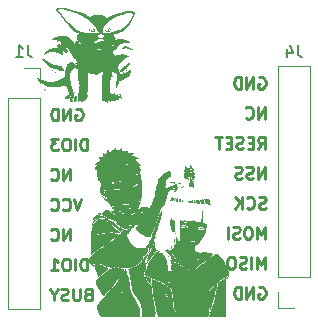
<source format=gbo>
G04 #@! TF.GenerationSoftware,KiCad,Pcbnew,8.0.1*
G04 #@! TF.CreationDate,2024-04-21T16:22:43+01:00*
G04 #@! TF.ProjectId,lora_adapter,6c6f7261-5f61-4646-9170-7465722e6b69,rev?*
G04 #@! TF.SameCoordinates,Original*
G04 #@! TF.FileFunction,Legend,Bot*
G04 #@! TF.FilePolarity,Positive*
%FSLAX46Y46*%
G04 Gerber Fmt 4.6, Leading zero omitted, Abs format (unit mm)*
G04 Created by KiCad (PCBNEW 8.0.1) date 2024-04-21 16:22:43*
%MOMM*%
%LPD*%
G01*
G04 APERTURE LIST*
%ADD10C,0.250000*%
%ADD11C,0.150000*%
%ADD12C,0.300000*%
%ADD13C,0.120000*%
%ADD14C,0.000000*%
%ADD15O,1.700000X1.700000*%
%ADD16R,1.700000X1.700000*%
G04 APERTURE END LIST*
D10*
X88980031Y-102048819D02*
X88980031Y-101048819D01*
X88980031Y-101048819D02*
X88646698Y-101763104D01*
X88646698Y-101763104D02*
X88313365Y-101048819D01*
X88313365Y-101048819D02*
X88313365Y-102048819D01*
X87646698Y-101048819D02*
X87456222Y-101048819D01*
X87456222Y-101048819D02*
X87360984Y-101096438D01*
X87360984Y-101096438D02*
X87265746Y-101191676D01*
X87265746Y-101191676D02*
X87218127Y-101382152D01*
X87218127Y-101382152D02*
X87218127Y-101715485D01*
X87218127Y-101715485D02*
X87265746Y-101905961D01*
X87265746Y-101905961D02*
X87360984Y-102001200D01*
X87360984Y-102001200D02*
X87456222Y-102048819D01*
X87456222Y-102048819D02*
X87646698Y-102048819D01*
X87646698Y-102048819D02*
X87741936Y-102001200D01*
X87741936Y-102001200D02*
X87837174Y-101905961D01*
X87837174Y-101905961D02*
X87884793Y-101715485D01*
X87884793Y-101715485D02*
X87884793Y-101382152D01*
X87884793Y-101382152D02*
X87837174Y-101191676D01*
X87837174Y-101191676D02*
X87741936Y-101096438D01*
X87741936Y-101096438D02*
X87646698Y-101048819D01*
X86837174Y-102001200D02*
X86694317Y-102048819D01*
X86694317Y-102048819D02*
X86456222Y-102048819D01*
X86456222Y-102048819D02*
X86360984Y-102001200D01*
X86360984Y-102001200D02*
X86313365Y-101953580D01*
X86313365Y-101953580D02*
X86265746Y-101858342D01*
X86265746Y-101858342D02*
X86265746Y-101763104D01*
X86265746Y-101763104D02*
X86313365Y-101667866D01*
X86313365Y-101667866D02*
X86360984Y-101620247D01*
X86360984Y-101620247D02*
X86456222Y-101572628D01*
X86456222Y-101572628D02*
X86646698Y-101525009D01*
X86646698Y-101525009D02*
X86741936Y-101477390D01*
X86741936Y-101477390D02*
X86789555Y-101429771D01*
X86789555Y-101429771D02*
X86837174Y-101334533D01*
X86837174Y-101334533D02*
X86837174Y-101239295D01*
X86837174Y-101239295D02*
X86789555Y-101144057D01*
X86789555Y-101144057D02*
X86741936Y-101096438D01*
X86741936Y-101096438D02*
X86646698Y-101048819D01*
X86646698Y-101048819D02*
X86408603Y-101048819D01*
X86408603Y-101048819D02*
X86265746Y-101096438D01*
X85837174Y-102048819D02*
X85837174Y-101048819D01*
X88456222Y-106176438D02*
X88551460Y-106128819D01*
X88551460Y-106128819D02*
X88694317Y-106128819D01*
X88694317Y-106128819D02*
X88837174Y-106176438D01*
X88837174Y-106176438D02*
X88932412Y-106271676D01*
X88932412Y-106271676D02*
X88980031Y-106366914D01*
X88980031Y-106366914D02*
X89027650Y-106557390D01*
X89027650Y-106557390D02*
X89027650Y-106700247D01*
X89027650Y-106700247D02*
X88980031Y-106890723D01*
X88980031Y-106890723D02*
X88932412Y-106985961D01*
X88932412Y-106985961D02*
X88837174Y-107081200D01*
X88837174Y-107081200D02*
X88694317Y-107128819D01*
X88694317Y-107128819D02*
X88599079Y-107128819D01*
X88599079Y-107128819D02*
X88456222Y-107081200D01*
X88456222Y-107081200D02*
X88408603Y-107033580D01*
X88408603Y-107033580D02*
X88408603Y-106700247D01*
X88408603Y-106700247D02*
X88599079Y-106700247D01*
X87980031Y-107128819D02*
X87980031Y-106128819D01*
X87980031Y-106128819D02*
X87408603Y-107128819D01*
X87408603Y-107128819D02*
X87408603Y-106128819D01*
X86932412Y-107128819D02*
X86932412Y-106128819D01*
X86932412Y-106128819D02*
X86694317Y-106128819D01*
X86694317Y-106128819D02*
X86551460Y-106176438D01*
X86551460Y-106176438D02*
X86456222Y-106271676D01*
X86456222Y-106271676D02*
X86408603Y-106366914D01*
X86408603Y-106366914D02*
X86360984Y-106557390D01*
X86360984Y-106557390D02*
X86360984Y-106700247D01*
X86360984Y-106700247D02*
X86408603Y-106890723D01*
X86408603Y-106890723D02*
X86456222Y-106985961D01*
X86456222Y-106985961D02*
X86551460Y-107081200D01*
X86551460Y-107081200D02*
X86694317Y-107128819D01*
X86694317Y-107128819D02*
X86932412Y-107128819D01*
X73965451Y-106747059D02*
X73822594Y-106794678D01*
X73822594Y-106794678D02*
X73774975Y-106842297D01*
X73774975Y-106842297D02*
X73727356Y-106937535D01*
X73727356Y-106937535D02*
X73727356Y-107080392D01*
X73727356Y-107080392D02*
X73774975Y-107175630D01*
X73774975Y-107175630D02*
X73822594Y-107223250D01*
X73822594Y-107223250D02*
X73917832Y-107270869D01*
X73917832Y-107270869D02*
X74298784Y-107270869D01*
X74298784Y-107270869D02*
X74298784Y-106270869D01*
X74298784Y-106270869D02*
X73965451Y-106270869D01*
X73965451Y-106270869D02*
X73870213Y-106318488D01*
X73870213Y-106318488D02*
X73822594Y-106366107D01*
X73822594Y-106366107D02*
X73774975Y-106461345D01*
X73774975Y-106461345D02*
X73774975Y-106556583D01*
X73774975Y-106556583D02*
X73822594Y-106651821D01*
X73822594Y-106651821D02*
X73870213Y-106699440D01*
X73870213Y-106699440D02*
X73965451Y-106747059D01*
X73965451Y-106747059D02*
X74298784Y-106747059D01*
X73298784Y-106270869D02*
X73298784Y-107080392D01*
X73298784Y-107080392D02*
X73251165Y-107175630D01*
X73251165Y-107175630D02*
X73203546Y-107223250D01*
X73203546Y-107223250D02*
X73108308Y-107270869D01*
X73108308Y-107270869D02*
X72917832Y-107270869D01*
X72917832Y-107270869D02*
X72822594Y-107223250D01*
X72822594Y-107223250D02*
X72774975Y-107175630D01*
X72774975Y-107175630D02*
X72727356Y-107080392D01*
X72727356Y-107080392D02*
X72727356Y-106270869D01*
X72298784Y-107223250D02*
X72155927Y-107270869D01*
X72155927Y-107270869D02*
X71917832Y-107270869D01*
X71917832Y-107270869D02*
X71822594Y-107223250D01*
X71822594Y-107223250D02*
X71774975Y-107175630D01*
X71774975Y-107175630D02*
X71727356Y-107080392D01*
X71727356Y-107080392D02*
X71727356Y-106985154D01*
X71727356Y-106985154D02*
X71774975Y-106889916D01*
X71774975Y-106889916D02*
X71822594Y-106842297D01*
X71822594Y-106842297D02*
X71917832Y-106794678D01*
X71917832Y-106794678D02*
X72108308Y-106747059D01*
X72108308Y-106747059D02*
X72203546Y-106699440D01*
X72203546Y-106699440D02*
X72251165Y-106651821D01*
X72251165Y-106651821D02*
X72298784Y-106556583D01*
X72298784Y-106556583D02*
X72298784Y-106461345D01*
X72298784Y-106461345D02*
X72251165Y-106366107D01*
X72251165Y-106366107D02*
X72203546Y-106318488D01*
X72203546Y-106318488D02*
X72108308Y-106270869D01*
X72108308Y-106270869D02*
X71870213Y-106270869D01*
X71870213Y-106270869D02*
X71727356Y-106318488D01*
X71108308Y-106794678D02*
X71108308Y-107270869D01*
X71441641Y-106270869D02*
X71108308Y-106794678D01*
X71108308Y-106794678D02*
X70774975Y-106270869D01*
X88408603Y-94428819D02*
X88741936Y-93952628D01*
X88980031Y-94428819D02*
X88980031Y-93428819D01*
X88980031Y-93428819D02*
X88599079Y-93428819D01*
X88599079Y-93428819D02*
X88503841Y-93476438D01*
X88503841Y-93476438D02*
X88456222Y-93524057D01*
X88456222Y-93524057D02*
X88408603Y-93619295D01*
X88408603Y-93619295D02*
X88408603Y-93762152D01*
X88408603Y-93762152D02*
X88456222Y-93857390D01*
X88456222Y-93857390D02*
X88503841Y-93905009D01*
X88503841Y-93905009D02*
X88599079Y-93952628D01*
X88599079Y-93952628D02*
X88980031Y-93952628D01*
X87980031Y-93905009D02*
X87646698Y-93905009D01*
X87503841Y-94428819D02*
X87980031Y-94428819D01*
X87980031Y-94428819D02*
X87980031Y-93428819D01*
X87980031Y-93428819D02*
X87503841Y-93428819D01*
X87122888Y-94381200D02*
X86980031Y-94428819D01*
X86980031Y-94428819D02*
X86741936Y-94428819D01*
X86741936Y-94428819D02*
X86646698Y-94381200D01*
X86646698Y-94381200D02*
X86599079Y-94333580D01*
X86599079Y-94333580D02*
X86551460Y-94238342D01*
X86551460Y-94238342D02*
X86551460Y-94143104D01*
X86551460Y-94143104D02*
X86599079Y-94047866D01*
X86599079Y-94047866D02*
X86646698Y-94000247D01*
X86646698Y-94000247D02*
X86741936Y-93952628D01*
X86741936Y-93952628D02*
X86932412Y-93905009D01*
X86932412Y-93905009D02*
X87027650Y-93857390D01*
X87027650Y-93857390D02*
X87075269Y-93809771D01*
X87075269Y-93809771D02*
X87122888Y-93714533D01*
X87122888Y-93714533D02*
X87122888Y-93619295D01*
X87122888Y-93619295D02*
X87075269Y-93524057D01*
X87075269Y-93524057D02*
X87027650Y-93476438D01*
X87027650Y-93476438D02*
X86932412Y-93428819D01*
X86932412Y-93428819D02*
X86694317Y-93428819D01*
X86694317Y-93428819D02*
X86551460Y-93476438D01*
X86122888Y-93905009D02*
X85789555Y-93905009D01*
X85646698Y-94428819D02*
X86122888Y-94428819D01*
X86122888Y-94428819D02*
X86122888Y-93428819D01*
X86122888Y-93428819D02*
X85646698Y-93428819D01*
X85360983Y-93428819D02*
X84789555Y-93428819D01*
X85075269Y-94428819D02*
X85075269Y-93428819D01*
X88980031Y-104588819D02*
X88980031Y-103588819D01*
X88980031Y-103588819D02*
X88646698Y-104303104D01*
X88646698Y-104303104D02*
X88313365Y-103588819D01*
X88313365Y-103588819D02*
X88313365Y-104588819D01*
X87837174Y-104588819D02*
X87837174Y-103588819D01*
X87408603Y-104541200D02*
X87265746Y-104588819D01*
X87265746Y-104588819D02*
X87027651Y-104588819D01*
X87027651Y-104588819D02*
X86932413Y-104541200D01*
X86932413Y-104541200D02*
X86884794Y-104493580D01*
X86884794Y-104493580D02*
X86837175Y-104398342D01*
X86837175Y-104398342D02*
X86837175Y-104303104D01*
X86837175Y-104303104D02*
X86884794Y-104207866D01*
X86884794Y-104207866D02*
X86932413Y-104160247D01*
X86932413Y-104160247D02*
X87027651Y-104112628D01*
X87027651Y-104112628D02*
X87218127Y-104065009D01*
X87218127Y-104065009D02*
X87313365Y-104017390D01*
X87313365Y-104017390D02*
X87360984Y-103969771D01*
X87360984Y-103969771D02*
X87408603Y-103874533D01*
X87408603Y-103874533D02*
X87408603Y-103779295D01*
X87408603Y-103779295D02*
X87360984Y-103684057D01*
X87360984Y-103684057D02*
X87313365Y-103636438D01*
X87313365Y-103636438D02*
X87218127Y-103588819D01*
X87218127Y-103588819D02*
X86980032Y-103588819D01*
X86980032Y-103588819D02*
X86837175Y-103636438D01*
X86218127Y-103588819D02*
X86027651Y-103588819D01*
X86027651Y-103588819D02*
X85932413Y-103636438D01*
X85932413Y-103636438D02*
X85837175Y-103731676D01*
X85837175Y-103731676D02*
X85789556Y-103922152D01*
X85789556Y-103922152D02*
X85789556Y-104255485D01*
X85789556Y-104255485D02*
X85837175Y-104445961D01*
X85837175Y-104445961D02*
X85932413Y-104541200D01*
X85932413Y-104541200D02*
X86027651Y-104588819D01*
X86027651Y-104588819D02*
X86218127Y-104588819D01*
X86218127Y-104588819D02*
X86313365Y-104541200D01*
X86313365Y-104541200D02*
X86408603Y-104445961D01*
X86408603Y-104445961D02*
X86456222Y-104255485D01*
X86456222Y-104255485D02*
X86456222Y-103922152D01*
X86456222Y-103922152D02*
X86408603Y-103731676D01*
X86408603Y-103731676D02*
X86313365Y-103636438D01*
X86313365Y-103636438D02*
X86218127Y-103588819D01*
X73441641Y-98650869D02*
X73108308Y-99650869D01*
X73108308Y-99650869D02*
X72774975Y-98650869D01*
X71870213Y-99555630D02*
X71917832Y-99603250D01*
X71917832Y-99603250D02*
X72060689Y-99650869D01*
X72060689Y-99650869D02*
X72155927Y-99650869D01*
X72155927Y-99650869D02*
X72298784Y-99603250D01*
X72298784Y-99603250D02*
X72394022Y-99508011D01*
X72394022Y-99508011D02*
X72441641Y-99412773D01*
X72441641Y-99412773D02*
X72489260Y-99222297D01*
X72489260Y-99222297D02*
X72489260Y-99079440D01*
X72489260Y-99079440D02*
X72441641Y-98888964D01*
X72441641Y-98888964D02*
X72394022Y-98793726D01*
X72394022Y-98793726D02*
X72298784Y-98698488D01*
X72298784Y-98698488D02*
X72155927Y-98650869D01*
X72155927Y-98650869D02*
X72060689Y-98650869D01*
X72060689Y-98650869D02*
X71917832Y-98698488D01*
X71917832Y-98698488D02*
X71870213Y-98746107D01*
X70870213Y-99555630D02*
X70917832Y-99603250D01*
X70917832Y-99603250D02*
X71060689Y-99650869D01*
X71060689Y-99650869D02*
X71155927Y-99650869D01*
X71155927Y-99650869D02*
X71298784Y-99603250D01*
X71298784Y-99603250D02*
X71394022Y-99508011D01*
X71394022Y-99508011D02*
X71441641Y-99412773D01*
X71441641Y-99412773D02*
X71489260Y-99222297D01*
X71489260Y-99222297D02*
X71489260Y-99079440D01*
X71489260Y-99079440D02*
X71441641Y-98888964D01*
X71441641Y-98888964D02*
X71394022Y-98793726D01*
X71394022Y-98793726D02*
X71298784Y-98698488D01*
X71298784Y-98698488D02*
X71155927Y-98650869D01*
X71155927Y-98650869D02*
X71060689Y-98650869D01*
X71060689Y-98650869D02*
X70917832Y-98698488D01*
X70917832Y-98698488D02*
X70870213Y-98746107D01*
X89027650Y-99461200D02*
X88884793Y-99508819D01*
X88884793Y-99508819D02*
X88646698Y-99508819D01*
X88646698Y-99508819D02*
X88551460Y-99461200D01*
X88551460Y-99461200D02*
X88503841Y-99413580D01*
X88503841Y-99413580D02*
X88456222Y-99318342D01*
X88456222Y-99318342D02*
X88456222Y-99223104D01*
X88456222Y-99223104D02*
X88503841Y-99127866D01*
X88503841Y-99127866D02*
X88551460Y-99080247D01*
X88551460Y-99080247D02*
X88646698Y-99032628D01*
X88646698Y-99032628D02*
X88837174Y-98985009D01*
X88837174Y-98985009D02*
X88932412Y-98937390D01*
X88932412Y-98937390D02*
X88980031Y-98889771D01*
X88980031Y-98889771D02*
X89027650Y-98794533D01*
X89027650Y-98794533D02*
X89027650Y-98699295D01*
X89027650Y-98699295D02*
X88980031Y-98604057D01*
X88980031Y-98604057D02*
X88932412Y-98556438D01*
X88932412Y-98556438D02*
X88837174Y-98508819D01*
X88837174Y-98508819D02*
X88599079Y-98508819D01*
X88599079Y-98508819D02*
X88456222Y-98556438D01*
X87456222Y-99413580D02*
X87503841Y-99461200D01*
X87503841Y-99461200D02*
X87646698Y-99508819D01*
X87646698Y-99508819D02*
X87741936Y-99508819D01*
X87741936Y-99508819D02*
X87884793Y-99461200D01*
X87884793Y-99461200D02*
X87980031Y-99365961D01*
X87980031Y-99365961D02*
X88027650Y-99270723D01*
X88027650Y-99270723D02*
X88075269Y-99080247D01*
X88075269Y-99080247D02*
X88075269Y-98937390D01*
X88075269Y-98937390D02*
X88027650Y-98746914D01*
X88027650Y-98746914D02*
X87980031Y-98651676D01*
X87980031Y-98651676D02*
X87884793Y-98556438D01*
X87884793Y-98556438D02*
X87741936Y-98508819D01*
X87741936Y-98508819D02*
X87646698Y-98508819D01*
X87646698Y-98508819D02*
X87503841Y-98556438D01*
X87503841Y-98556438D02*
X87456222Y-98604057D01*
X87027650Y-99508819D02*
X87027650Y-98508819D01*
X86456222Y-99508819D02*
X86884793Y-98937390D01*
X86456222Y-98508819D02*
X87027650Y-99080247D01*
X72965451Y-91078488D02*
X73060689Y-91030869D01*
X73060689Y-91030869D02*
X73203546Y-91030869D01*
X73203546Y-91030869D02*
X73346403Y-91078488D01*
X73346403Y-91078488D02*
X73441641Y-91173726D01*
X73441641Y-91173726D02*
X73489260Y-91268964D01*
X73489260Y-91268964D02*
X73536879Y-91459440D01*
X73536879Y-91459440D02*
X73536879Y-91602297D01*
X73536879Y-91602297D02*
X73489260Y-91792773D01*
X73489260Y-91792773D02*
X73441641Y-91888011D01*
X73441641Y-91888011D02*
X73346403Y-91983250D01*
X73346403Y-91983250D02*
X73203546Y-92030869D01*
X73203546Y-92030869D02*
X73108308Y-92030869D01*
X73108308Y-92030869D02*
X72965451Y-91983250D01*
X72965451Y-91983250D02*
X72917832Y-91935630D01*
X72917832Y-91935630D02*
X72917832Y-91602297D01*
X72917832Y-91602297D02*
X73108308Y-91602297D01*
X72489260Y-92030869D02*
X72489260Y-91030869D01*
X72489260Y-91030869D02*
X71917832Y-92030869D01*
X71917832Y-92030869D02*
X71917832Y-91030869D01*
X71441641Y-92030869D02*
X71441641Y-91030869D01*
X71441641Y-91030869D02*
X71203546Y-91030869D01*
X71203546Y-91030869D02*
X71060689Y-91078488D01*
X71060689Y-91078488D02*
X70965451Y-91173726D01*
X70965451Y-91173726D02*
X70917832Y-91268964D01*
X70917832Y-91268964D02*
X70870213Y-91459440D01*
X70870213Y-91459440D02*
X70870213Y-91602297D01*
X70870213Y-91602297D02*
X70917832Y-91792773D01*
X70917832Y-91792773D02*
X70965451Y-91888011D01*
X70965451Y-91888011D02*
X71060689Y-91983250D01*
X71060689Y-91983250D02*
X71203546Y-92030869D01*
X71203546Y-92030869D02*
X71441641Y-92030869D01*
X88980031Y-91888819D02*
X88980031Y-90888819D01*
X88980031Y-90888819D02*
X88408603Y-91888819D01*
X88408603Y-91888819D02*
X88408603Y-90888819D01*
X87360984Y-91793580D02*
X87408603Y-91841200D01*
X87408603Y-91841200D02*
X87551460Y-91888819D01*
X87551460Y-91888819D02*
X87646698Y-91888819D01*
X87646698Y-91888819D02*
X87789555Y-91841200D01*
X87789555Y-91841200D02*
X87884793Y-91745961D01*
X87884793Y-91745961D02*
X87932412Y-91650723D01*
X87932412Y-91650723D02*
X87980031Y-91460247D01*
X87980031Y-91460247D02*
X87980031Y-91317390D01*
X87980031Y-91317390D02*
X87932412Y-91126914D01*
X87932412Y-91126914D02*
X87884793Y-91031676D01*
X87884793Y-91031676D02*
X87789555Y-90936438D01*
X87789555Y-90936438D02*
X87646698Y-90888819D01*
X87646698Y-90888819D02*
X87551460Y-90888819D01*
X87551460Y-90888819D02*
X87408603Y-90936438D01*
X87408603Y-90936438D02*
X87360984Y-90984057D01*
X88980031Y-96968819D02*
X88980031Y-95968819D01*
X88980031Y-95968819D02*
X88408603Y-96968819D01*
X88408603Y-96968819D02*
X88408603Y-95968819D01*
X87980031Y-96921200D02*
X87837174Y-96968819D01*
X87837174Y-96968819D02*
X87599079Y-96968819D01*
X87599079Y-96968819D02*
X87503841Y-96921200D01*
X87503841Y-96921200D02*
X87456222Y-96873580D01*
X87456222Y-96873580D02*
X87408603Y-96778342D01*
X87408603Y-96778342D02*
X87408603Y-96683104D01*
X87408603Y-96683104D02*
X87456222Y-96587866D01*
X87456222Y-96587866D02*
X87503841Y-96540247D01*
X87503841Y-96540247D02*
X87599079Y-96492628D01*
X87599079Y-96492628D02*
X87789555Y-96445009D01*
X87789555Y-96445009D02*
X87884793Y-96397390D01*
X87884793Y-96397390D02*
X87932412Y-96349771D01*
X87932412Y-96349771D02*
X87980031Y-96254533D01*
X87980031Y-96254533D02*
X87980031Y-96159295D01*
X87980031Y-96159295D02*
X87932412Y-96064057D01*
X87932412Y-96064057D02*
X87884793Y-96016438D01*
X87884793Y-96016438D02*
X87789555Y-95968819D01*
X87789555Y-95968819D02*
X87551460Y-95968819D01*
X87551460Y-95968819D02*
X87408603Y-96016438D01*
X87027650Y-96921200D02*
X86884793Y-96968819D01*
X86884793Y-96968819D02*
X86646698Y-96968819D01*
X86646698Y-96968819D02*
X86551460Y-96921200D01*
X86551460Y-96921200D02*
X86503841Y-96873580D01*
X86503841Y-96873580D02*
X86456222Y-96778342D01*
X86456222Y-96778342D02*
X86456222Y-96683104D01*
X86456222Y-96683104D02*
X86503841Y-96587866D01*
X86503841Y-96587866D02*
X86551460Y-96540247D01*
X86551460Y-96540247D02*
X86646698Y-96492628D01*
X86646698Y-96492628D02*
X86837174Y-96445009D01*
X86837174Y-96445009D02*
X86932412Y-96397390D01*
X86932412Y-96397390D02*
X86980031Y-96349771D01*
X86980031Y-96349771D02*
X87027650Y-96254533D01*
X87027650Y-96254533D02*
X87027650Y-96159295D01*
X87027650Y-96159295D02*
X86980031Y-96064057D01*
X86980031Y-96064057D02*
X86932412Y-96016438D01*
X86932412Y-96016438D02*
X86837174Y-95968819D01*
X86837174Y-95968819D02*
X86599079Y-95968819D01*
X86599079Y-95968819D02*
X86456222Y-96016438D01*
X73917831Y-104730869D02*
X73917831Y-103730869D01*
X73917831Y-103730869D02*
X73679736Y-103730869D01*
X73679736Y-103730869D02*
X73536879Y-103778488D01*
X73536879Y-103778488D02*
X73441641Y-103873726D01*
X73441641Y-103873726D02*
X73394022Y-103968964D01*
X73394022Y-103968964D02*
X73346403Y-104159440D01*
X73346403Y-104159440D02*
X73346403Y-104302297D01*
X73346403Y-104302297D02*
X73394022Y-104492773D01*
X73394022Y-104492773D02*
X73441641Y-104588011D01*
X73441641Y-104588011D02*
X73536879Y-104683250D01*
X73536879Y-104683250D02*
X73679736Y-104730869D01*
X73679736Y-104730869D02*
X73917831Y-104730869D01*
X72917831Y-104730869D02*
X72917831Y-103730869D01*
X72251165Y-103730869D02*
X72060689Y-103730869D01*
X72060689Y-103730869D02*
X71965451Y-103778488D01*
X71965451Y-103778488D02*
X71870213Y-103873726D01*
X71870213Y-103873726D02*
X71822594Y-104064202D01*
X71822594Y-104064202D02*
X71822594Y-104397535D01*
X71822594Y-104397535D02*
X71870213Y-104588011D01*
X71870213Y-104588011D02*
X71965451Y-104683250D01*
X71965451Y-104683250D02*
X72060689Y-104730869D01*
X72060689Y-104730869D02*
X72251165Y-104730869D01*
X72251165Y-104730869D02*
X72346403Y-104683250D01*
X72346403Y-104683250D02*
X72441641Y-104588011D01*
X72441641Y-104588011D02*
X72489260Y-104397535D01*
X72489260Y-104397535D02*
X72489260Y-104064202D01*
X72489260Y-104064202D02*
X72441641Y-103873726D01*
X72441641Y-103873726D02*
X72346403Y-103778488D01*
X72346403Y-103778488D02*
X72251165Y-103730869D01*
X70870213Y-104730869D02*
X71441641Y-104730869D01*
X71155927Y-104730869D02*
X71155927Y-103730869D01*
X71155927Y-103730869D02*
X71251165Y-103873726D01*
X71251165Y-103873726D02*
X71346403Y-103968964D01*
X71346403Y-103968964D02*
X71441641Y-104016583D01*
X88456222Y-88396438D02*
X88551460Y-88348819D01*
X88551460Y-88348819D02*
X88694317Y-88348819D01*
X88694317Y-88348819D02*
X88837174Y-88396438D01*
X88837174Y-88396438D02*
X88932412Y-88491676D01*
X88932412Y-88491676D02*
X88980031Y-88586914D01*
X88980031Y-88586914D02*
X89027650Y-88777390D01*
X89027650Y-88777390D02*
X89027650Y-88920247D01*
X89027650Y-88920247D02*
X88980031Y-89110723D01*
X88980031Y-89110723D02*
X88932412Y-89205961D01*
X88932412Y-89205961D02*
X88837174Y-89301200D01*
X88837174Y-89301200D02*
X88694317Y-89348819D01*
X88694317Y-89348819D02*
X88599079Y-89348819D01*
X88599079Y-89348819D02*
X88456222Y-89301200D01*
X88456222Y-89301200D02*
X88408603Y-89253580D01*
X88408603Y-89253580D02*
X88408603Y-88920247D01*
X88408603Y-88920247D02*
X88599079Y-88920247D01*
X87980031Y-89348819D02*
X87980031Y-88348819D01*
X87980031Y-88348819D02*
X87408603Y-89348819D01*
X87408603Y-89348819D02*
X87408603Y-88348819D01*
X86932412Y-89348819D02*
X86932412Y-88348819D01*
X86932412Y-88348819D02*
X86694317Y-88348819D01*
X86694317Y-88348819D02*
X86551460Y-88396438D01*
X86551460Y-88396438D02*
X86456222Y-88491676D01*
X86456222Y-88491676D02*
X86408603Y-88586914D01*
X86408603Y-88586914D02*
X86360984Y-88777390D01*
X86360984Y-88777390D02*
X86360984Y-88920247D01*
X86360984Y-88920247D02*
X86408603Y-89110723D01*
X86408603Y-89110723D02*
X86456222Y-89205961D01*
X86456222Y-89205961D02*
X86551460Y-89301200D01*
X86551460Y-89301200D02*
X86694317Y-89348819D01*
X86694317Y-89348819D02*
X86932412Y-89348819D01*
X73917831Y-94570869D02*
X73917831Y-93570869D01*
X73917831Y-93570869D02*
X73679736Y-93570869D01*
X73679736Y-93570869D02*
X73536879Y-93618488D01*
X73536879Y-93618488D02*
X73441641Y-93713726D01*
X73441641Y-93713726D02*
X73394022Y-93808964D01*
X73394022Y-93808964D02*
X73346403Y-93999440D01*
X73346403Y-93999440D02*
X73346403Y-94142297D01*
X73346403Y-94142297D02*
X73394022Y-94332773D01*
X73394022Y-94332773D02*
X73441641Y-94428011D01*
X73441641Y-94428011D02*
X73536879Y-94523250D01*
X73536879Y-94523250D02*
X73679736Y-94570869D01*
X73679736Y-94570869D02*
X73917831Y-94570869D01*
X72917831Y-94570869D02*
X72917831Y-93570869D01*
X72251165Y-93570869D02*
X72060689Y-93570869D01*
X72060689Y-93570869D02*
X71965451Y-93618488D01*
X71965451Y-93618488D02*
X71870213Y-93713726D01*
X71870213Y-93713726D02*
X71822594Y-93904202D01*
X71822594Y-93904202D02*
X71822594Y-94237535D01*
X71822594Y-94237535D02*
X71870213Y-94428011D01*
X71870213Y-94428011D02*
X71965451Y-94523250D01*
X71965451Y-94523250D02*
X72060689Y-94570869D01*
X72060689Y-94570869D02*
X72251165Y-94570869D01*
X72251165Y-94570869D02*
X72346403Y-94523250D01*
X72346403Y-94523250D02*
X72441641Y-94428011D01*
X72441641Y-94428011D02*
X72489260Y-94237535D01*
X72489260Y-94237535D02*
X72489260Y-93904202D01*
X72489260Y-93904202D02*
X72441641Y-93713726D01*
X72441641Y-93713726D02*
X72346403Y-93618488D01*
X72346403Y-93618488D02*
X72251165Y-93570869D01*
X71489260Y-93570869D02*
X70870213Y-93570869D01*
X70870213Y-93570869D02*
X71203546Y-93951821D01*
X71203546Y-93951821D02*
X71060689Y-93951821D01*
X71060689Y-93951821D02*
X70965451Y-93999440D01*
X70965451Y-93999440D02*
X70917832Y-94047059D01*
X70917832Y-94047059D02*
X70870213Y-94142297D01*
X70870213Y-94142297D02*
X70870213Y-94380392D01*
X70870213Y-94380392D02*
X70917832Y-94475630D01*
X70917832Y-94475630D02*
X70965451Y-94523250D01*
X70965451Y-94523250D02*
X71060689Y-94570869D01*
X71060689Y-94570869D02*
X71346403Y-94570869D01*
X71346403Y-94570869D02*
X71441641Y-94523250D01*
X71441641Y-94523250D02*
X71489260Y-94475630D01*
X72489260Y-97110869D02*
X72489260Y-96110869D01*
X72489260Y-96110869D02*
X71917832Y-97110869D01*
X71917832Y-97110869D02*
X71917832Y-96110869D01*
X70870213Y-97015630D02*
X70917832Y-97063250D01*
X70917832Y-97063250D02*
X71060689Y-97110869D01*
X71060689Y-97110869D02*
X71155927Y-97110869D01*
X71155927Y-97110869D02*
X71298784Y-97063250D01*
X71298784Y-97063250D02*
X71394022Y-96968011D01*
X71394022Y-96968011D02*
X71441641Y-96872773D01*
X71441641Y-96872773D02*
X71489260Y-96682297D01*
X71489260Y-96682297D02*
X71489260Y-96539440D01*
X71489260Y-96539440D02*
X71441641Y-96348964D01*
X71441641Y-96348964D02*
X71394022Y-96253726D01*
X71394022Y-96253726D02*
X71298784Y-96158488D01*
X71298784Y-96158488D02*
X71155927Y-96110869D01*
X71155927Y-96110869D02*
X71060689Y-96110869D01*
X71060689Y-96110869D02*
X70917832Y-96158488D01*
X70917832Y-96158488D02*
X70870213Y-96206107D01*
X72489260Y-102190869D02*
X72489260Y-101190869D01*
X72489260Y-101190869D02*
X71917832Y-102190869D01*
X71917832Y-102190869D02*
X71917832Y-101190869D01*
X70870213Y-102095630D02*
X70917832Y-102143250D01*
X70917832Y-102143250D02*
X71060689Y-102190869D01*
X71060689Y-102190869D02*
X71155927Y-102190869D01*
X71155927Y-102190869D02*
X71298784Y-102143250D01*
X71298784Y-102143250D02*
X71394022Y-102048011D01*
X71394022Y-102048011D02*
X71441641Y-101952773D01*
X71441641Y-101952773D02*
X71489260Y-101762297D01*
X71489260Y-101762297D02*
X71489260Y-101619440D01*
X71489260Y-101619440D02*
X71441641Y-101428964D01*
X71441641Y-101428964D02*
X71394022Y-101333726D01*
X71394022Y-101333726D02*
X71298784Y-101238488D01*
X71298784Y-101238488D02*
X71155927Y-101190869D01*
X71155927Y-101190869D02*
X71060689Y-101190869D01*
X71060689Y-101190869D02*
X70917832Y-101238488D01*
X70917832Y-101238488D02*
X70870213Y-101286107D01*
D11*
X91773333Y-85662419D02*
X91773333Y-86376704D01*
X91773333Y-86376704D02*
X91820952Y-86519561D01*
X91820952Y-86519561D02*
X91916190Y-86614800D01*
X91916190Y-86614800D02*
X92059047Y-86662419D01*
X92059047Y-86662419D02*
X92154285Y-86662419D01*
X90868571Y-85995752D02*
X90868571Y-86662419D01*
X91106666Y-85614800D02*
X91344761Y-86329085D01*
X91344761Y-86329085D02*
X90725714Y-86329085D01*
X68913333Y-85662419D02*
X68913333Y-86376704D01*
X68913333Y-86376704D02*
X68960952Y-86519561D01*
X68960952Y-86519561D02*
X69056190Y-86614800D01*
X69056190Y-86614800D02*
X69199047Y-86662419D01*
X69199047Y-86662419D02*
X69294285Y-86662419D01*
X67913333Y-86662419D02*
X68484761Y-86662419D01*
X68199047Y-86662419D02*
X68199047Y-85662419D01*
X68199047Y-85662419D02*
X68294285Y-85805276D01*
X68294285Y-85805276D02*
X68389523Y-85900514D01*
X68389523Y-85900514D02*
X68484761Y-85948133D01*
D12*
X75108427Y-85584357D02*
X75251285Y-85512928D01*
X75251285Y-85512928D02*
X75465570Y-85512928D01*
X75465570Y-85512928D02*
X75679856Y-85584357D01*
X75679856Y-85584357D02*
X75822713Y-85727214D01*
X75822713Y-85727214D02*
X75894142Y-85870071D01*
X75894142Y-85870071D02*
X75965570Y-86155785D01*
X75965570Y-86155785D02*
X75965570Y-86370071D01*
X75965570Y-86370071D02*
X75894142Y-86655785D01*
X75894142Y-86655785D02*
X75822713Y-86798642D01*
X75822713Y-86798642D02*
X75679856Y-86941500D01*
X75679856Y-86941500D02*
X75465570Y-87012928D01*
X75465570Y-87012928D02*
X75322713Y-87012928D01*
X75322713Y-87012928D02*
X75108427Y-86941500D01*
X75108427Y-86941500D02*
X75036999Y-86870071D01*
X75036999Y-86870071D02*
X75036999Y-86370071D01*
X75036999Y-86370071D02*
X75322713Y-86370071D01*
X74179856Y-85512928D02*
X74179856Y-85870071D01*
X74536999Y-85727214D02*
X74179856Y-85870071D01*
X74179856Y-85870071D02*
X73822713Y-85727214D01*
X74394142Y-86155785D02*
X74179856Y-85870071D01*
X74179856Y-85870071D02*
X73965570Y-86155785D01*
X73036999Y-85512928D02*
X73036999Y-85870071D01*
X73394142Y-85727214D02*
X73036999Y-85870071D01*
X73036999Y-85870071D02*
X72679856Y-85727214D01*
X73251285Y-86155785D02*
X73036999Y-85870071D01*
X73036999Y-85870071D02*
X72822713Y-86155785D01*
X71894142Y-85512928D02*
X71894142Y-85870071D01*
X72251285Y-85727214D02*
X71894142Y-85870071D01*
X71894142Y-85870071D02*
X71536999Y-85727214D01*
X72108428Y-86155785D02*
X71894142Y-85870071D01*
X71894142Y-85870071D02*
X71679856Y-86155785D01*
D13*
X92770000Y-105283000D02*
X90110000Y-105283000D01*
X92770000Y-87443000D02*
X92770000Y-105283000D01*
X92770000Y-87443000D02*
X90110000Y-87443000D01*
X91440000Y-107883000D02*
X90110000Y-107883000D01*
X90110000Y-107883000D02*
X90110000Y-106553000D01*
X90110000Y-87443000D02*
X90110000Y-105283000D01*
X67250000Y-90170000D02*
X69910000Y-90170000D01*
X67250000Y-108010000D02*
X67250000Y-90170000D01*
X67250000Y-108010000D02*
X69910000Y-108010000D01*
X68580000Y-87570000D02*
X69910000Y-87570000D01*
X69910000Y-87570000D02*
X69910000Y-88900000D01*
X69910000Y-108010000D02*
X69910000Y-90170000D01*
D14*
G36*
X77554268Y-99489326D02*
G01*
X77538253Y-99505341D01*
X77522238Y-99489326D01*
X77538253Y-99473311D01*
X77554268Y-99489326D01*
G37*
G36*
X77650359Y-99457295D02*
G01*
X77634344Y-99473311D01*
X77618329Y-99457295D01*
X77634344Y-99441280D01*
X77650359Y-99457295D01*
G37*
G36*
X77746450Y-99425265D02*
G01*
X77730435Y-99441280D01*
X77714420Y-99425265D01*
X77730435Y-99409250D01*
X77746450Y-99425265D01*
G37*
G36*
X79155782Y-104005593D02*
G01*
X79139766Y-104021608D01*
X79123751Y-104005593D01*
X79139766Y-103989578D01*
X79155782Y-104005593D01*
G37*
G36*
X79956538Y-102628292D02*
G01*
X79940523Y-102644307D01*
X79924508Y-102628292D01*
X79940523Y-102612277D01*
X79956538Y-102628292D01*
G37*
G36*
X80725265Y-106087560D02*
G01*
X80709249Y-106103575D01*
X80693234Y-106087560D01*
X80709249Y-106071545D01*
X80725265Y-106087560D01*
G37*
G36*
X80853386Y-98079994D02*
G01*
X80837370Y-98096009D01*
X80821355Y-98079994D01*
X80837370Y-98063979D01*
X80853386Y-98079994D01*
G37*
G36*
X81205719Y-97183147D02*
G01*
X81189703Y-97199162D01*
X81173688Y-97183147D01*
X81189703Y-97167132D01*
X81205719Y-97183147D01*
G37*
G36*
X81461961Y-97695631D02*
G01*
X81445945Y-97711646D01*
X81429930Y-97695631D01*
X81445945Y-97679616D01*
X81461961Y-97695631D01*
G37*
G36*
X82390838Y-97503449D02*
G01*
X82374823Y-97519464D01*
X82358808Y-97503449D01*
X82374823Y-97487434D01*
X82390838Y-97503449D01*
G37*
G36*
X76742835Y-97177808D02*
G01*
X76747846Y-97187442D01*
X76721481Y-97199162D01*
X76704525Y-97196850D01*
X76700128Y-97177808D01*
X76704823Y-97173975D01*
X76742835Y-97177808D01*
G37*
G36*
X79697767Y-102177199D02*
G01*
X79695503Y-102209686D01*
X79680944Y-102219239D01*
X79674597Y-102207907D01*
X79678416Y-102157847D01*
X79689945Y-102143021D01*
X79697767Y-102177199D01*
G37*
G36*
X79729798Y-101952987D02*
G01*
X79727533Y-101985474D01*
X79712975Y-101995027D01*
X79706628Y-101983695D01*
X79710446Y-101933635D01*
X79721975Y-101918810D01*
X79729798Y-101952987D01*
G37*
G36*
X79828417Y-108441785D02*
G01*
X79826106Y-108458741D01*
X79807064Y-108463138D01*
X79803230Y-108458444D01*
X79807064Y-108420431D01*
X79816698Y-108415420D01*
X79828417Y-108441785D01*
G37*
G36*
X81107099Y-102529532D02*
G01*
X81104834Y-102562019D01*
X81090276Y-102571571D01*
X81083929Y-102560240D01*
X81087747Y-102510180D01*
X81099277Y-102495354D01*
X81107099Y-102529532D01*
G37*
G36*
X82140602Y-97433524D02*
G01*
X82155428Y-97445053D01*
X82121250Y-97452875D01*
X82088763Y-97450610D01*
X82079211Y-97436052D01*
X82090542Y-97429705D01*
X82140602Y-97433524D01*
G37*
G36*
X82300753Y-97465554D02*
G01*
X82315579Y-97477083D01*
X82281402Y-97484905D01*
X82248915Y-97482641D01*
X82239362Y-97468083D01*
X82250694Y-97461735D01*
X82300753Y-97465554D01*
G37*
G36*
X82292219Y-98878082D02*
G01*
X82289954Y-98910569D01*
X82275396Y-98920121D01*
X82269049Y-98908789D01*
X82272867Y-98858730D01*
X82284396Y-98843904D01*
X82292219Y-98878082D01*
G37*
G36*
X79762105Y-108609944D02*
G01*
X79754846Y-108670450D01*
X79732326Y-108698027D01*
X79711965Y-108693392D01*
X79705707Y-108660761D01*
X79732326Y-108585921D01*
X79746855Y-108554982D01*
X79758212Y-108552970D01*
X79762105Y-108609944D01*
G37*
G36*
X79866069Y-108612372D02*
G01*
X79866577Y-108614892D01*
X79871662Y-108671971D01*
X79853466Y-108671827D01*
X79839051Y-108646611D01*
X79835012Y-108581316D01*
X79839177Y-108564954D01*
X79851170Y-108558359D01*
X79866069Y-108612372D01*
G37*
G36*
X81353860Y-97360515D02*
G01*
X81387537Y-97369144D01*
X81365870Y-97391343D01*
X81318497Y-97414432D01*
X81261461Y-97419741D01*
X81237749Y-97391343D01*
X81261919Y-97369493D01*
X81325832Y-97359804D01*
X81353860Y-97360515D01*
G37*
G36*
X81622112Y-97901937D02*
G01*
X81620881Y-97911235D01*
X81590082Y-97935858D01*
X81582833Y-97935491D01*
X81558051Y-97921733D01*
X81559525Y-97916595D01*
X81590082Y-97887812D01*
X81602489Y-97882808D01*
X81622112Y-97901937D01*
G37*
G36*
X82384594Y-98912781D02*
G01*
X82384638Y-98920366D01*
X82380344Y-98970508D01*
X82369828Y-98969444D01*
X82363953Y-98943125D01*
X82368642Y-98873353D01*
X82370227Y-98867846D01*
X82379975Y-98863103D01*
X82384594Y-98912781D01*
G37*
G36*
X82507995Y-98820556D02*
G01*
X82518959Y-98880751D01*
X82511007Y-98933415D01*
X82486929Y-98960826D01*
X82465863Y-98940946D01*
X82454899Y-98880751D01*
X82462851Y-98828086D01*
X82486929Y-98800675D01*
X82507995Y-98820556D01*
G37*
G36*
X80148720Y-97263222D02*
G01*
X80163008Y-97290756D01*
X80179769Y-97359313D01*
X80179716Y-97367323D01*
X80173680Y-97391200D01*
X80148720Y-97359313D01*
X80134432Y-97331780D01*
X80117670Y-97263222D01*
X80117723Y-97255212D01*
X80123760Y-97231336D01*
X80148720Y-97263222D01*
G37*
G36*
X81408048Y-98616659D02*
G01*
X81417226Y-98650591D01*
X81406698Y-98721977D01*
X81376190Y-98842476D01*
X81347416Y-98883003D01*
X81305460Y-98878555D01*
X81276494Y-98827528D01*
X81275532Y-98781747D01*
X81297214Y-98702315D01*
X81336644Y-98636154D01*
X81381702Y-98608493D01*
X81408048Y-98616659D01*
G37*
G36*
X82016677Y-98743578D02*
G01*
X82037724Y-98791885D01*
X82019063Y-98878131D01*
X82003511Y-98906223D01*
X81961193Y-98931195D01*
X81926120Y-98912933D01*
X81922226Y-98856728D01*
X81934072Y-98807869D01*
X81941977Y-98760637D01*
X81947517Y-98749664D01*
X81990460Y-98736615D01*
X82016677Y-98743578D01*
G37*
G36*
X82677917Y-98832023D02*
G01*
X82705261Y-98905047D01*
X82707448Y-98930507D01*
X82696509Y-98980232D01*
X82649208Y-98992857D01*
X82627821Y-98991312D01*
X82592298Y-98965462D01*
X82583020Y-98894417D01*
X82583846Y-98864961D01*
X82598751Y-98813617D01*
X82639073Y-98806608D01*
X82677917Y-98832023D01*
G37*
G36*
X81087170Y-102650921D02*
G01*
X81103266Y-102702484D01*
X81109628Y-102788443D01*
X81108158Y-102831518D01*
X81096700Y-102903951D01*
X81077597Y-102932579D01*
X81068025Y-102925965D01*
X81051929Y-102874402D01*
X81045567Y-102788443D01*
X81047037Y-102745368D01*
X81058495Y-102672935D01*
X81077597Y-102644307D01*
X81087170Y-102650921D01*
G37*
G36*
X81393875Y-102022386D02*
G01*
X81393951Y-102145727D01*
X81390822Y-102270893D01*
X81384807Y-102359874D01*
X81376547Y-102398741D01*
X81350060Y-102420702D01*
X81322500Y-102422157D01*
X81308900Y-102381569D01*
X81308932Y-102293749D01*
X81322269Y-102153508D01*
X81348583Y-101955656D01*
X81389850Y-101667384D01*
X81393875Y-102022386D01*
G37*
G36*
X83826874Y-98895920D02*
G01*
X83892060Y-99088947D01*
X83722120Y-99088947D01*
X83552181Y-99088947D01*
X83530440Y-98925057D01*
X83523039Y-98863450D01*
X83516707Y-98786552D01*
X83518306Y-98753140D01*
X83521257Y-98751620D01*
X83566296Y-98739710D01*
X83644800Y-98724002D01*
X83761687Y-98702892D01*
X83826874Y-98895920D01*
G37*
G36*
X82847391Y-98810472D02*
G01*
X82871292Y-98862116D01*
X82873665Y-98897619D01*
X82890734Y-98974222D01*
X82893205Y-98981355D01*
X82885752Y-99015364D01*
X82826674Y-99024887D01*
X82775895Y-99019442D01*
X82748990Y-98988443D01*
X82743171Y-98912781D01*
X82745265Y-98862172D01*
X82763080Y-98813215D01*
X82807232Y-98800675D01*
X82847391Y-98810472D01*
G37*
G36*
X83354036Y-98775077D02*
G01*
X83411223Y-98807644D01*
X83439434Y-98878842D01*
X83447400Y-99000864D01*
X83446032Y-99035437D01*
X83424130Y-99078811D01*
X83359754Y-99088457D01*
X83319976Y-99086930D01*
X83245927Y-99066354D01*
X83202922Y-99010409D01*
X83176687Y-98904773D01*
X83153934Y-98768645D01*
X83281135Y-98768645D01*
X83354036Y-98775077D01*
G37*
G36*
X85935912Y-105187333D02*
G01*
X85924692Y-105220637D01*
X85914167Y-105272160D01*
X85894241Y-105310344D01*
X85844067Y-105365632D01*
X85773981Y-105420147D01*
X85734328Y-105422030D01*
X85721986Y-105370681D01*
X85726797Y-105349998D01*
X85768751Y-105287028D01*
X85839821Y-105220545D01*
X85902504Y-105175713D01*
X85937127Y-105161791D01*
X85935912Y-105187333D01*
G37*
G36*
X78757744Y-103562817D02*
G01*
X78803730Y-103627256D01*
X78854429Y-103726911D01*
X78871266Y-103765744D01*
X78900812Y-103844776D01*
X78903149Y-103883325D01*
X78880145Y-103893487D01*
X78853203Y-103877889D01*
X78807290Y-103819130D01*
X78760281Y-103735896D01*
X78723448Y-103648817D01*
X78708061Y-103578523D01*
X78708271Y-103568328D01*
X78723562Y-103540778D01*
X78757744Y-103562817D01*
G37*
G36*
X80804362Y-103478433D02*
G01*
X80832901Y-103512149D01*
X80878098Y-103576302D01*
X80926739Y-103650809D01*
X80965613Y-103715587D01*
X80981507Y-103750555D01*
X80980186Y-103755301D01*
X80952794Y-103751401D01*
X80946261Y-103745608D01*
X80914179Y-103701363D01*
X80872837Y-103632731D01*
X80833070Y-103559371D01*
X80805712Y-103500939D01*
X80801598Y-103477094D01*
X80804362Y-103478433D01*
G37*
G36*
X82113728Y-97617701D02*
G01*
X82180934Y-97631886D01*
X82218183Y-97652632D01*
X82214899Y-97671985D01*
X82160509Y-97681991D01*
X82142366Y-97683729D01*
X82056268Y-97704791D01*
X81958430Y-97741427D01*
X81868526Y-97771206D01*
X81820604Y-97766663D01*
X81821509Y-97732559D01*
X81877356Y-97673983D01*
X81962089Y-97632606D01*
X82072194Y-97615555D01*
X82113728Y-97617701D01*
G37*
G36*
X82195085Y-100955370D02*
G01*
X82290314Y-100983241D01*
X82362327Y-101022154D01*
X82390838Y-101063616D01*
X82376987Y-101090383D01*
X82325125Y-101102243D01*
X82222679Y-101100520D01*
X82175784Y-101097363D01*
X82096848Y-101085519D01*
X82058577Y-101061870D01*
X82044285Y-101018771D01*
X82042712Y-101005348D01*
X82054258Y-100958567D01*
X82111574Y-100946703D01*
X82195085Y-100955370D01*
G37*
G36*
X83666313Y-101130574D02*
G01*
X83728102Y-101136215D01*
X83751286Y-101149673D01*
X83768140Y-101202945D01*
X83767454Y-101217762D01*
X83751956Y-101249317D01*
X83704048Y-101263633D01*
X83607988Y-101267005D01*
X83541911Y-101265104D01*
X83469952Y-101251516D01*
X83447837Y-101222882D01*
X83459123Y-101179926D01*
X83516556Y-101133825D01*
X83607988Y-101124202D01*
X83666313Y-101130574D01*
G37*
G36*
X76172809Y-99705019D02*
G01*
X76176967Y-99759292D01*
X76172267Y-99822792D01*
X76158863Y-99865101D01*
X76146463Y-99866549D01*
X76092386Y-99845773D01*
X76014939Y-99800828D01*
X75974306Y-99773611D01*
X75916284Y-99731604D01*
X75896914Y-99712394D01*
X75903588Y-99710231D01*
X75955808Y-99700883D01*
X76040838Y-99688962D01*
X76086759Y-99683452D01*
X76148605Y-99682769D01*
X76172809Y-99705019D01*
G37*
G36*
X76758048Y-101074979D02*
G01*
X76836009Y-101122445D01*
X76860225Y-101138397D01*
X76948269Y-101189954D01*
X77016408Y-101221072D01*
X77024682Y-101223783D01*
X77060282Y-101244679D01*
X77038009Y-101270017D01*
X77027942Y-101276114D01*
X76963076Y-101295873D01*
X76898385Y-101270613D01*
X76818060Y-101194937D01*
X76809465Y-101185436D01*
X76744615Y-101107122D01*
X76727530Y-101070088D01*
X76758048Y-101074979D01*
G37*
G36*
X81154920Y-98558296D02*
G01*
X81223650Y-98574066D01*
X81257800Y-98585838D01*
X81258872Y-98593279D01*
X81251249Y-98645749D01*
X81232217Y-98729641D01*
X81211092Y-98801193D01*
X81178058Y-98849508D01*
X81120470Y-98860784D01*
X81019693Y-98845147D01*
X80921751Y-98825559D01*
X80991249Y-98682510D01*
X81015962Y-98633203D01*
X81055290Y-98573025D01*
X81095880Y-98552404D01*
X81154920Y-98558296D01*
G37*
G36*
X83052712Y-98806025D02*
G01*
X83086168Y-98837349D01*
X83101698Y-98913760D01*
X83103200Y-98927709D01*
X83106497Y-99003170D01*
X83099863Y-99041881D01*
X83085493Y-99049224D01*
X83030001Y-99056917D01*
X83025864Y-99056744D01*
X82979042Y-99023025D01*
X82942655Y-98928796D01*
X82931380Y-98883249D01*
X82923665Y-98825649D01*
X82943717Y-98803987D01*
X82999315Y-98800675D01*
X83052712Y-98806025D01*
G37*
G36*
X82993306Y-96344519D02*
G01*
X83009095Y-96398403D01*
X83020817Y-96476926D01*
X83025240Y-96555242D01*
X83019130Y-96608506D01*
X82991051Y-96639569D01*
X82911512Y-96648785D01*
X82862302Y-96638253D01*
X82827601Y-96602932D01*
X82813655Y-96524382D01*
X82811826Y-96464839D01*
X82830832Y-96409123D01*
X82887231Y-96372238D01*
X82948005Y-96346186D01*
X82983454Y-96334345D01*
X82993306Y-96344519D01*
G37*
G36*
X81499307Y-97942564D02*
G01*
X81526021Y-97968498D01*
X81502861Y-97986223D01*
X81437938Y-97982331D01*
X81389071Y-97973041D01*
X81372675Y-97978429D01*
X81406554Y-98009748D01*
X81434765Y-98034222D01*
X81437487Y-98052562D01*
X81382531Y-98055971D01*
X81367783Y-98055292D01*
X81313110Y-98032558D01*
X81305985Y-97992453D01*
X81352474Y-97955300D01*
X81356258Y-97953881D01*
X81434869Y-97937095D01*
X81499307Y-97942564D01*
G37*
G36*
X79947856Y-101850917D02*
G01*
X79947300Y-101933022D01*
X79942671Y-102053612D01*
X79934326Y-102199394D01*
X79934144Y-102202166D01*
X79923940Y-102336400D01*
X79913773Y-102434349D01*
X79904810Y-102486786D01*
X79898221Y-102484488D01*
X79895900Y-102456296D01*
X79895638Y-102373141D01*
X79899565Y-102261845D01*
X79906608Y-102137767D01*
X79915696Y-102016268D01*
X79925759Y-101912709D01*
X79935723Y-101842451D01*
X79944518Y-101820853D01*
X79947856Y-101850917D01*
G37*
G36*
X81588592Y-98640681D02*
G01*
X81637296Y-98648706D01*
X81650259Y-98682446D01*
X81638784Y-98760393D01*
X81635119Y-98779258D01*
X81616560Y-98859498D01*
X81601299Y-98904529D01*
X81593401Y-98913354D01*
X81535358Y-98927986D01*
X81452461Y-98910849D01*
X81429365Y-98895076D01*
X81421120Y-98851760D01*
X81437723Y-98766713D01*
X81438547Y-98763480D01*
X81465181Y-98683306D01*
X81501495Y-98648253D01*
X81565512Y-98640524D01*
X81588592Y-98640681D01*
G37*
G36*
X78937736Y-103969703D02*
G01*
X78950247Y-104002223D01*
X78947428Y-104053892D01*
X78942281Y-104065872D01*
X78958205Y-104085669D01*
X78969037Y-104092809D01*
X78989362Y-104142034D01*
X79003696Y-104215673D01*
X79007771Y-104287102D01*
X78997320Y-104329697D01*
X78994636Y-104331137D01*
X78974825Y-104306622D01*
X78952643Y-104240635D01*
X78925304Y-104144441D01*
X78896183Y-104059246D01*
X78882518Y-104006976D01*
X78885838Y-103955958D01*
X78906600Y-103938457D01*
X78937736Y-103969703D01*
G37*
G36*
X81892870Y-98845447D02*
G01*
X81889167Y-98863790D01*
X81869326Y-98932716D01*
X81850767Y-98960389D01*
X81778471Y-98947636D01*
X81720146Y-98918732D01*
X81701729Y-98885602D01*
X81714288Y-98837647D01*
X81726603Y-98784660D01*
X81846324Y-98784660D01*
X81862339Y-98800675D01*
X81878354Y-98784660D01*
X81862339Y-98768645D01*
X81846324Y-98784660D01*
X81726603Y-98784660D01*
X81732610Y-98758817D01*
X81741782Y-98723828D01*
X81769746Y-98685477D01*
X81823368Y-98690728D01*
X81862730Y-98703108D01*
X81899747Y-98724274D01*
X81906475Y-98764334D01*
X81903066Y-98784660D01*
X81892870Y-98845447D01*
G37*
G36*
X84317339Y-98877612D02*
G01*
X84322896Y-98891131D01*
X84366359Y-99003008D01*
X84397091Y-99092836D01*
X84408745Y-99142240D01*
X84402346Y-99161759D01*
X84361758Y-99173285D01*
X84272616Y-99164254D01*
X84185092Y-99149671D01*
X84076966Y-99125913D01*
X84011344Y-99098043D01*
X83974805Y-99059260D01*
X83953926Y-99002761D01*
X83925316Y-98915143D01*
X83881153Y-98813230D01*
X83878979Y-98808959D01*
X83854869Y-98739670D01*
X83859168Y-98696834D01*
X83881333Y-98686756D01*
X83954598Y-98672695D01*
X84055193Y-98664045D01*
X84225933Y-98656539D01*
X84317339Y-98877612D01*
G37*
G36*
X74720696Y-100431133D02*
G01*
X74676710Y-100463484D01*
X74659615Y-100475264D01*
X74597599Y-100542527D01*
X74526253Y-100644401D01*
X74456709Y-100762505D01*
X74400100Y-100878462D01*
X74367558Y-100973891D01*
X74363962Y-100989226D01*
X74341480Y-101045348D01*
X74318904Y-101053967D01*
X74316052Y-101040630D01*
X74320987Y-100977828D01*
X74336257Y-100881896D01*
X74357987Y-100771742D01*
X74382301Y-100666276D01*
X74405327Y-100584407D01*
X74423188Y-100545045D01*
X74468627Y-100517065D01*
X74543350Y-100480288D01*
X74625368Y-100444514D01*
X74693218Y-100419092D01*
X74725437Y-100413374D01*
X74720696Y-100431133D01*
G37*
G36*
X75312150Y-100355690D02*
G01*
X75337106Y-100358653D01*
X75465189Y-100374163D01*
X75581094Y-100388583D01*
X75747783Y-100428311D01*
X75961555Y-100520790D01*
X76184309Y-100655320D01*
X76404738Y-100824027D01*
X76611531Y-101019040D01*
X76793379Y-101232485D01*
X76813019Y-101258919D01*
X76851274Y-101320821D01*
X76854301Y-101365520D01*
X76826478Y-101417497D01*
X76777076Y-101492894D01*
X76597135Y-101323526D01*
X76531226Y-101261904D01*
X76276732Y-101033669D01*
X76047359Y-100846268D01*
X75831991Y-100691579D01*
X75619515Y-100561479D01*
X75398817Y-100447848D01*
X75168014Y-100338662D01*
X75312150Y-100355690D01*
G37*
G36*
X75209278Y-97905182D02*
G01*
X75241421Y-97935194D01*
X75296380Y-97991911D01*
X75332235Y-98032938D01*
X75360761Y-98086261D01*
X75367757Y-98155080D01*
X75358699Y-98263238D01*
X75338106Y-98446482D01*
X75451877Y-98500736D01*
X75476197Y-98513164D01*
X75534013Y-98552800D01*
X75549061Y-98581828D01*
X75544453Y-98587439D01*
X75499203Y-98587663D01*
X75423654Y-98538504D01*
X75322697Y-98442964D01*
X75274714Y-98388024D01*
X75238655Y-98324269D01*
X75219950Y-98242605D01*
X75210591Y-98119965D01*
X75210467Y-98117417D01*
X75206156Y-98009666D01*
X75204822Y-97932962D01*
X75206755Y-97903760D01*
X75209278Y-97905182D01*
G37*
G36*
X78772616Y-105151491D02*
G01*
X78832583Y-105177152D01*
X78929914Y-105219015D01*
X79049373Y-105270534D01*
X79308428Y-105382386D01*
X79327127Y-105558807D01*
X79334671Y-105624399D01*
X79351180Y-105745935D01*
X79366914Y-105839326D01*
X79368840Y-105849183D01*
X79377336Y-105916057D01*
X79372291Y-105943424D01*
X79371121Y-105943151D01*
X79340420Y-105914799D01*
X79280681Y-105847484D01*
X79200742Y-105752087D01*
X79109441Y-105639492D01*
X79015615Y-105520580D01*
X78928101Y-105406236D01*
X78855738Y-105307340D01*
X78854665Y-105305820D01*
X78797989Y-105221671D01*
X78764853Y-105164708D01*
X78762402Y-105147189D01*
X78772616Y-105151491D01*
G37*
G36*
X84953216Y-105837145D02*
G01*
X84949122Y-105899086D01*
X84929088Y-106036227D01*
X84894647Y-106216878D01*
X84848346Y-106430369D01*
X84792734Y-106666031D01*
X84730359Y-106913195D01*
X84663769Y-107161191D01*
X84595512Y-107399351D01*
X84528137Y-107617005D01*
X84487596Y-107739982D01*
X84435442Y-107891786D01*
X84391379Y-108012683D01*
X84359114Y-108092604D01*
X84342355Y-108121482D01*
X84324282Y-108109083D01*
X84308454Y-108066069D01*
X84295254Y-107986848D01*
X84284178Y-107865848D01*
X84274723Y-107697500D01*
X84266384Y-107476232D01*
X84258658Y-107196474D01*
X84240378Y-106447633D01*
X84501504Y-106197157D01*
X84644143Y-106063275D01*
X84773067Y-105949076D01*
X84870367Y-105871080D01*
X84931823Y-105832648D01*
X84953216Y-105837145D01*
G37*
G36*
X80894041Y-97212670D02*
G01*
X80933461Y-97231192D01*
X80937475Y-97235875D01*
X80989472Y-97256219D01*
X81072187Y-97263354D01*
X81078578Y-97263303D01*
X81173340Y-97268986D01*
X81310969Y-97284105D01*
X81473277Y-97306037D01*
X81642077Y-97332160D01*
X81799180Y-97359852D01*
X81926399Y-97386493D01*
X81977123Y-97399360D01*
X82017688Y-97413704D01*
X82004474Y-97418433D01*
X81943483Y-97413790D01*
X81840720Y-97400021D01*
X81702188Y-97377368D01*
X81643153Y-97367747D01*
X81474970Y-97344723D01*
X81286885Y-97323448D01*
X81109628Y-97307543D01*
X81003513Y-97299461D01*
X80878987Y-97289404D01*
X80789423Y-97281469D01*
X80749287Y-97276886D01*
X80746798Y-97276317D01*
X80693234Y-97267226D01*
X80686056Y-97265672D01*
X80661204Y-97237454D01*
X80681287Y-97219938D01*
X80743016Y-97207616D01*
X80822247Y-97205002D01*
X80894041Y-97212670D01*
G37*
G36*
X74855719Y-104224934D02*
G01*
X74995316Y-104231861D01*
X75103445Y-104243331D01*
X75186716Y-104264000D01*
X75265507Y-104299071D01*
X75360195Y-104353747D01*
X75464303Y-104413290D01*
X75574640Y-104469782D01*
X75656303Y-104504490D01*
X75695779Y-104520074D01*
X75731884Y-104550071D01*
X75729602Y-104591100D01*
X75685250Y-104649359D01*
X75595149Y-104731044D01*
X75455618Y-104842351D01*
X75416964Y-104872357D01*
X75282135Y-104977772D01*
X75150637Y-105081536D01*
X75046198Y-105164952D01*
X75045881Y-105165208D01*
X74959704Y-105229716D01*
X74893558Y-105269896D01*
X74861738Y-105277058D01*
X74853131Y-105264258D01*
X74817544Y-105188496D01*
X74772172Y-105069568D01*
X74721469Y-104921826D01*
X74669889Y-104759618D01*
X74621888Y-104597295D01*
X74581919Y-104449207D01*
X74554437Y-104329704D01*
X74543897Y-104253136D01*
X74557288Y-104235104D01*
X74607773Y-104224058D01*
X74704298Y-104220935D01*
X74855719Y-104224934D01*
G37*
G36*
X82705022Y-96846374D02*
G01*
X82744351Y-96930480D01*
X82766276Y-97010147D01*
X82761118Y-97056803D01*
X82725278Y-97092390D01*
X82695019Y-97120099D01*
X82698613Y-97135101D01*
X82718084Y-97130558D01*
X82768795Y-97096665D01*
X82790220Y-97080455D01*
X82807232Y-97090543D01*
X82817914Y-97124588D01*
X82855356Y-97185032D01*
X82872767Y-97207011D01*
X82892324Y-97224446D01*
X82883959Y-97191154D01*
X82878995Y-97159243D01*
X82899896Y-97135101D01*
X82920275Y-97140057D01*
X82934604Y-97178318D01*
X82912134Y-97241181D01*
X82856733Y-97312724D01*
X82836861Y-97331635D01*
X82756404Y-97383409D01*
X82696628Y-97376688D01*
X82660289Y-97311489D01*
X82641457Y-97261162D01*
X82619641Y-97244306D01*
X82619504Y-97244385D01*
X82609188Y-97221178D01*
X82601837Y-97149458D01*
X82599035Y-97044574D01*
X82599695Y-96979444D01*
X82606318Y-96887659D01*
X82622689Y-96839593D01*
X82652024Y-96821727D01*
X82659946Y-96820787D01*
X82705022Y-96846374D01*
G37*
G36*
X75092724Y-99862435D02*
G01*
X75119968Y-99884740D01*
X75113550Y-99908125D01*
X75067311Y-99959914D01*
X74999577Y-99999180D01*
X74938090Y-100007238D01*
X74892628Y-99994403D01*
X74807673Y-99970163D01*
X74761245Y-99963879D01*
X74735605Y-99979283D01*
X74742297Y-99989168D01*
X74793880Y-100011195D01*
X74879731Y-100028872D01*
X74887827Y-100030166D01*
X74969710Y-100051343D01*
X75091132Y-100090823D01*
X75239582Y-100143700D01*
X75402552Y-100205063D01*
X75567533Y-100270006D01*
X75722016Y-100333620D01*
X75853492Y-100390997D01*
X75949452Y-100437229D01*
X75997387Y-100467408D01*
X76001938Y-100476302D01*
X75973063Y-100474192D01*
X75904710Y-100448638D01*
X75812442Y-100412670D01*
X75566409Y-100347412D01*
X75304204Y-100314189D01*
X75043440Y-100313496D01*
X74801729Y-100345833D01*
X74596685Y-100411695D01*
X74510557Y-100449893D01*
X74441701Y-100477724D01*
X74415302Y-100484519D01*
X74417525Y-100475172D01*
X74434935Y-100420690D01*
X74463976Y-100336347D01*
X74532615Y-100188004D01*
X74646290Y-100031682D01*
X74779353Y-99919127D01*
X74843394Y-99890413D01*
X74934522Y-99867282D01*
X75024270Y-99857286D01*
X75092724Y-99862435D01*
G37*
G36*
X82633029Y-97343611D02*
G01*
X82659067Y-97406999D01*
X82666696Y-97463197D01*
X82650244Y-97487434D01*
X82648406Y-97487453D01*
X82622176Y-97502234D01*
X82640053Y-97536221D01*
X82690960Y-97577178D01*
X82763817Y-97612868D01*
X82838879Y-97635817D01*
X82888381Y-97632231D01*
X82930863Y-97596632D01*
X82956956Y-97567607D01*
X82964783Y-97554357D01*
X82927374Y-97581170D01*
X82913762Y-97590642D01*
X82856830Y-97607030D01*
X82778853Y-97585037D01*
X82734481Y-97561108D01*
X82701542Y-97508386D01*
X82731566Y-97444525D01*
X82824514Y-97369722D01*
X82832643Y-97364481D01*
X82889206Y-97330898D01*
X82925446Y-97325200D01*
X82948731Y-97356264D01*
X82966431Y-97432973D01*
X82985916Y-97564205D01*
X83008097Y-97721051D01*
X82835596Y-97698368D01*
X82766660Y-97686689D01*
X82687079Y-97664560D01*
X82651211Y-97641996D01*
X82640658Y-97629405D01*
X82611663Y-97651969D01*
X82610571Y-97653677D01*
X82588746Y-97672409D01*
X82579717Y-97631570D01*
X82578708Y-97592376D01*
X82583649Y-97535480D01*
X82584304Y-97532472D01*
X82587755Y-97475968D01*
X82585904Y-97391407D01*
X82585229Y-97374790D01*
X82590468Y-97314112D01*
X82609912Y-97311331D01*
X82633029Y-97343611D01*
G37*
G36*
X85699815Y-108020406D02*
G01*
X85690653Y-108177535D01*
X85649441Y-108698027D01*
X84949017Y-108698027D01*
X84248594Y-108698027D01*
X84248594Y-108616986D01*
X84258727Y-108554690D01*
X84289239Y-108451847D01*
X84333011Y-108336721D01*
X84384762Y-108210058D01*
X84504917Y-107881255D01*
X85561835Y-107881255D01*
X85577850Y-107897270D01*
X85593865Y-107881255D01*
X85577850Y-107865240D01*
X85561835Y-107881255D01*
X84504917Y-107881255D01*
X84512836Y-107859585D01*
X84637296Y-107469346D01*
X84753179Y-107056571D01*
X84855521Y-106638490D01*
X84939356Y-106232332D01*
X84947907Y-106185553D01*
X84975822Y-106019105D01*
X84989408Y-105905868D01*
X84989304Y-105838499D01*
X84976150Y-105809654D01*
X84962882Y-105789742D01*
X85002203Y-105763912D01*
X85038430Y-105746615D01*
X85120123Y-105697718D01*
X85213793Y-105634068D01*
X85278095Y-105589133D01*
X85347963Y-105544362D01*
X85383651Y-105527031D01*
X85394259Y-105523854D01*
X85447441Y-105495178D01*
X85523496Y-105446363D01*
X85641910Y-105365694D01*
X85664030Y-105502416D01*
X85675708Y-105608427D01*
X85686105Y-105769465D01*
X85694990Y-105974795D01*
X85702266Y-106214488D01*
X85707833Y-106478614D01*
X85711592Y-106757243D01*
X85713445Y-107040446D01*
X85713292Y-107318294D01*
X85711036Y-107580856D01*
X85706576Y-107818203D01*
X85704468Y-107881255D01*
X85699815Y-108020406D01*
G37*
G36*
X80270124Y-99666900D02*
G01*
X80294689Y-99678046D01*
X80302918Y-99709321D01*
X80294577Y-99771114D01*
X80269429Y-99873815D01*
X80227237Y-100027813D01*
X80141909Y-100334023D01*
X80060209Y-100623390D01*
X79991598Y-100861366D01*
X79934409Y-101053540D01*
X79886975Y-101205502D01*
X79847630Y-101322839D01*
X79814708Y-101411142D01*
X79782147Y-101504749D01*
X79738991Y-101652391D01*
X79694900Y-101823411D01*
X79655606Y-101996712D01*
X79622298Y-102147668D01*
X79552401Y-102408987D01*
X79470274Y-102638733D01*
X79367637Y-102858484D01*
X79236212Y-103089822D01*
X79202209Y-103147070D01*
X79118932Y-103297081D01*
X79044780Y-103443054D01*
X78992623Y-103560138D01*
X78916370Y-103755288D01*
X78864895Y-103640213D01*
X78813419Y-103525139D01*
X78940723Y-103414977D01*
X78988019Y-103370924D01*
X79089607Y-103237382D01*
X79143981Y-103084057D01*
X79153620Y-102900804D01*
X79121004Y-102677479D01*
X79109674Y-102621652D01*
X79103168Y-102560937D01*
X79110162Y-102502431D01*
X79134650Y-102431361D01*
X79180624Y-102332956D01*
X79252075Y-102192444D01*
X79291237Y-102114183D01*
X79356066Y-101971176D01*
X79393848Y-101865573D01*
X79401281Y-101805928D01*
X79399982Y-101794639D01*
X79411071Y-101723640D01*
X79442632Y-101618185D01*
X79489431Y-101496638D01*
X79511910Y-101443039D01*
X79566029Y-101308120D01*
X79631131Y-101138557D01*
X79709140Y-100929147D01*
X79801983Y-100674688D01*
X79911585Y-100369979D01*
X80039872Y-100009818D01*
X80043282Y-100000219D01*
X80097204Y-99852769D01*
X80137643Y-99755677D01*
X80170340Y-99698837D01*
X80201035Y-99672144D01*
X80235470Y-99665492D01*
X80270124Y-99666900D01*
G37*
G36*
X76607162Y-104486427D02*
G01*
X76654572Y-104506184D01*
X76781634Y-104550437D01*
X76908372Y-104584845D01*
X77015160Y-104604528D01*
X77082376Y-104604606D01*
X77085044Y-104611173D01*
X77067967Y-104659068D01*
X77028780Y-104742420D01*
X76973887Y-104848568D01*
X76909693Y-104964851D01*
X76842603Y-105078607D01*
X76802842Y-105139914D01*
X76718071Y-105261746D01*
X76612189Y-105407697D01*
X76496635Y-105562503D01*
X76382852Y-105710899D01*
X76282280Y-105837622D01*
X76206361Y-105927409D01*
X76163359Y-105976544D01*
X76098648Y-106056501D01*
X76060116Y-106112274D01*
X76053025Y-106123106D01*
X76006900Y-106180501D01*
X75928620Y-106270603D01*
X75827003Y-106383396D01*
X75710868Y-106508866D01*
X75663627Y-106559431D01*
X75555381Y-106676763D01*
X75466881Y-106774757D01*
X75406234Y-106844361D01*
X75381549Y-106876523D01*
X75378059Y-106884425D01*
X75351305Y-106901936D01*
X75304614Y-106875269D01*
X75229643Y-106800234D01*
X75183292Y-106747951D01*
X75129805Y-106682224D01*
X75069185Y-106600602D01*
X74992143Y-106490499D01*
X74889386Y-106339331D01*
X74886084Y-106334392D01*
X74818637Y-106215447D01*
X74752603Y-106070323D01*
X74695704Y-105919395D01*
X74655659Y-105783040D01*
X74640190Y-105681632D01*
X74654037Y-105610199D01*
X74701562Y-105528861D01*
X74788216Y-105433286D01*
X74919427Y-105317508D01*
X75100624Y-105175558D01*
X75182054Y-105113447D01*
X75341597Y-104989085D01*
X75498677Y-104863802D01*
X75628739Y-104757057D01*
X75713009Y-104688192D01*
X75812289Y-104616226D01*
X75882124Y-104581286D01*
X75931715Y-104577930D01*
X75981900Y-104583948D01*
X76102749Y-104570772D01*
X76231705Y-104531317D01*
X76339974Y-104472986D01*
X76428603Y-104407459D01*
X76607162Y-104486427D01*
G37*
G36*
X75153685Y-100399397D02*
G01*
X75295834Y-100448960D01*
X75416352Y-100499994D01*
X75667109Y-100635560D01*
X75936471Y-100815342D01*
X76214644Y-101032531D01*
X76491832Y-101280319D01*
X76498938Y-101287081D01*
X76588466Y-101369821D01*
X76663357Y-101434916D01*
X76708036Y-101468786D01*
X76746435Y-101507332D01*
X76743748Y-101560103D01*
X76688676Y-101596792D01*
X76686623Y-101597301D01*
X76609647Y-101599942D01*
X76516676Y-101584157D01*
X76279893Y-101537754D01*
X75986392Y-101516320D01*
X75670187Y-101524032D01*
X75348835Y-101560404D01*
X75039893Y-101624951D01*
X75016842Y-101631133D01*
X74838906Y-101685327D01*
X74690679Y-101741866D01*
X74583247Y-101796028D01*
X74527691Y-101843092D01*
X74521395Y-101854166D01*
X74521876Y-101873140D01*
X74562708Y-101859129D01*
X74650109Y-101810474D01*
X74659651Y-101804949D01*
X74833106Y-101727965D01*
X75053502Y-101663035D01*
X75305516Y-101612178D01*
X75573820Y-101577416D01*
X75843090Y-101560769D01*
X76098001Y-101564257D01*
X76323228Y-101589900D01*
X76408268Y-101608389D01*
X76493732Y-101633767D01*
X76550965Y-101658034D01*
X76568700Y-101676231D01*
X76535670Y-101683399D01*
X76512307Y-101692400D01*
X76451498Y-101736539D01*
X76377121Y-101805099D01*
X76344817Y-101837456D01*
X76127400Y-102038453D01*
X75871340Y-102248232D01*
X75569829Y-102472132D01*
X75216059Y-102715490D01*
X75196639Y-102728458D01*
X75013972Y-102852017D01*
X74837443Y-102974006D01*
X74678917Y-103086051D01*
X74550263Y-103179774D01*
X74463348Y-103246800D01*
X74271166Y-103404295D01*
X74248989Y-103288550D01*
X74242538Y-103230096D01*
X74235996Y-103114915D01*
X74230632Y-102959722D01*
X74226876Y-102777253D01*
X74225155Y-102580246D01*
X74226183Y-102399788D01*
X74244217Y-101950499D01*
X74284305Y-101555931D01*
X74346177Y-101217083D01*
X74429561Y-100934953D01*
X74534185Y-100710541D01*
X74659780Y-100544847D01*
X74806074Y-100438869D01*
X74869036Y-100410015D01*
X74960890Y-100380349D01*
X75048905Y-100376668D01*
X75153685Y-100399397D01*
G37*
G36*
X75602568Y-99602955D02*
G01*
X75704280Y-99642038D01*
X75833054Y-99720116D01*
X76000514Y-99837520D01*
X76015871Y-99848614D01*
X76251178Y-100027958D01*
X76516663Y-100245642D01*
X76801255Y-100492338D01*
X77093881Y-100758717D01*
X77204503Y-100861941D01*
X77355472Y-101003464D01*
X77468153Y-101110460D01*
X77548047Y-101188516D01*
X77600658Y-101243218D01*
X77631489Y-101280152D01*
X77646042Y-101304903D01*
X77649820Y-101323058D01*
X77637291Y-101356934D01*
X77590871Y-101355102D01*
X77501877Y-101315248D01*
X77421618Y-101281724D01*
X77354079Y-101267203D01*
X77324528Y-101263031D01*
X77298026Y-101240117D01*
X77283306Y-101219678D01*
X77230406Y-101184044D01*
X77164368Y-101152567D01*
X77112345Y-101139903D01*
X77113158Y-101152491D01*
X77152004Y-101187948D01*
X77176637Y-101208145D01*
X77191211Y-101231674D01*
X77159568Y-101229284D01*
X77089391Y-101202603D01*
X76988363Y-101153262D01*
X76938251Y-101126340D01*
X76757638Y-101020357D01*
X76571564Y-100895468D01*
X76360083Y-100738506D01*
X76335843Y-100719922D01*
X76231931Y-100641175D01*
X76145155Y-100576788D01*
X76092254Y-100539217D01*
X76065126Y-100521071D01*
X76052900Y-100508314D01*
X76096891Y-100521514D01*
X76105623Y-100524978D01*
X76169496Y-100558119D01*
X76270332Y-100616194D01*
X76394892Y-100691045D01*
X76529939Y-100774518D01*
X76662235Y-100858456D01*
X76778540Y-100934705D01*
X76865618Y-100995108D01*
X76890226Y-101012977D01*
X76984467Y-101077444D01*
X77031046Y-101100590D01*
X77030703Y-101082808D01*
X77018456Y-101069029D01*
X76956510Y-101019035D01*
X76854689Y-100946826D01*
X76723606Y-100859172D01*
X76573878Y-100762840D01*
X76416118Y-100664600D01*
X76260943Y-100571218D01*
X76118965Y-100489464D01*
X76000800Y-100426107D01*
X75862754Y-100359596D01*
X75695085Y-100283901D01*
X75517055Y-100207310D01*
X75345691Y-100136980D01*
X75198021Y-100080066D01*
X75091071Y-100043727D01*
X75087328Y-100042001D01*
X75091082Y-100007213D01*
X75144285Y-99931858D01*
X75246887Y-99816011D01*
X75343578Y-99716358D01*
X75433840Y-99640447D01*
X75516296Y-99602535D01*
X75602568Y-99602955D01*
G37*
G36*
X78656880Y-103609376D02*
G01*
X78664253Y-103620630D01*
X78694568Y-103682690D01*
X78737370Y-103780875D01*
X78785801Y-103898332D01*
X78833004Y-104018204D01*
X78872119Y-104123637D01*
X78896289Y-104197775D01*
X78917551Y-104287045D01*
X78927507Y-104384977D01*
X78916269Y-104483925D01*
X78881297Y-104602620D01*
X78820050Y-104759796D01*
X78797350Y-104816193D01*
X78751740Y-104938517D01*
X78720002Y-105036621D01*
X78707944Y-105093231D01*
X78708245Y-105099172D01*
X78734083Y-105170678D01*
X78798452Y-105281933D01*
X78896971Y-105426462D01*
X79025259Y-105597790D01*
X79178935Y-105789441D01*
X79382453Y-106035837D01*
X79414132Y-106317941D01*
X79426699Y-106418463D01*
X79449968Y-106585828D01*
X79481053Y-106797724D01*
X79518411Y-107044126D01*
X79560500Y-107315006D01*
X79605778Y-107600340D01*
X79652702Y-107890100D01*
X79699729Y-108174261D01*
X79705008Y-108207885D01*
X79716278Y-108377333D01*
X79694987Y-108534601D01*
X79657264Y-108698027D01*
X79103930Y-108698027D01*
X78550597Y-108698027D01*
X78554974Y-108321671D01*
X78555096Y-108310322D01*
X78553100Y-108117641D01*
X78540280Y-107949587D01*
X78512646Y-107795357D01*
X78466207Y-107644146D01*
X78396971Y-107485149D01*
X78300947Y-107307563D01*
X78174143Y-107100583D01*
X78012569Y-106853404D01*
X78001130Y-106836142D01*
X77910635Y-106694202D01*
X77832769Y-106563069D01*
X77775505Y-106456679D01*
X77746817Y-106388966D01*
X77742600Y-106371317D01*
X77725626Y-106286424D01*
X77701373Y-106153415D01*
X77671758Y-105983218D01*
X77638695Y-105786759D01*
X77604101Y-105574966D01*
X77591546Y-105497604D01*
X77556172Y-105286337D01*
X77522133Y-105092036D01*
X77491547Y-104926285D01*
X77466527Y-104800670D01*
X77449192Y-104726776D01*
X77407670Y-104583362D01*
X77626899Y-104527688D01*
X77817388Y-104472771D01*
X78047176Y-104380303D01*
X78233602Y-104266826D01*
X78388384Y-104126162D01*
X78436828Y-104072191D01*
X78505975Y-103983994D01*
X78538230Y-103912036D01*
X78539934Y-103837402D01*
X78517425Y-103741178D01*
X78502260Y-103674278D01*
X78514826Y-103637289D01*
X78566962Y-103617429D01*
X78621693Y-103607286D01*
X78656880Y-103609376D01*
G37*
G36*
X79666474Y-102543373D02*
G01*
X79667805Y-102647139D01*
X79673718Y-102743559D01*
X79688809Y-102806496D01*
X79717944Y-102853488D01*
X79765987Y-102902072D01*
X79784903Y-102919093D01*
X79863116Y-102979019D01*
X79926139Y-103013172D01*
X79948731Y-103022253D01*
X79985100Y-103055575D01*
X79976634Y-103082724D01*
X79923964Y-103083308D01*
X79881077Y-103085088D01*
X79794122Y-103128684D01*
X79688830Y-103214491D01*
X79573006Y-103334176D01*
X79454456Y-103479405D01*
X79340986Y-103641843D01*
X79240401Y-103813157D01*
X79197011Y-103890181D01*
X79165910Y-103931114D01*
X79159035Y-103916017D01*
X79176851Y-103846876D01*
X79219826Y-103725672D01*
X79250373Y-103642427D01*
X79278626Y-103550303D01*
X79279685Y-103512456D01*
X79253918Y-103526741D01*
X79243055Y-103543812D01*
X79212640Y-103613411D01*
X79174015Y-103717076D01*
X79133179Y-103836877D01*
X79096137Y-103954882D01*
X79068888Y-104053160D01*
X79057434Y-104113780D01*
X79054721Y-104123545D01*
X79037255Y-104105237D01*
X79009497Y-104041101D01*
X78999223Y-104012374D01*
X78985371Y-103959793D01*
X78985837Y-103908475D01*
X79003987Y-103843672D01*
X79043185Y-103750638D01*
X79106795Y-103614626D01*
X79145485Y-103535582D01*
X79220084Y-103394557D01*
X79291350Y-103272315D01*
X79348008Y-103188764D01*
X79373134Y-103154256D01*
X79429764Y-103063425D01*
X79490374Y-102953865D01*
X79547665Y-102840364D01*
X79594343Y-102737705D01*
X79623110Y-102660677D01*
X79626670Y-102624064D01*
X79618079Y-102620701D01*
X79587002Y-102648375D01*
X79539905Y-102729819D01*
X79474621Y-102868519D01*
X79441198Y-102937718D01*
X79367106Y-103070049D01*
X79293296Y-103181511D01*
X79229026Y-103278255D01*
X79154147Y-103408697D01*
X79087184Y-103541312D01*
X79075281Y-103566753D01*
X79026727Y-103665128D01*
X78989855Y-103731366D01*
X78971871Y-103752283D01*
X78973979Y-103732938D01*
X78999187Y-103666344D01*
X79044794Y-103564630D01*
X79104735Y-103440018D01*
X79172946Y-103304728D01*
X79243359Y-103170983D01*
X79309912Y-103051003D01*
X79366537Y-102957012D01*
X79368233Y-102954372D01*
X79439888Y-102827839D01*
X79514041Y-102673660D01*
X79574902Y-102524603D01*
X79664681Y-102275959D01*
X79666474Y-102543373D01*
G37*
G36*
X79516122Y-105482031D02*
G01*
X79598874Y-105513180D01*
X79737475Y-105568700D01*
X79824559Y-105610167D01*
X79866743Y-105640989D01*
X79870641Y-105664572D01*
X79865242Y-105679001D01*
X79890311Y-105672506D01*
X79906708Y-105667958D01*
X79974664Y-105675859D01*
X80063419Y-105705824D01*
X80117209Y-105730165D01*
X80242151Y-105792345D01*
X80371333Y-105862639D01*
X80492454Y-105933682D01*
X80593214Y-105998108D01*
X80661311Y-106048552D01*
X80684443Y-106077649D01*
X80688861Y-106096626D01*
X80731792Y-106120292D01*
X80758553Y-106130108D01*
X80830344Y-106173154D01*
X80914048Y-106236653D01*
X80917190Y-106239287D01*
X80958723Y-106274773D01*
X80991826Y-106308732D01*
X81018731Y-106349272D01*
X81041669Y-106404508D01*
X81062872Y-106482549D01*
X81084572Y-106591508D01*
X81109001Y-106739495D01*
X81138390Y-106934624D01*
X81174971Y-107185004D01*
X81182315Y-107236502D01*
X81204502Y-107407946D01*
X81221122Y-107561436D01*
X81230673Y-107681869D01*
X81231650Y-107754142D01*
X81230549Y-107766358D01*
X81224281Y-107810501D01*
X81212363Y-107822210D01*
X81188845Y-107795371D01*
X81147779Y-107723870D01*
X81083215Y-107601592D01*
X81047295Y-107532589D01*
X80971049Y-107385045D01*
X80879576Y-107207117D01*
X80781357Y-107015316D01*
X80684874Y-106826152D01*
X80606354Y-106674456D01*
X80532010Y-106536265D01*
X80471969Y-106430513D01*
X80430960Y-106365513D01*
X80413714Y-106349576D01*
X80413819Y-106363612D01*
X80435374Y-106431752D01*
X80483077Y-106543548D01*
X80552638Y-106690898D01*
X80639769Y-106865699D01*
X80740181Y-107059851D01*
X80849584Y-107265251D01*
X80963690Y-107473798D01*
X81078209Y-107677389D01*
X81188852Y-107867922D01*
X81291331Y-108037297D01*
X81381356Y-108177411D01*
X81436773Y-108265307D01*
X81505905Y-108410816D01*
X81528203Y-108534523D01*
X81506579Y-108647362D01*
X81503249Y-108653862D01*
X81485069Y-108668405D01*
X81447421Y-108679418D01*
X81382874Y-108687373D01*
X81283995Y-108692740D01*
X81143353Y-108695991D01*
X80953518Y-108697596D01*
X80707057Y-108698027D01*
X79926977Y-108698027D01*
X79892231Y-108561898D01*
X79885092Y-108534202D01*
X79856102Y-108423948D01*
X79818734Y-108283865D01*
X79779257Y-108137497D01*
X79757540Y-108050674D01*
X79718947Y-107872178D01*
X79676431Y-107651963D01*
X79631585Y-107400494D01*
X79586004Y-107128235D01*
X79541283Y-106845650D01*
X79499016Y-106563203D01*
X79460798Y-106291358D01*
X79428223Y-106040580D01*
X79402886Y-105821332D01*
X79386380Y-105644078D01*
X79380302Y-105519282D01*
X79379993Y-105431459D01*
X79516122Y-105482031D01*
G37*
G36*
X81328380Y-100735431D02*
G01*
X81328976Y-100789876D01*
X81329115Y-100802567D01*
X81329189Y-100815397D01*
X81336254Y-101057208D01*
X81350873Y-101224958D01*
X81353355Y-101253436D01*
X81379727Y-101395126D01*
X81399208Y-101467023D01*
X81427310Y-101575291D01*
X81445542Y-101651369D01*
X81449570Y-101678606D01*
X81437977Y-101674658D01*
X81403698Y-101611399D01*
X81359589Y-101525839D01*
X81323561Y-101475483D01*
X81292034Y-101466947D01*
X81253764Y-101491217D01*
X81222740Y-101512751D01*
X81192142Y-101519804D01*
X81181870Y-101498629D01*
X81152807Y-101427711D01*
X81110710Y-101319713D01*
X81060719Y-101187630D01*
X81059155Y-101183441D01*
X81005551Y-101035255D01*
X80989985Y-100983872D01*
X81054533Y-100983872D01*
X81058847Y-101006337D01*
X81071731Y-101020216D01*
X81115272Y-101023290D01*
X81133130Y-101021899D01*
X81128924Y-101064485D01*
X81126839Y-101114347D01*
X81159290Y-101188610D01*
X81187288Y-101222968D01*
X81197408Y-101228927D01*
X81175455Y-101181028D01*
X81146800Y-101112035D01*
X81149693Y-101083749D01*
X81189703Y-101106854D01*
X81215152Y-101134718D01*
X81237749Y-101190852D01*
X81241076Y-101209396D01*
X81273463Y-101234975D01*
X81286271Y-101224958D01*
X81273978Y-101186858D01*
X81230761Y-101112965D01*
X81152761Y-100995629D01*
X81123779Y-100963890D01*
X81109628Y-100973496D01*
X81105412Y-100990106D01*
X81072649Y-100991690D01*
X81054533Y-100983872D01*
X80989985Y-100983872D01*
X80972367Y-100925716D01*
X80962462Y-100870849D01*
X81022759Y-100870849D01*
X81028125Y-100891044D01*
X81037321Y-100909099D01*
X81038623Y-100896438D01*
X81112747Y-100896438D01*
X81134006Y-100888397D01*
X81170473Y-100841148D01*
X81193609Y-100801608D01*
X81194617Y-100789876D01*
X81155152Y-100825827D01*
X81121026Y-100865938D01*
X81112747Y-100896438D01*
X81038623Y-100896438D01*
X81041852Y-100865026D01*
X81049666Y-100823939D01*
X81085376Y-100752920D01*
X81096334Y-100735431D01*
X81066283Y-100758743D01*
X81033113Y-100803178D01*
X81022759Y-100870849D01*
X80962462Y-100870849D01*
X80955925Y-100834636D01*
X80952543Y-100741826D01*
X80958543Y-100627101D01*
X80959535Y-100613611D01*
X80963639Y-100570047D01*
X81007496Y-100570047D01*
X81022986Y-100616225D01*
X81035045Y-100621859D01*
X81036614Y-100605797D01*
X81031404Y-100590816D01*
X81039453Y-100544069D01*
X81065880Y-100506590D01*
X81095130Y-100505135D01*
X81109833Y-100538259D01*
X81120894Y-100608283D01*
X81125797Y-100667979D01*
X81135902Y-100686618D01*
X81157275Y-100659074D01*
X81160380Y-100645447D01*
X81150029Y-100582612D01*
X81119128Y-100496675D01*
X81061582Y-100365662D01*
X81026045Y-100480907D01*
X81007496Y-100570047D01*
X80963639Y-100570047D01*
X80971194Y-100489855D01*
X80984965Y-100388416D01*
X80998076Y-100330120D01*
X81017297Y-100295459D01*
X81060365Y-100276317D01*
X81105829Y-100313352D01*
X81145556Y-100402569D01*
X81186603Y-100512537D01*
X81227593Y-100567634D01*
X81265003Y-100561472D01*
X81296858Y-100492874D01*
X81307044Y-100465634D01*
X81316752Y-100471015D01*
X81323324Y-100525686D01*
X81327275Y-100634564D01*
X81327394Y-100645447D01*
X81328380Y-100735431D01*
G37*
G36*
X77225074Y-104623973D02*
G01*
X77258655Y-104704449D01*
X77298304Y-104830641D01*
X77341948Y-104993429D01*
X77387515Y-105183695D01*
X77432933Y-105392316D01*
X77476127Y-105610174D01*
X77515025Y-105828147D01*
X77547555Y-106037117D01*
X77571644Y-106227961D01*
X77572228Y-106233306D01*
X77583957Y-106312420D01*
X77603490Y-106393339D01*
X77634306Y-106483720D01*
X77679885Y-106591219D01*
X77743704Y-106723495D01*
X77829244Y-106888204D01*
X77939982Y-107093003D01*
X78079398Y-107345550D01*
X78135733Y-107447457D01*
X78237649Y-107637046D01*
X78312225Y-107788569D01*
X78363103Y-107913755D01*
X78393926Y-108024330D01*
X78408339Y-108132021D01*
X78409983Y-108248557D01*
X78402502Y-108385665D01*
X78380145Y-108698027D01*
X77406677Y-108698027D01*
X77368339Y-108698019D01*
X77087812Y-108697313D01*
X76865275Y-108695307D01*
X76695322Y-108691778D01*
X76572548Y-108686505D01*
X76491548Y-108679263D01*
X76446917Y-108669832D01*
X76433251Y-108657989D01*
X76434596Y-108641181D01*
X76448842Y-108561813D01*
X76475511Y-108442211D01*
X76510697Y-108297670D01*
X76550495Y-108143480D01*
X76590999Y-107994936D01*
X76628304Y-107867330D01*
X76658505Y-107775955D01*
X76679427Y-107713227D01*
X76700168Y-107622142D01*
X76713049Y-107511847D01*
X76719634Y-107367418D01*
X76721481Y-107173932D01*
X76721484Y-107153032D01*
X76722180Y-106984229D01*
X76725379Y-106866247D01*
X76732927Y-106787092D01*
X76746667Y-106734770D01*
X76768444Y-106697287D01*
X76800101Y-106662649D01*
X76867109Y-106607923D01*
X76928781Y-106583444D01*
X76964287Y-106599349D01*
X76962227Y-106656097D01*
X76961594Y-106658216D01*
X76951464Y-106720751D01*
X76940778Y-106831313D01*
X76930770Y-106974911D01*
X76922674Y-107136551D01*
X76919842Y-107211817D01*
X76916431Y-107368473D01*
X76919169Y-107471360D01*
X76928447Y-107527756D01*
X76944657Y-107544937D01*
X76956149Y-107538984D01*
X76970292Y-107494241D01*
X76975992Y-107399793D01*
X76973940Y-107248657D01*
X76972952Y-107208520D01*
X76973286Y-107042590D01*
X76979417Y-106880454D01*
X76990349Y-106752188D01*
X76993167Y-106730095D01*
X77003970Y-106630393D01*
X77001942Y-106577159D01*
X76983917Y-106555868D01*
X76946733Y-106551999D01*
X76917847Y-106553589D01*
X76800717Y-106596246D01*
X76715370Y-106688862D01*
X76714007Y-106691519D01*
X76697037Y-106756508D01*
X76680846Y-106872442D01*
X76666813Y-107027190D01*
X76656315Y-107208620D01*
X76655006Y-107237871D01*
X76641299Y-107458562D01*
X76620927Y-107640377D01*
X76590707Y-107805808D01*
X76547452Y-107977346D01*
X76523548Y-108063821D01*
X76483654Y-108211766D01*
X76450445Y-108339279D01*
X76429347Y-108425770D01*
X76413974Y-108500579D01*
X76398961Y-108574125D01*
X76380852Y-108627032D01*
X76350946Y-108662637D01*
X76300542Y-108684279D01*
X76220938Y-108695297D01*
X76103435Y-108699030D01*
X75939331Y-108698816D01*
X75719925Y-108697994D01*
X75071923Y-108697962D01*
X74987097Y-108545851D01*
X74937108Y-108445100D01*
X74872855Y-108284078D01*
X74818848Y-108114814D01*
X74781754Y-107958879D01*
X74768240Y-107837843D01*
X74769598Y-107813027D01*
X74794529Y-107714923D01*
X74853114Y-107595948D01*
X74948322Y-107451908D01*
X75083123Y-107278607D01*
X75260486Y-107071849D01*
X75483381Y-106827437D01*
X75551672Y-106753957D01*
X75852494Y-106424005D01*
X76113356Y-106125591D01*
X76341090Y-105849908D01*
X76542528Y-105588149D01*
X76724503Y-105331507D01*
X76893847Y-105071174D01*
X77057391Y-104798342D01*
X77063595Y-104787671D01*
X77123304Y-104691784D01*
X77172560Y-104623911D01*
X77201230Y-104598153D01*
X77225074Y-104623973D01*
G37*
G36*
X77335567Y-101309351D02*
G01*
X77480092Y-101347482D01*
X77596040Y-101395928D01*
X77451868Y-101538063D01*
X77438793Y-101550980D01*
X77365938Y-101627141D01*
X77329497Y-101683135D01*
X77320356Y-101739788D01*
X77329402Y-101817927D01*
X77337146Y-101857314D01*
X77390985Y-102018823D01*
X77477047Y-102196542D01*
X77583907Y-102369001D01*
X77700140Y-102514727D01*
X77738999Y-102554700D01*
X77940804Y-102715873D01*
X78163028Y-102818407D01*
X78410556Y-102863980D01*
X78688277Y-102854272D01*
X78770772Y-102842293D01*
X78844291Y-102820169D01*
X78893138Y-102779267D01*
X78939976Y-102706259D01*
X78961669Y-102669876D01*
X79005799Y-102605922D01*
X79033123Y-102580493D01*
X79033752Y-102580507D01*
X79057246Y-102611341D01*
X79077597Y-102691520D01*
X79092215Y-102806704D01*
X79098510Y-102942554D01*
X79090155Y-103064424D01*
X79035245Y-103232038D01*
X78926605Y-103370213D01*
X78926348Y-103370450D01*
X78853076Y-103426401D01*
X78753503Y-103488565D01*
X78647342Y-103546230D01*
X78554307Y-103588683D01*
X78494111Y-103605215D01*
X78491633Y-103605288D01*
X78468759Y-103622065D01*
X78462516Y-103676786D01*
X78471310Y-103781797D01*
X78492064Y-103958378D01*
X78319446Y-104129263D01*
X78172384Y-104251682D01*
X77995190Y-104353364D01*
X77776938Y-104439243D01*
X77506223Y-104514723D01*
X77485607Y-104519587D01*
X77295273Y-104554499D01*
X77123499Y-104562437D01*
X76952271Y-104541332D01*
X76763577Y-104489117D01*
X76539403Y-104403722D01*
X76488974Y-104385547D01*
X76433767Y-104381168D01*
X76368703Y-104401932D01*
X76271320Y-104451871D01*
X76239532Y-104468843D01*
X76138018Y-104513766D01*
X76048074Y-104530121D01*
X75937521Y-104524953D01*
X75907181Y-104520759D01*
X75761887Y-104482420D01*
X75592918Y-104416362D01*
X75421777Y-104331827D01*
X75269967Y-104238054D01*
X75267066Y-104236030D01*
X75208511Y-104205063D01*
X75130098Y-104184205D01*
X75017102Y-104170759D01*
X74854801Y-104162029D01*
X74727452Y-104158278D01*
X74579749Y-104159070D01*
X74483440Y-104168633D01*
X74431099Y-104187908D01*
X74415302Y-104217839D01*
X74417507Y-104228192D01*
X74446394Y-104230385D01*
X74474062Y-104242997D01*
X74497114Y-104300563D01*
X74513304Y-104370183D01*
X74529078Y-104429994D01*
X74532217Y-104446218D01*
X74519868Y-104470032D01*
X74513905Y-104468497D01*
X74469714Y-104434111D01*
X74401976Y-104364547D01*
X74322024Y-104273155D01*
X74241191Y-104173288D01*
X74170810Y-104078296D01*
X74122212Y-104001532D01*
X74089042Y-103937380D01*
X74068666Y-103874969D01*
X74075266Y-103813525D01*
X74107216Y-103722810D01*
X74131404Y-103671611D01*
X74221978Y-103542094D01*
X74355459Y-103398525D01*
X74521936Y-103250964D01*
X74711499Y-103109470D01*
X74790995Y-103054714D01*
X74889629Y-102985620D01*
X74959817Y-102935114D01*
X74970817Y-102927163D01*
X75039663Y-102879892D01*
X75146439Y-102808531D01*
X75278764Y-102721307D01*
X75424256Y-102626449D01*
X75449726Y-102609814D01*
X75634342Y-102482956D01*
X75822259Y-102344225D01*
X76002013Y-102202884D01*
X76162143Y-102068199D01*
X76291186Y-101949433D01*
X76377681Y-101855850D01*
X76420671Y-101811073D01*
X76494599Y-101751301D01*
X76573981Y-101698518D01*
X76640883Y-101664406D01*
X76677373Y-101660644D01*
X76678328Y-101662346D01*
X76672747Y-101704757D01*
X76648106Y-101788177D01*
X76609064Y-101896517D01*
X76561736Y-102018906D01*
X76512340Y-102146883D01*
X76474981Y-102243929D01*
X76471288Y-102253672D01*
X76438809Y-102344411D01*
X76393528Y-102476396D01*
X76339617Y-102636889D01*
X76281247Y-102813150D01*
X76222590Y-102992439D01*
X76167818Y-103162019D01*
X76121102Y-103309148D01*
X76086615Y-103421089D01*
X76068529Y-103485101D01*
X76060972Y-103546483D01*
X76072258Y-103572927D01*
X76074937Y-103571290D01*
X76096232Y-103529708D01*
X76130216Y-103440506D01*
X76172794Y-103315008D01*
X76219872Y-103164541D01*
X76271887Y-102995276D01*
X76366251Y-102702462D01*
X76463867Y-102415341D01*
X76560673Y-102145124D01*
X76652607Y-101903022D01*
X76735605Y-101700246D01*
X76805607Y-101548007D01*
X76825248Y-101512202D01*
X76899476Y-101411366D01*
X76976299Y-101347818D01*
X77032741Y-101325391D01*
X77177032Y-101301993D01*
X77335567Y-101309351D01*
G37*
G36*
X82964006Y-96156733D02*
G01*
X82990413Y-96228436D01*
X82990990Y-96237141D01*
X82971918Y-96286299D01*
X82969410Y-96292764D01*
X82894322Y-96337059D01*
X82886578Y-96340255D01*
X82812064Y-96377736D01*
X82769488Y-96410781D01*
X82740594Y-96425125D01*
X82665389Y-96405278D01*
X82607588Y-96387273D01*
X82583020Y-96396547D01*
X82583038Y-96397116D01*
X82611873Y-96423409D01*
X82626860Y-96428545D01*
X82679111Y-96446451D01*
X82716885Y-96456602D01*
X82763887Y-96491133D01*
X82775201Y-96561101D01*
X82769914Y-96620399D01*
X82739959Y-96648869D01*
X82665765Y-96654647D01*
X82655916Y-96654487D01*
X82580048Y-96641669D01*
X82540172Y-96614609D01*
X82529733Y-96601764D01*
X82521488Y-96633569D01*
X82521377Y-96642102D01*
X82533496Y-96673567D01*
X82578253Y-96686241D01*
X82671103Y-96685489D01*
X82691223Y-96684568D01*
X82842057Y-96679731D01*
X82940863Y-96682972D01*
X82998274Y-96696621D01*
X83024923Y-96723009D01*
X83031444Y-96764465D01*
X83022228Y-96820644D01*
X82986305Y-96887392D01*
X82965117Y-96917527D01*
X82968458Y-96976689D01*
X82976686Y-97025861D01*
X82944291Y-97079458D01*
X82882593Y-97103071D01*
X82844084Y-97081448D01*
X82806439Y-97020910D01*
X82800696Y-97004826D01*
X82784337Y-96944228D01*
X82777220Y-96895835D01*
X82780770Y-96876452D01*
X82796415Y-96902882D01*
X82804934Y-96917760D01*
X82847515Y-96942920D01*
X82849626Y-96942771D01*
X82852248Y-96920189D01*
X82816892Y-96870852D01*
X82772793Y-96811018D01*
X82757925Y-96766753D01*
X82759367Y-96757337D01*
X82751179Y-96758746D01*
X82736046Y-96771116D01*
X82680363Y-96782768D01*
X82645115Y-96789611D01*
X82583313Y-96830461D01*
X82554766Y-96853451D01*
X82507323Y-96856343D01*
X82487001Y-96849070D01*
X82506928Y-96880718D01*
X82535911Y-96941339D01*
X82556989Y-97027979D01*
X82557900Y-97034546D01*
X82563804Y-97098221D01*
X82547740Y-97108828D01*
X82497814Y-97076024D01*
X82451666Y-97028266D01*
X82439378Y-96981294D01*
X82442557Y-96963613D01*
X82422502Y-96959162D01*
X82409436Y-96954622D01*
X82395751Y-96900072D01*
X82390838Y-96795335D01*
X82388717Y-96716043D01*
X82381358Y-96649795D01*
X82370552Y-96632226D01*
X82363972Y-96647229D01*
X82354137Y-96712870D01*
X82353080Y-96738737D01*
X82350267Y-96807560D01*
X82350267Y-96962608D01*
X82241433Y-96954037D01*
X82198591Y-96949929D01*
X82117140Y-96931098D01*
X82084434Y-96894461D01*
X82089359Y-96831030D01*
X82092931Y-96814983D01*
X82105397Y-96731005D01*
X82155154Y-96731005D01*
X82159970Y-96741032D01*
X82214672Y-96744494D01*
X82224619Y-96744283D01*
X82267162Y-96738737D01*
X82254100Y-96728541D01*
X82221595Y-96723392D01*
X82158009Y-96729728D01*
X82155154Y-96731005D01*
X82105397Y-96731005D01*
X82106456Y-96723869D01*
X82115475Y-96617766D01*
X82124613Y-96533565D01*
X82149577Y-96483447D01*
X82200633Y-96458628D01*
X82203963Y-96457689D01*
X82227166Y-96448341D01*
X82326778Y-96448341D01*
X82327611Y-96451537D01*
X82358808Y-96462466D01*
X82367587Y-96461162D01*
X82390838Y-96428545D01*
X82388323Y-96416960D01*
X82358808Y-96414420D01*
X82349223Y-96420994D01*
X82326778Y-96448341D01*
X82227166Y-96448341D01*
X82244625Y-96441307D01*
X82222679Y-96433628D01*
X82191482Y-96422880D01*
X82171880Y-96378761D01*
X82166626Y-96286299D01*
X82743171Y-96286299D01*
X82759186Y-96302314D01*
X82775201Y-96286299D01*
X82759186Y-96270284D01*
X82743171Y-96286299D01*
X82166626Y-96286299D01*
X82167002Y-96243324D01*
X82169942Y-96170822D01*
X82174845Y-96142163D01*
X82175735Y-96142243D01*
X82213306Y-96151471D01*
X82284858Y-96171357D01*
X82330833Y-96183174D01*
X82369929Y-96183181D01*
X82369439Y-96158833D01*
X82589013Y-96158833D01*
X82628051Y-96178681D01*
X82699993Y-96203026D01*
X82744163Y-96213520D01*
X82794541Y-96205589D01*
X82829451Y-96153993D01*
X82846935Y-96102389D01*
X82839675Y-96078103D01*
X82823904Y-96085345D01*
X82794150Y-96130053D01*
X82789254Y-96140738D01*
X82750857Y-96167652D01*
X82672945Y-96161750D01*
X82662809Y-96159793D01*
X82603785Y-96152470D01*
X82589013Y-96158833D01*
X82369439Y-96158833D01*
X82369373Y-96155526D01*
X82357649Y-96136281D01*
X82323135Y-96128399D01*
X82295339Y-96134959D01*
X82230400Y-96126057D01*
X82217527Y-96120795D01*
X82174318Y-96068499D01*
X82171199Y-95989015D01*
X82210040Y-95902854D01*
X82235341Y-95876881D01*
X82290505Y-95859766D01*
X82331693Y-95885383D01*
X82337032Y-95946258D01*
X82333039Y-95974611D01*
X82355176Y-96011862D01*
X82427602Y-96039606D01*
X82473858Y-96051382D01*
X82541232Y-96057163D01*
X82576477Y-96026751D01*
X82599035Y-95949981D01*
X82622670Y-95877857D01*
X82651563Y-95835105D01*
X82685492Y-95833731D01*
X82739808Y-95868202D01*
X82787046Y-95925780D01*
X82807232Y-95986976D01*
X82812547Y-96019477D01*
X82839262Y-96046072D01*
X82854878Y-96048857D01*
X82912047Y-96088692D01*
X82922507Y-96102389D01*
X82964006Y-96156733D01*
G37*
G36*
X85366326Y-103720572D02*
G01*
X85482617Y-103898923D01*
X85601485Y-104116929D01*
X85717075Y-104362964D01*
X85812558Y-104598362D01*
X85823526Y-104625403D01*
X85914982Y-104892622D01*
X85920270Y-104909614D01*
X85942597Y-104983709D01*
X85951334Y-105040139D01*
X85939839Y-105087738D01*
X85901472Y-105135337D01*
X85829593Y-105191771D01*
X85717560Y-105265873D01*
X85558732Y-105366474D01*
X85507814Y-105398806D01*
X85235364Y-105575713D01*
X85007570Y-105731681D01*
X84814102Y-105874271D01*
X84644629Y-106011043D01*
X84488821Y-106149558D01*
X84232579Y-106388128D01*
X84222895Y-106192116D01*
X84213211Y-105996105D01*
X84495152Y-105710620D01*
X84568374Y-105637695D01*
X84774075Y-105446478D01*
X84994579Y-105262751D01*
X85244275Y-105074929D01*
X85537551Y-104871429D01*
X85627402Y-104809833D01*
X85722738Y-104741272D01*
X85785368Y-104692165D01*
X85804866Y-104670356D01*
X85789697Y-104674381D01*
X85729375Y-104708315D01*
X85631472Y-104770669D01*
X85504429Y-104855757D01*
X85356687Y-104957891D01*
X85196687Y-105071383D01*
X85032869Y-105190546D01*
X84945684Y-105258947D01*
X84808667Y-105376046D01*
X84662981Y-105508859D01*
X84528393Y-105639785D01*
X84425639Y-105742008D01*
X84331838Y-105827304D01*
X84274687Y-105863876D01*
X84252392Y-105849917D01*
X84263161Y-105783615D01*
X84305200Y-105663162D01*
X84376715Y-105486749D01*
X84414672Y-105393693D01*
X84460624Y-105273722D01*
X84491579Y-105183431D01*
X84502307Y-105137371D01*
X84497485Y-105115868D01*
X84482226Y-105142667D01*
X84473964Y-105163997D01*
X84443487Y-105239516D01*
X84398286Y-105349725D01*
X84377917Y-105398910D01*
X84344756Y-105478985D01*
X84318641Y-105543696D01*
X84266755Y-105684326D01*
X84226915Y-105808576D01*
X84206133Y-105895379D01*
X84205870Y-105897252D01*
X84201084Y-105972787D01*
X84199108Y-106099917D01*
X84199641Y-106269006D01*
X84202382Y-106470415D01*
X84207028Y-106694507D01*
X84213278Y-106931645D01*
X84220830Y-107172191D01*
X84229383Y-107406506D01*
X84238635Y-107624955D01*
X84248285Y-107817898D01*
X84258031Y-107975699D01*
X84267572Y-108088719D01*
X84276605Y-108147322D01*
X84284316Y-108176249D01*
X84290766Y-108251120D01*
X84276485Y-108344135D01*
X84239153Y-108475632D01*
X84169082Y-108698027D01*
X82863567Y-108698027D01*
X81558051Y-108698027D01*
X81558051Y-108531523D01*
X81558043Y-108526337D01*
X81552631Y-108434067D01*
X81531791Y-108354103D01*
X81487556Y-108265490D01*
X81411957Y-108147270D01*
X81390498Y-108114588D01*
X81330654Y-108014215D01*
X81293418Y-107936730D01*
X81286123Y-107896738D01*
X81291157Y-107862344D01*
X81287861Y-107770544D01*
X81275446Y-107632887D01*
X81255282Y-107458810D01*
X81228742Y-107257746D01*
X81197196Y-107039129D01*
X81162014Y-106812395D01*
X81124569Y-106586976D01*
X81086231Y-106372309D01*
X81048371Y-106177826D01*
X81012361Y-106012963D01*
X81011372Y-106008739D01*
X80979660Y-105839151D01*
X80956198Y-105651079D01*
X80946000Y-105484464D01*
X80945922Y-105478988D01*
X80942843Y-105390693D01*
X84220122Y-105390693D01*
X84225423Y-105503008D01*
X84226254Y-105509273D01*
X84232375Y-105526088D01*
X84236702Y-105486907D01*
X84238342Y-105398910D01*
X84238315Y-105385735D01*
X84236298Y-105303338D01*
X84231703Y-105270637D01*
X84225423Y-105294811D01*
X84220122Y-105390693D01*
X80942843Y-105390693D01*
X80940451Y-105322096D01*
X80929860Y-105161292D01*
X80920334Y-105069004D01*
X84516586Y-105069004D01*
X84531606Y-105050129D01*
X84559610Y-104986379D01*
X84594374Y-104894189D01*
X84629914Y-104790277D01*
X84660246Y-104691364D01*
X84679385Y-104614168D01*
X84680769Y-104598362D01*
X84668427Y-104616097D01*
X84640855Y-104681902D01*
X84618477Y-104742289D01*
X84601548Y-104787972D01*
X84581099Y-104846405D01*
X84544581Y-104957086D01*
X84521648Y-105036011D01*
X84516586Y-105069004D01*
X80920334Y-105069004D01*
X80916366Y-105030562D01*
X80910447Y-104989696D01*
X80902613Y-104953196D01*
X80899424Y-104974395D01*
X80900757Y-105055363D01*
X80906492Y-105198176D01*
X80910582Y-105319956D01*
X80911736Y-105466497D01*
X80908459Y-105584900D01*
X80904485Y-105623277D01*
X80900966Y-105657267D01*
X80884068Y-105722102D01*
X80866221Y-105731996D01*
X80834602Y-105692950D01*
X80786426Y-105641882D01*
X80702017Y-105570350D01*
X80591301Y-105485240D01*
X80463954Y-105393077D01*
X80329653Y-105300389D01*
X80198072Y-105213701D01*
X80078888Y-105139540D01*
X79981778Y-105084433D01*
X79916415Y-105054906D01*
X79892478Y-105057484D01*
X79916862Y-105079400D01*
X79983151Y-105122841D01*
X80076652Y-105177952D01*
X80366870Y-105355489D01*
X80608474Y-105535540D01*
X80790856Y-105713076D01*
X80916294Y-105890329D01*
X80987066Y-106069530D01*
X81007142Y-106162017D01*
X81017614Y-106235544D01*
X81013776Y-106263727D01*
X81002341Y-106259027D01*
X80952633Y-106223232D01*
X80883177Y-106163764D01*
X80844326Y-106129985D01*
X80690035Y-106013399D01*
X80506098Y-105893369D01*
X80315594Y-105784310D01*
X80141604Y-105700634D01*
X80037833Y-105655879D01*
X79952832Y-105616735D01*
X79908493Y-105593157D01*
X79864629Y-105571614D01*
X79778518Y-105536662D01*
X79669287Y-105496142D01*
X79632818Y-105482865D01*
X79486347Y-105425702D01*
X79317109Y-105355303D01*
X79141600Y-105278949D01*
X78976319Y-105203923D01*
X78837764Y-105137509D01*
X78742432Y-105086989D01*
X78742084Y-105078309D01*
X78757580Y-105025632D01*
X78788972Y-104940381D01*
X78829215Y-104839860D01*
X78844811Y-104803334D01*
X79421955Y-104803334D01*
X79450704Y-104828587D01*
X79520894Y-104873816D01*
X79619775Y-104930680D01*
X79703819Y-104976051D01*
X79800234Y-105024745D01*
X79845103Y-105042614D01*
X79836984Y-105030210D01*
X79774435Y-104988086D01*
X79656014Y-104916795D01*
X79626030Y-104899491D01*
X79526624Y-104845161D01*
X79454031Y-104810183D01*
X79422246Y-104801466D01*
X79421955Y-104803334D01*
X78844811Y-104803334D01*
X78871266Y-104741373D01*
X78908082Y-104662225D01*
X78932620Y-104619720D01*
X78932931Y-104619390D01*
X78971952Y-104620107D01*
X79050143Y-104646066D01*
X79150917Y-104691788D01*
X79151201Y-104691931D01*
X79252831Y-104741287D01*
X79331814Y-104776070D01*
X79371072Y-104788759D01*
X79372508Y-104787819D01*
X79346973Y-104768254D01*
X79278771Y-104728718D01*
X79179804Y-104676212D01*
X79160767Y-104666264D01*
X79060723Y-104607513D01*
X78990254Y-104555230D01*
X78963600Y-104519722D01*
X78970881Y-104491666D01*
X79002148Y-104412746D01*
X79052491Y-104298939D01*
X79115819Y-104163007D01*
X79186041Y-104017711D01*
X79257066Y-103875814D01*
X79322803Y-103750076D01*
X79377160Y-103653260D01*
X79407108Y-103607546D01*
X79483519Y-103508570D01*
X79566597Y-103413503D01*
X80020599Y-103413503D01*
X80023891Y-103426866D01*
X80046563Y-103492862D01*
X80087928Y-103604758D01*
X80144637Y-103753700D01*
X80213339Y-103930836D01*
X80290686Y-104127315D01*
X80316744Y-104193119D01*
X80401964Y-104409234D01*
X80484311Y-104619325D01*
X80558572Y-104810020D01*
X80619536Y-104967951D01*
X80647889Y-105042614D01*
X80661989Y-105079746D01*
X80675361Y-105115560D01*
X80730668Y-105263632D01*
X80783203Y-105404203D01*
X80823155Y-105511016D01*
X80848733Y-105574487D01*
X80874018Y-105623521D01*
X80884260Y-105623277D01*
X80882469Y-105610479D01*
X80862610Y-105541037D01*
X80823351Y-105424117D01*
X80767890Y-105268190D01*
X80699425Y-105081728D01*
X80621152Y-104873202D01*
X80536269Y-104651084D01*
X80447974Y-104423845D01*
X80359465Y-104199957D01*
X80273939Y-103987890D01*
X80194594Y-103796117D01*
X80143430Y-103672659D01*
X80096336Y-103555047D01*
X80064394Y-103470543D01*
X80052629Y-103432041D01*
X80065586Y-103419514D01*
X80116734Y-103422325D01*
X80152640Y-103426415D01*
X80162889Y-103410046D01*
X80150636Y-103397744D01*
X80099825Y-103382273D01*
X80045763Y-103387787D01*
X80020599Y-103413503D01*
X79566597Y-103413503D01*
X79577116Y-103401466D01*
X79676484Y-103297883D01*
X79770205Y-103209471D01*
X79846865Y-103147880D01*
X79895046Y-103124761D01*
X79942321Y-103136088D01*
X80030088Y-103170279D01*
X80135032Y-103219349D01*
X80229241Y-103264428D01*
X80302379Y-103294625D01*
X80334912Y-103301578D01*
X80321415Y-103286164D01*
X80264187Y-103249733D01*
X80175927Y-103201999D01*
X80099869Y-103159354D01*
X80048417Y-103121179D01*
X80043515Y-103101455D01*
X80071766Y-103104387D01*
X80136906Y-103133488D01*
X80215833Y-103180969D01*
X80290870Y-103234888D01*
X80344339Y-103283306D01*
X80358563Y-103314279D01*
X80357234Y-103318175D01*
X80374869Y-103359199D01*
X80425825Y-103416385D01*
X80470590Y-103465034D01*
X80536330Y-103570126D01*
X80595737Y-103713542D01*
X80650894Y-103901710D01*
X80703882Y-104141054D01*
X80756783Y-104438002D01*
X80758843Y-104450630D01*
X80783418Y-104599641D01*
X80803069Y-104697226D01*
X80823864Y-104754238D01*
X80851869Y-104781525D01*
X80893151Y-104789941D01*
X80953777Y-104790335D01*
X81084979Y-104790335D01*
X81080052Y-104749239D01*
X84252194Y-104749239D01*
X84257041Y-104877451D01*
X84260592Y-104909697D01*
X84265010Y-104906507D01*
X84268068Y-104848815D01*
X84269255Y-104742289D01*
X84268791Y-104665338D01*
X84266373Y-104586798D01*
X84262344Y-104559231D01*
X84257218Y-104589179D01*
X84255011Y-104619453D01*
X84252194Y-104749239D01*
X81080052Y-104749239D01*
X81062899Y-104606161D01*
X81053867Y-104534092D01*
X81116610Y-104534092D01*
X81121376Y-104597966D01*
X81141658Y-104694244D01*
X81150388Y-104720325D01*
X81163562Y-104744669D01*
X81166706Y-104710259D01*
X81159826Y-104641492D01*
X81141658Y-104550108D01*
X81126703Y-104495113D01*
X81118666Y-104486046D01*
X81116610Y-104534092D01*
X81053867Y-104534092D01*
X81053258Y-104529232D01*
X81038022Y-104418543D01*
X81025801Y-104341911D01*
X81018841Y-104296310D01*
X81027464Y-104299247D01*
X81057604Y-104357926D01*
X81082678Y-104403310D01*
X81103735Y-104419948D01*
X81108428Y-104387190D01*
X81097408Y-104312206D01*
X81071330Y-104202165D01*
X81030847Y-104064240D01*
X81019336Y-104027443D01*
X80987241Y-103917507D01*
X80967536Y-103838000D01*
X80964118Y-103804109D01*
X80991030Y-103814213D01*
X81041105Y-103856994D01*
X81047893Y-103864255D01*
X81097638Y-103960812D01*
X81127987Y-104115906D01*
X81140771Y-104205338D01*
X81157832Y-104280857D01*
X81173453Y-104309881D01*
X81180164Y-104297614D01*
X81179938Y-104238654D01*
X81167435Y-104147364D01*
X81157587Y-104087573D01*
X81147539Y-104001433D01*
X81147927Y-103954755D01*
X81154768Y-103951701D01*
X81203305Y-103967044D01*
X81287113Y-104008894D01*
X81393410Y-104071190D01*
X81439507Y-104099455D01*
X81539104Y-104157305D01*
X81611136Y-104194538D01*
X81642448Y-104204130D01*
X81634790Y-104192898D01*
X81584812Y-104153307D01*
X81498358Y-104093298D01*
X81386301Y-104020660D01*
X81343871Y-103993716D01*
X81227224Y-103915002D01*
X81152276Y-103852939D01*
X81107587Y-103796837D01*
X81081718Y-103736003D01*
X81081544Y-103735431D01*
X81047332Y-103649027D01*
X80991521Y-103533262D01*
X80926105Y-103413033D01*
X80858677Y-103303844D01*
X80793639Y-103224971D01*
X80715075Y-103165266D01*
X80601931Y-103104705D01*
X80398521Y-103004574D01*
X80568209Y-102963867D01*
X80737897Y-102923159D01*
X80919568Y-103116441D01*
X80933435Y-103131358D01*
X81040220Y-103254822D01*
X81157212Y-103402376D01*
X81277165Y-103563487D01*
X81392833Y-103727625D01*
X81496971Y-103884261D01*
X81582334Y-104022864D01*
X81641677Y-104132903D01*
X81667754Y-104203848D01*
X81667962Y-104204927D01*
X81701265Y-104242829D01*
X81782364Y-104301442D01*
X81901308Y-104374916D01*
X82048143Y-104457398D01*
X82212919Y-104543037D01*
X82385683Y-104625981D01*
X82392195Y-104628957D01*
X82589049Y-104701071D01*
X82662404Y-104710259D01*
X82759422Y-104722411D01*
X82915858Y-104692715D01*
X83070902Y-104611724D01*
X83106905Y-104587420D01*
X83300498Y-104453461D01*
X84704255Y-104453461D01*
X84705211Y-104488902D01*
X84710490Y-104482429D01*
X84726129Y-104428718D01*
X84747398Y-104332263D01*
X84771266Y-104206042D01*
X84802676Y-104025456D01*
X84828501Y-103867374D01*
X84843772Y-103756804D01*
X84849402Y-103685490D01*
X84846309Y-103645180D01*
X84835406Y-103627618D01*
X84828131Y-103628096D01*
X84811251Y-103666670D01*
X84800487Y-103744444D01*
X84797974Y-103774729D01*
X84785056Y-103885595D01*
X84765243Y-104027188D01*
X84741690Y-104176347D01*
X84734658Y-104220016D01*
X84729562Y-104251658D01*
X84712938Y-104369528D01*
X84704255Y-104453461D01*
X83300498Y-104453461D01*
X83410869Y-104377089D01*
X83640433Y-104211307D01*
X84286352Y-104211307D01*
X84287124Y-104297652D01*
X84297995Y-104421987D01*
X84313444Y-104271332D01*
X84317189Y-104220016D01*
X84314865Y-104159370D01*
X84302574Y-104146998D01*
X84298099Y-104153596D01*
X84286352Y-104211307D01*
X83640433Y-104211307D01*
X83702666Y-104166365D01*
X83971487Y-103963386D01*
X84206524Y-103776293D01*
X84396968Y-103613222D01*
X84433576Y-103580401D01*
X84551835Y-103476941D01*
X84651799Y-103393299D01*
X84723868Y-103337343D01*
X84758441Y-103316942D01*
X84832758Y-103334697D01*
X84939404Y-103381992D01*
X85058994Y-103448417D01*
X85172797Y-103523556D01*
X85262083Y-103596994D01*
X85336733Y-103685490D01*
X85366326Y-103720572D01*
G37*
G36*
X84085418Y-100873966D02*
G01*
X84083174Y-100900717D01*
X84080660Y-100930688D01*
X84078304Y-100958779D01*
X84069427Y-101001241D01*
X84055719Y-101066813D01*
X84051894Y-101085111D01*
X84024547Y-101195523D01*
X84007784Y-101263205D01*
X84001755Y-101286966D01*
X83949147Y-101482271D01*
X83897807Y-101639995D01*
X83881672Y-101677991D01*
X83839380Y-101777581D01*
X83765511Y-101912471D01*
X83667847Y-102062106D01*
X83583770Y-102179868D01*
X83559617Y-102213697D01*
X83538032Y-102243929D01*
X83523159Y-102263880D01*
X83503001Y-102290922D01*
X83413933Y-102398207D01*
X83413385Y-102398741D01*
X83373189Y-102437909D01*
X83317356Y-102492314D01*
X83197088Y-102587971D01*
X83036944Y-102699904D01*
X82967784Y-102745087D01*
X82865495Y-102801443D01*
X82778956Y-102829121D01*
X82686717Y-102836488D01*
X82577859Y-102826448D01*
X82413880Y-102772250D01*
X82240804Y-102667403D01*
X82050619Y-102507767D01*
X81975064Y-102438931D01*
X81969420Y-102434211D01*
X82676251Y-102434211D01*
X82693265Y-102441469D01*
X82759186Y-102444048D01*
X82794119Y-102443217D01*
X82832618Y-102437909D01*
X82814866Y-102429471D01*
X82763663Y-102424152D01*
X82686745Y-102430118D01*
X82676251Y-102434211D01*
X81969420Y-102434211D01*
X81938529Y-102408376D01*
X82524625Y-102408376D01*
X82550990Y-102420095D01*
X82567946Y-102417783D01*
X82572343Y-102398741D01*
X82567649Y-102394908D01*
X82529636Y-102398741D01*
X82524625Y-102408376D01*
X81938529Y-102408376D01*
X81895980Y-102372791D01*
X81854012Y-102345224D01*
X81852324Y-102356670D01*
X81894083Y-102407565D01*
X81982452Y-102498346D01*
X82054201Y-102567147D01*
X82210337Y-102699844D01*
X82350038Y-102788572D01*
X82486031Y-102840481D01*
X82631043Y-102862723D01*
X82681124Y-102865433D01*
X82791124Y-102863870D01*
X82873065Y-102844823D01*
X82952887Y-102803519D01*
X83069795Y-102731266D01*
X83053182Y-102984066D01*
X83050381Y-103029219D01*
X83046271Y-103119046D01*
X83046714Y-103163188D01*
X83051786Y-103152543D01*
X83067003Y-103068219D01*
X83185352Y-103124943D01*
X83205109Y-103134244D01*
X83338226Y-103190187D01*
X83379778Y-103204836D01*
X83474922Y-103238379D01*
X83594750Y-103272171D01*
X83677262Y-103284912D01*
X83683861Y-103284973D01*
X83722124Y-103293991D01*
X83733352Y-103330550D01*
X83723957Y-103412111D01*
X83721316Y-103427181D01*
X83698321Y-103528484D01*
X83673176Y-103622284D01*
X83662857Y-103660775D01*
X83655535Y-103685290D01*
X83646937Y-103714078D01*
X83621432Y-103799472D01*
X83609752Y-103837322D01*
X83606908Y-103846539D01*
X83575404Y-103958564D01*
X83556986Y-104039955D01*
X83555262Y-104075649D01*
X83563751Y-104074298D01*
X83587769Y-104030884D01*
X83618881Y-103945065D01*
X83653434Y-103830252D01*
X83687778Y-103699851D01*
X83718263Y-103567273D01*
X83741237Y-103445925D01*
X83753050Y-103349217D01*
X83753434Y-103342988D01*
X83757302Y-103249088D01*
X83755643Y-103196630D01*
X83748771Y-103196829D01*
X83732793Y-103226462D01*
X83686721Y-103252882D01*
X83676825Y-103251654D01*
X83657874Y-103224488D01*
X83672740Y-103181127D01*
X83714563Y-103147530D01*
X83738445Y-103145377D01*
X83813792Y-103154771D01*
X83912276Y-103177469D01*
X83990348Y-103197102D01*
X84134500Y-103228127D01*
X84275149Y-103253495D01*
X84373067Y-103271532D01*
X84477480Y-103296909D01*
X84543249Y-103320358D01*
X84566637Y-103334992D01*
X84578378Y-103357825D01*
X84561784Y-103393757D01*
X84511108Y-103453426D01*
X84420603Y-103547475D01*
X84401280Y-103567053D01*
X84298768Y-103666294D01*
X84203031Y-103752385D01*
X84132593Y-103808537D01*
X84069554Y-103853263D01*
X83967191Y-103928149D01*
X83860336Y-104008134D01*
X83771791Y-104074245D01*
X83673378Y-104145498D01*
X83602437Y-104194383D01*
X83597168Y-104197802D01*
X83541738Y-104230914D01*
X83524767Y-104224832D01*
X83532126Y-104175826D01*
X83536876Y-104147705D01*
X83530020Y-104143890D01*
X83502041Y-104197775D01*
X83483324Y-104231269D01*
X83386600Y-104342852D01*
X83234329Y-104464730D01*
X83031444Y-104592763D01*
X82987604Y-104617130D01*
X82877229Y-104667842D01*
X82774599Y-104692015D01*
X82667286Y-104688186D01*
X82542865Y-104654891D01*
X82388912Y-104590668D01*
X82192999Y-104494055D01*
X82144725Y-104469131D01*
X81978016Y-104378723D01*
X81858977Y-104304864D01*
X81784007Y-104245820D01*
X82850667Y-104245820D01*
X82873192Y-104224601D01*
X82922216Y-104163939D01*
X82986068Y-104077661D01*
X83046370Y-103996313D01*
X83112037Y-103914301D01*
X83156954Y-103865789D01*
X83183917Y-103837322D01*
X83164452Y-103834799D01*
X83160325Y-103836568D01*
X83117191Y-103874647D01*
X83052430Y-103949370D01*
X83046207Y-103957548D01*
X83023423Y-103987492D01*
X82978395Y-104046671D01*
X82962130Y-104069478D01*
X82913612Y-104139907D01*
X82900356Y-104159150D01*
X82875918Y-104197775D01*
X82860541Y-104222079D01*
X82850667Y-104245820D01*
X81784007Y-104245820D01*
X81778262Y-104241295D01*
X81740440Y-104197775D01*
X82615050Y-104197775D01*
X82631065Y-104213790D01*
X82647080Y-104197775D01*
X82631065Y-104181760D01*
X82615050Y-104197775D01*
X81740440Y-104197775D01*
X81726522Y-104181760D01*
X81683822Y-104117900D01*
X81602289Y-103992256D01*
X81524034Y-103867634D01*
X81521079Y-103862758D01*
X82207352Y-103862758D01*
X82223418Y-103889208D01*
X82282939Y-103952113D01*
X82291895Y-103960796D01*
X82387047Y-104043111D01*
X82486929Y-104117336D01*
X82518432Y-104137116D01*
X82533802Y-104139907D01*
X82502277Y-104104039D01*
X82422869Y-104028133D01*
X82354226Y-103966476D01*
X82306893Y-103927603D01*
X82430722Y-103927603D01*
X82438884Y-103957548D01*
X82445464Y-103967029D01*
X82474695Y-103989578D01*
X82479076Y-103987492D01*
X82470914Y-103957548D01*
X82464333Y-103948066D01*
X82455030Y-103940889D01*
X82814075Y-103940889D01*
X82817909Y-103978901D01*
X82827543Y-103983912D01*
X82839262Y-103957548D01*
X82836950Y-103940591D01*
X82817909Y-103936194D01*
X82814075Y-103940889D01*
X82455030Y-103940889D01*
X82435103Y-103925517D01*
X82430722Y-103927603D01*
X82306893Y-103927603D01*
X82279321Y-103904959D01*
X82228174Y-103869198D01*
X82207352Y-103862758D01*
X81521079Y-103862758D01*
X81513190Y-103849738D01*
X82108232Y-103849738D01*
X82134596Y-103861457D01*
X82151553Y-103859145D01*
X82155950Y-103840103D01*
X82151255Y-103836270D01*
X82113243Y-103840103D01*
X82108232Y-103849738D01*
X81513190Y-103849738D01*
X81457078Y-103757134D01*
X81409442Y-103673853D01*
X81389149Y-103630888D01*
X81378867Y-103611481D01*
X81422936Y-103611481D01*
X81455194Y-103632345D01*
X81529209Y-103666007D01*
X81633675Y-103707473D01*
X81757285Y-103751750D01*
X81771604Y-103756584D01*
X81887887Y-103793257D01*
X81982491Y-103818855D01*
X82036108Y-103828092D01*
X82024475Y-103818396D01*
X81966324Y-103793267D01*
X81875674Y-103757864D01*
X81766666Y-103717341D01*
X81653445Y-103676852D01*
X81550154Y-103641554D01*
X81470934Y-103616601D01*
X81429930Y-103607148D01*
X81422936Y-103611481D01*
X81378867Y-103611481D01*
X81366536Y-103588206D01*
X81317824Y-103526533D01*
X81239091Y-103438554D01*
X81174794Y-103364631D01*
X82108261Y-103364631D01*
X82108757Y-103371321D01*
X82129393Y-103421194D01*
X82172328Y-103507942D01*
X82231072Y-103618165D01*
X82255703Y-103662510D01*
X82316460Y-103767265D01*
X82354710Y-103828092D01*
X82362263Y-103840103D01*
X82364520Y-103843692D01*
X82391178Y-103877682D01*
X82392666Y-103871479D01*
X82381310Y-103844388D01*
X82844747Y-103844388D01*
X82847831Y-103871479D01*
X82849016Y-103881887D01*
X82855153Y-103878197D01*
X82870152Y-103831600D01*
X82872999Y-103816422D01*
X83223625Y-103816422D01*
X83225106Y-103822084D01*
X83247050Y-103825810D01*
X83304630Y-103811162D01*
X83409801Y-103775516D01*
X83452681Y-103759479D01*
X83516021Y-103730958D01*
X83535346Y-103714078D01*
X83528647Y-103712592D01*
X83478923Y-103721559D01*
X83437718Y-103733336D01*
X83401027Y-103743823D01*
X83317491Y-103771987D01*
X83250847Y-103798652D01*
X83223625Y-103816422D01*
X82872999Y-103816422D01*
X82885851Y-103747895D01*
X82889976Y-103716677D01*
X83070317Y-103716677D01*
X83074151Y-103754689D01*
X83083785Y-103759700D01*
X83095504Y-103733336D01*
X83093193Y-103716379D01*
X83074151Y-103711982D01*
X83070317Y-103716677D01*
X82889976Y-103716677D01*
X82892075Y-103700790D01*
X82893213Y-103685290D01*
X83575958Y-103685290D01*
X83591973Y-103701306D01*
X83607988Y-103685290D01*
X83591973Y-103669275D01*
X83575958Y-103685290D01*
X82893213Y-103685290D01*
X82897838Y-103622284D01*
X82893569Y-103584784D01*
X82887432Y-103588474D01*
X82872433Y-103635072D01*
X82856733Y-103718777D01*
X82850510Y-103765882D01*
X82844747Y-103844388D01*
X82381310Y-103844388D01*
X82372332Y-103822970D01*
X82329120Y-103736854D01*
X82268367Y-103624148D01*
X82227677Y-103551769D01*
X82169301Y-103452298D01*
X82127118Y-103386066D01*
X82108261Y-103364631D01*
X81174794Y-103364631D01*
X81144768Y-103330110D01*
X81056880Y-103226288D01*
X81039295Y-103204836D01*
X82038505Y-103204836D01*
X82054521Y-103220852D01*
X82070536Y-103204836D01*
X82054521Y-103188821D01*
X82038505Y-103204836D01*
X81039295Y-103204836D01*
X80984438Y-103137918D01*
X80936457Y-103075831D01*
X80921950Y-103050858D01*
X80953664Y-103034445D01*
X81026642Y-102996885D01*
X81124908Y-102946401D01*
X81316355Y-102848117D01*
X81317090Y-102661055D01*
X81319620Y-102580827D01*
X81334068Y-102494210D01*
X81362751Y-102458761D01*
X81380101Y-102455821D01*
X81396202Y-102479260D01*
X81389498Y-102551925D01*
X81389476Y-102552062D01*
X81369753Y-102647370D01*
X81347866Y-102724382D01*
X81347026Y-102726689D01*
X81338000Y-102766782D01*
X81361037Y-102754930D01*
X81364343Y-102751608D01*
X81397164Y-102684667D01*
X81424804Y-102569584D01*
X81445219Y-102420838D01*
X81456369Y-102252907D01*
X81456209Y-102080270D01*
X81454944Y-102041810D01*
X81455793Y-101909273D01*
X81467483Y-101839667D01*
X81490364Y-101832768D01*
X81524787Y-101888351D01*
X81571101Y-102006190D01*
X81582310Y-102037904D01*
X81640205Y-102197547D01*
X81698334Y-102351906D01*
X81752985Y-102491836D01*
X81800448Y-102608194D01*
X81837010Y-102691834D01*
X81858960Y-102733612D01*
X81862587Y-102724382D01*
X81854480Y-102670495D01*
X81841329Y-102558928D01*
X81829772Y-102436110D01*
X81821009Y-102345335D01*
X81811336Y-102265700D01*
X82672232Y-102265700D01*
X82726969Y-102278348D01*
X82824811Y-102287010D01*
X82933523Y-102288153D01*
X83028288Y-102281672D01*
X83084290Y-102267461D01*
X83086962Y-102263880D01*
X83057968Y-102253703D01*
X82981238Y-102246599D01*
X82869214Y-102243929D01*
X82828867Y-102244220D01*
X82731164Y-102248155D01*
X82675240Y-102255726D01*
X82672232Y-102265700D01*
X81811336Y-102265700D01*
X81804570Y-102209999D01*
X82387979Y-102209999D01*
X82404993Y-102217258D01*
X82470914Y-102219836D01*
X82505847Y-102219005D01*
X82544346Y-102213697D01*
X82526593Y-102205260D01*
X82475391Y-102199940D01*
X82398472Y-102205906D01*
X82387979Y-102209999D01*
X81804570Y-102209999D01*
X81801535Y-102185012D01*
X81800775Y-102179868D01*
X82294748Y-102179868D01*
X82310763Y-102195883D01*
X82326778Y-102179868D01*
X82310763Y-102163853D01*
X82294748Y-102179868D01*
X81800775Y-102179868D01*
X81779472Y-102035732D01*
X81771917Y-101970119D01*
X81769573Y-101925514D01*
X82980486Y-101925514D01*
X82987484Y-101938667D01*
X82996146Y-101938463D01*
X83053072Y-101904527D01*
X83083982Y-101816224D01*
X83087178Y-101677991D01*
X83075324Y-101507232D01*
X83069399Y-101689815D01*
X83062827Y-101784877D01*
X83043231Y-101864180D01*
X83021301Y-101889206D01*
X83007421Y-101905045D01*
X82980486Y-101925514D01*
X81769573Y-101925514D01*
X81766969Y-101875947D01*
X82695353Y-101875947D01*
X82701628Y-101884348D01*
X82745062Y-101907611D01*
X82763025Y-101905919D01*
X82770577Y-101889206D01*
X82725493Y-101863359D01*
X82700508Y-101857746D01*
X82695353Y-101875947D01*
X81766969Y-101875947D01*
X81764509Y-101829123D01*
X81761284Y-101648301D01*
X81761931Y-101441997D01*
X81766136Y-101224556D01*
X81766974Y-101200459D01*
X83262647Y-101200459D01*
X83294569Y-101195726D01*
X83353852Y-101169788D01*
X83359317Y-101166910D01*
X83404166Y-101153819D01*
X83415807Y-101185803D01*
X83409525Y-101209606D01*
X83365871Y-101234975D01*
X83342992Y-101239584D01*
X83335731Y-101267005D01*
X83345634Y-101275301D01*
X83405434Y-101292279D01*
X83495104Y-101299036D01*
X83524445Y-101299773D01*
X83609816Y-101313015D01*
X83650836Y-101339074D01*
X83662432Y-101360174D01*
X83669520Y-101335340D01*
X83685780Y-101308840D01*
X83751595Y-101306774D01*
X83786776Y-101312094D01*
X83818348Y-101300035D01*
X83811786Y-101244866D01*
X83803671Y-101200541D01*
X83820956Y-101178479D01*
X83884384Y-101186165D01*
X83905264Y-101190276D01*
X83944506Y-101195523D01*
X83931748Y-101183088D01*
X83864230Y-101147709D01*
X83842743Y-101136545D01*
X83774933Y-101097197D01*
X83743116Y-101071822D01*
X83723202Y-101066441D01*
X83655111Y-101068523D01*
X83557076Y-101080567D01*
X83483392Y-101089842D01*
X83394088Y-101093965D01*
X83344931Y-101086627D01*
X83329844Y-101079987D01*
X83331456Y-101099937D01*
X83333163Y-101127174D01*
X83296367Y-101167972D01*
X83271357Y-101184405D01*
X83262647Y-101200459D01*
X81766974Y-101200459D01*
X81773587Y-101010323D01*
X81775944Y-100965680D01*
X81825887Y-100965680D01*
X81833851Y-100974081D01*
X81901372Y-100976703D01*
X81938060Y-100978552D01*
X81984657Y-100993489D01*
X81985038Y-101029359D01*
X81965100Y-101055865D01*
X81904137Y-101063909D01*
X81892544Y-101061014D01*
X81861056Y-101061000D01*
X81881655Y-101094817D01*
X81910201Y-101117483D01*
X81966452Y-101124223D01*
X81988457Y-101118969D01*
X82048098Y-101128798D01*
X82060917Y-101133903D01*
X82129161Y-101142902D01*
X82223060Y-101142394D01*
X82255225Y-101141482D01*
X82349326Y-101150641D01*
X82410553Y-101173985D01*
X82434272Y-101191431D01*
X82447847Y-101183913D01*
X82436560Y-101125014D01*
X82425683Y-101074053D01*
X82434851Y-101052160D01*
X82479228Y-101070702D01*
X82539681Y-101087519D01*
X82587664Y-101051987D01*
X82594018Y-101044072D01*
X82608877Y-101020948D01*
X83780085Y-101020948D01*
X83816185Y-101042794D01*
X83838480Y-101051892D01*
X83898130Y-101069846D01*
X83921417Y-101066813D01*
X83896261Y-101042794D01*
X83868546Y-101028630D01*
X83800170Y-101013505D01*
X83798861Y-101013990D01*
X83780085Y-101020948D01*
X82608877Y-101020948D01*
X82613348Y-101013990D01*
X82589094Y-101023715D01*
X82554243Y-101030256D01*
X82473974Y-101016622D01*
X82430683Y-101000672D01*
X83562517Y-101000672D01*
X83607988Y-101005706D01*
X83652050Y-101001241D01*
X83648026Y-100989550D01*
X83633528Y-100985320D01*
X83567951Y-100989550D01*
X83562517Y-101000672D01*
X82430683Y-101000672D01*
X82380910Y-100982334D01*
X82299847Y-100934999D01*
X82291125Y-100930688D01*
X82615050Y-100930688D01*
X82631065Y-100946703D01*
X82647080Y-100930688D01*
X82631065Y-100914673D01*
X82615050Y-100930688D01*
X82291125Y-100930688D01*
X82277558Y-100923982D01*
X82194342Y-100909554D01*
X82083885Y-100908163D01*
X81970462Y-100919365D01*
X81878354Y-100942715D01*
X81872985Y-100944860D01*
X81825887Y-100965680D01*
X81775944Y-100965680D01*
X81781108Y-100867868D01*
X81927674Y-100867868D01*
X81939612Y-100876014D01*
X81995890Y-100870262D01*
X82086551Y-100850612D01*
X82142545Y-100835363D01*
X82148030Y-100830109D01*
X82329680Y-100830109D01*
X82342793Y-100837459D01*
X82411473Y-100857119D01*
X82502213Y-100885370D01*
X82523323Y-100891975D01*
X82570092Y-100900717D01*
X82563509Y-100882350D01*
X82556093Y-100876488D01*
X82493507Y-100851588D01*
X82404089Y-100834439D01*
X82371212Y-100831210D01*
X82329680Y-100830109D01*
X82148030Y-100830109D01*
X82151021Y-100827244D01*
X82102566Y-100824623D01*
X82042681Y-100829085D01*
X81958430Y-100850612D01*
X81927674Y-100867868D01*
X81781108Y-100867868D01*
X81783971Y-100813641D01*
X81784506Y-100806862D01*
X82204322Y-100806862D01*
X82230687Y-100818582D01*
X82247644Y-100816270D01*
X82251524Y-100799462D01*
X83303701Y-100799462D01*
X83543928Y-100821904D01*
X83552585Y-100822720D01*
X83594546Y-100827244D01*
X83681455Y-100836614D01*
X83793109Y-100851523D01*
X83864230Y-100864358D01*
X83882145Y-100865633D01*
X83852413Y-100848429D01*
X83777379Y-100815624D01*
X83667877Y-100776616D01*
X83568397Y-100762231D01*
X83488735Y-100770059D01*
X83457076Y-100773170D01*
X83316733Y-100797228D01*
X83303701Y-100799462D01*
X82251524Y-100799462D01*
X82252040Y-100797228D01*
X82247346Y-100793395D01*
X82209333Y-100797228D01*
X82204322Y-100806862D01*
X81784506Y-100806862D01*
X81790565Y-100730088D01*
X81989399Y-100730088D01*
X82026780Y-100736987D01*
X82113161Y-100740841D01*
X82256071Y-100743346D01*
X82339756Y-100745096D01*
X82477238Y-100750568D01*
X82587143Y-100758171D01*
X82651228Y-100766822D01*
X82668188Y-100770059D01*
X82667145Y-100761021D01*
X82615050Y-100733107D01*
X82480702Y-100689319D01*
X82321941Y-100666883D01*
X82167251Y-100668319D01*
X82043542Y-100695401D01*
X82031514Y-100700354D01*
X81993487Y-100718443D01*
X81989399Y-100730088D01*
X81790565Y-100730088D01*
X81796975Y-100648855D01*
X81812288Y-100530309D01*
X81825535Y-100465267D01*
X81836735Y-100438997D01*
X81842315Y-100474256D01*
X81844068Y-100500192D01*
X81858125Y-100541913D01*
X81900328Y-100559031D01*
X81988598Y-100562340D01*
X82063744Y-100560663D01*
X82115919Y-100545334D01*
X82147246Y-100500474D01*
X82177445Y-100410196D01*
X82224017Y-100258052D01*
X82227352Y-100410196D01*
X82230687Y-100562340D01*
X82563269Y-100562340D01*
X82694031Y-100561598D01*
X82809100Y-100555014D01*
X82879809Y-100535980D01*
X82917122Y-100497891D01*
X82931999Y-100434142D01*
X82935406Y-100338128D01*
X82941146Y-100280289D01*
X82960067Y-100220748D01*
X82971601Y-100227751D01*
X82980333Y-100285110D01*
X82983599Y-100380899D01*
X82983398Y-100578355D01*
X83278567Y-100611865D01*
X83573736Y-100645374D01*
X83590246Y-100563819D01*
X83597167Y-100528810D01*
X83636404Y-100291071D01*
X83662331Y-100060413D01*
X83671807Y-99863791D01*
X83675592Y-99767495D01*
X83686022Y-99699010D01*
X83700730Y-99679437D01*
X83707887Y-99688804D01*
X83725765Y-99751399D01*
X83742587Y-99859132D01*
X83757098Y-99998486D01*
X83768044Y-100155944D01*
X83774170Y-100317986D01*
X83774221Y-100471097D01*
X83768431Y-100716171D01*
X83928436Y-100754556D01*
X83975000Y-100766213D01*
X84035364Y-100787926D01*
X84071637Y-100820429D01*
X84083273Y-100865633D01*
X84085418Y-100873966D01*
G37*
G36*
X78406871Y-95755067D02*
G01*
X78435604Y-95779065D01*
X78470341Y-95824997D01*
X78456603Y-95861215D01*
X78433574Y-95879365D01*
X78419085Y-95864032D01*
X78407008Y-95840656D01*
X78355025Y-95812580D01*
X78316473Y-95808383D01*
X78290964Y-95824859D01*
X78293049Y-95834398D01*
X78328333Y-95853891D01*
X78341219Y-95855479D01*
X78345469Y-95874123D01*
X78343013Y-95887828D01*
X78360417Y-95945117D01*
X78383485Y-95991397D01*
X78400866Y-96026267D01*
X78421160Y-96062882D01*
X78469187Y-96159293D01*
X78498866Y-96232995D01*
X78500105Y-96237620D01*
X78508246Y-96268020D01*
X78501700Y-96291935D01*
X78454147Y-96271906D01*
X78430458Y-96260027D01*
X78394939Y-96256591D01*
X78389687Y-96286299D01*
X78387055Y-96301187D01*
X78391656Y-96339436D01*
X78399532Y-96350360D01*
X78411078Y-96366375D01*
X78428949Y-96390456D01*
X78440253Y-96454458D01*
X78449562Y-96549263D01*
X78453233Y-96574572D01*
X78464846Y-96654647D01*
X78471636Y-96698710D01*
X78485605Y-96862087D01*
X78485201Y-96995196D01*
X78485117Y-97022827D01*
X78469869Y-97151116D01*
X78448484Y-97247207D01*
X78491945Y-97151760D01*
X78535405Y-97056313D01*
X78573336Y-97245185D01*
X78581170Y-97295253D01*
X78590476Y-97354732D01*
X78597368Y-97431362D01*
X78603801Y-97502889D01*
X78605612Y-97551495D01*
X78609477Y-97655207D01*
X78607368Y-97794762D01*
X78597334Y-97904630D01*
X78579237Y-97967888D01*
X78561639Y-97978919D01*
X78549534Y-97938859D01*
X78543481Y-97839767D01*
X78541072Y-97765872D01*
X78536777Y-97714982D01*
X78529613Y-97719866D01*
X78517639Y-97775707D01*
X78517189Y-97791722D01*
X78516105Y-97830245D01*
X78515191Y-97862724D01*
X78514485Y-97887812D01*
X78514407Y-97890580D01*
X78542853Y-98029729D01*
X78544743Y-98035558D01*
X78545972Y-98040071D01*
X78563366Y-98103948D01*
X78571735Y-98172581D01*
X78569510Y-98257147D01*
X78556355Y-98373334D01*
X78553125Y-98394958D01*
X78546572Y-98438820D01*
X78534208Y-98521584D01*
X78531930Y-98536831D01*
X78518866Y-98619170D01*
X78517667Y-98626725D01*
X78497171Y-98745405D01*
X78495726Y-98753772D01*
X78477326Y-98832952D01*
X78470289Y-98848720D01*
X78458813Y-98874432D01*
X78436534Y-98888382D01*
X78406834Y-98884970D01*
X78378753Y-98878267D01*
X78358804Y-98879633D01*
X78395063Y-98909898D01*
X78428549Y-98939197D01*
X78451116Y-98973055D01*
X78450472Y-98978774D01*
X78436640Y-99024887D01*
X78433436Y-99035569D01*
X78418034Y-99077409D01*
X78397943Y-99131989D01*
X78350317Y-99252643D01*
X78315287Y-99337532D01*
X78297926Y-99379604D01*
X78296880Y-99382140D01*
X78243955Y-99505086D01*
X78233568Y-99527849D01*
X78197864Y-99606091D01*
X78164929Y-99669762D01*
X78150987Y-99690868D01*
X78042394Y-99801757D01*
X77886600Y-99903815D01*
X77697806Y-99989053D01*
X77490208Y-100049480D01*
X77346072Y-100080279D01*
X77501118Y-100065282D01*
X77644104Y-100039011D01*
X77708854Y-100014113D01*
X78230070Y-100014113D01*
X78233170Y-100103742D01*
X78237874Y-100150999D01*
X78254170Y-100226241D01*
X78274949Y-100258217D01*
X78284250Y-100259175D01*
X78282957Y-100250045D01*
X78280743Y-100248350D01*
X78265269Y-100204639D01*
X78258934Y-100127262D01*
X78262260Y-100084774D01*
X78289442Y-100025862D01*
X78334167Y-100020537D01*
X78384490Y-100073878D01*
X78404958Y-100100813D01*
X78418111Y-100093815D01*
X78415890Y-100077731D01*
X78371716Y-100022200D01*
X78310398Y-99990280D01*
X78483994Y-99990280D01*
X78514120Y-100033840D01*
X78546252Y-100077876D01*
X78557677Y-100093815D01*
X78570173Y-100111247D01*
X78572941Y-100113718D01*
X78579237Y-100091146D01*
X78568154Y-100062548D01*
X78523184Y-100013739D01*
X78495144Y-99992351D01*
X78483994Y-99990280D01*
X78310398Y-99990280D01*
X78281216Y-99975089D01*
X78267332Y-99970711D01*
X78239747Y-99974348D01*
X78230070Y-100014113D01*
X77708854Y-100014113D01*
X77864331Y-99954328D01*
X78069299Y-99823627D01*
X78120913Y-99783446D01*
X78170297Y-99751238D01*
X78190803Y-99754810D01*
X78194874Y-99790922D01*
X78204211Y-99832507D01*
X78252812Y-99857674D01*
X78300283Y-99867206D01*
X78372926Y-99904701D01*
X78374503Y-99905889D01*
X78435653Y-99943485D01*
X78471883Y-99950873D01*
X78469205Y-99925091D01*
X78473978Y-99898431D01*
X78519368Y-99870052D01*
X78586274Y-99857674D01*
X78598791Y-99872117D01*
X78606562Y-99934689D01*
X78604052Y-100031614D01*
X78598317Y-100091146D01*
X78593009Y-100146245D01*
X78575182Y-100261933D01*
X78552321Y-100362029D01*
X78526173Y-100429884D01*
X78514523Y-100449729D01*
X78494155Y-100487354D01*
X78506575Y-100478571D01*
X78556222Y-100422254D01*
X78582872Y-100389883D01*
X78607636Y-100348558D01*
X78622585Y-100296383D01*
X78629722Y-100220063D01*
X78631048Y-100106301D01*
X78628567Y-99941800D01*
X78625680Y-99822264D01*
X78618069Y-99662110D01*
X78605523Y-99552541D01*
X78586191Y-99485053D01*
X78558220Y-99451141D01*
X78519757Y-99442299D01*
X78503590Y-99442856D01*
X78484077Y-99451696D01*
X78518013Y-99482337D01*
X78530286Y-99495122D01*
X78564660Y-99564834D01*
X78587311Y-99659553D01*
X78594405Y-99736998D01*
X78585212Y-99790669D01*
X78552444Y-99814008D01*
X78526151Y-99822935D01*
X78452827Y-99854389D01*
X78398410Y-99862903D01*
X78319824Y-99835976D01*
X78254308Y-99781085D01*
X78226904Y-99713811D01*
X78233914Y-99630984D01*
X78263772Y-99567384D01*
X78314885Y-99560852D01*
X78343970Y-99567111D01*
X78342374Y-99542814D01*
X78336548Y-99522269D01*
X78368327Y-99505341D01*
X78373086Y-99504919D01*
X78421108Y-99473213D01*
X78468527Y-99406550D01*
X78491373Y-99364958D01*
X78526109Y-99327993D01*
X78578916Y-99318798D01*
X78672352Y-99328765D01*
X78715607Y-99335199D01*
X78855001Y-99359760D01*
X78988216Y-99387519D01*
X79151343Y-99425265D01*
X78895411Y-99837081D01*
X78848605Y-99913095D01*
X78767896Y-100047946D01*
X78705101Y-100157979D01*
X78665699Y-100233442D01*
X78655169Y-100264586D01*
X78662447Y-100263899D01*
X78694085Y-100227995D01*
X78737112Y-100157058D01*
X78776136Y-100088813D01*
X78843853Y-99975902D01*
X78930273Y-99834930D01*
X79027138Y-99679254D01*
X79126191Y-99522231D01*
X79219176Y-99377220D01*
X79266276Y-99302410D01*
X79393473Y-99077268D01*
X79502462Y-98850222D01*
X79587880Y-98634324D01*
X79644366Y-98442630D01*
X79666556Y-98288191D01*
X79667656Y-98274850D01*
X79680555Y-98198155D01*
X79684740Y-98177975D01*
X80661204Y-98177975D01*
X80662037Y-98181172D01*
X80693234Y-98192100D01*
X80702013Y-98190797D01*
X80725265Y-98158179D01*
X80722750Y-98146594D01*
X80693234Y-98144055D01*
X80683649Y-98150629D01*
X80661204Y-98177975D01*
X79684740Y-98177975D01*
X79705553Y-98077613D01*
X79739712Y-97926900D01*
X79780095Y-97759691D01*
X79794179Y-97702505D01*
X79832562Y-97540327D01*
X79863593Y-97399882D01*
X79868570Y-97374684D01*
X79995412Y-97374684D01*
X79999245Y-97412697D01*
X80008879Y-97417708D01*
X80020599Y-97391343D01*
X80018287Y-97374387D01*
X79999245Y-97369990D01*
X79995412Y-97374684D01*
X79868570Y-97374684D01*
X79884388Y-97294604D01*
X79892065Y-97237924D01*
X79894564Y-97213439D01*
X79919502Y-97127733D01*
X79961881Y-97029590D01*
X80001586Y-96958935D01*
X80372932Y-96958935D01*
X80388947Y-96974950D01*
X80404962Y-96958935D01*
X80388947Y-96942920D01*
X80372932Y-96958935D01*
X80001586Y-96958935D01*
X80010135Y-96943721D01*
X80052694Y-96894834D01*
X80053470Y-96894230D01*
X80155563Y-96894230D01*
X80159397Y-96932243D01*
X80169031Y-96937254D01*
X80180750Y-96910889D01*
X80180554Y-96909454D01*
X80406301Y-96909454D01*
X80414605Y-96906188D01*
X80458448Y-96874131D01*
X80522564Y-96818523D01*
X80593217Y-96752467D01*
X80656671Y-96689062D01*
X80699188Y-96641412D01*
X80707034Y-96622617D01*
X80675425Y-96639377D01*
X80611718Y-96691529D01*
X80533083Y-96766753D01*
X80466450Y-96836348D01*
X80418967Y-96889607D01*
X80406301Y-96909454D01*
X80180554Y-96909454D01*
X80178438Y-96893933D01*
X80159397Y-96889536D01*
X80155563Y-96894230D01*
X80053470Y-96894230D01*
X80063265Y-96886609D01*
X80075108Y-96852623D01*
X80075424Y-96844239D01*
X80102886Y-96798707D01*
X80158811Y-96734723D01*
X80187943Y-96706479D01*
X80228212Y-96677467D01*
X80232946Y-96694685D01*
X80209441Y-96761921D01*
X80194950Y-96813292D01*
X80205018Y-96808690D01*
X80239899Y-96750128D01*
X80308339Y-96646517D01*
X80388030Y-96553967D01*
X80464256Y-96487766D01*
X80522712Y-96462466D01*
X80537445Y-96460533D01*
X80605850Y-96438037D01*
X80693234Y-96398405D01*
X80705114Y-96392438D01*
X80837379Y-96343827D01*
X80945779Y-96345344D01*
X81045089Y-96396927D01*
X81067105Y-96414740D01*
X81099033Y-96454266D01*
X81087010Y-96487856D01*
X81025030Y-96522902D01*
X80907088Y-96566795D01*
X80840929Y-96591210D01*
X80811759Y-96606528D01*
X80837370Y-96605388D01*
X80941502Y-96587553D01*
X81016631Y-96583150D01*
X81055368Y-96597908D01*
X81066565Y-96622617D01*
X81071489Y-96633482D01*
X81061281Y-96687707D01*
X81017470Y-96759848D01*
X80958158Y-96821019D01*
X80902645Y-96846829D01*
X80891316Y-96849309D01*
X80835348Y-96880138D01*
X80794588Y-96910889D01*
X80762745Y-96934912D01*
X80755541Y-96941094D01*
X80740591Y-96958935D01*
X80676632Y-97035261D01*
X80643046Y-97151116D01*
X80633235Y-97219952D01*
X80611560Y-97346907D01*
X80586174Y-97477420D01*
X80544766Y-97675603D01*
X80627008Y-97697574D01*
X80674065Y-97717529D01*
X80666859Y-97735064D01*
X80631002Y-97738758D01*
X80542318Y-97718584D01*
X80437229Y-97673355D01*
X80336711Y-97612823D01*
X80261737Y-97546736D01*
X80224050Y-97499492D01*
X80184785Y-97435949D01*
X80190051Y-97415371D01*
X80235826Y-97440179D01*
X80318091Y-97512795D01*
X80381772Y-97572972D01*
X80444753Y-97626833D01*
X80477772Y-97647586D01*
X80478699Y-97641244D01*
X80449328Y-97603648D01*
X80389594Y-97543487D01*
X80279076Y-97439389D01*
X80326544Y-97263222D01*
X80344742Y-97188531D01*
X80361628Y-97095072D01*
X80364113Y-97039010D01*
X80364085Y-97038873D01*
X80353553Y-97042351D01*
X80335535Y-97097035D01*
X80313916Y-97191154D01*
X80292791Y-97287681D01*
X80272799Y-97362641D01*
X80260036Y-97391343D01*
X80248956Y-97386455D01*
X80216675Y-97339025D01*
X80183738Y-97258176D01*
X80157843Y-97165012D01*
X80146689Y-97080639D01*
X80146357Y-97062565D01*
X80142973Y-96999247D01*
X80133573Y-96992742D01*
X80113503Y-97036919D01*
X80097439Y-97097316D01*
X80099151Y-97158696D01*
X80103593Y-97178221D01*
X80086598Y-97184345D01*
X80066515Y-97186970D01*
X80039845Y-97225470D01*
X80025176Y-97278973D01*
X80033689Y-97319020D01*
X80044842Y-97318327D01*
X80052654Y-97276568D01*
X80052981Y-97272200D01*
X80068450Y-97276302D01*
X80102468Y-97328049D01*
X80134950Y-97391343D01*
X80148640Y-97418020D01*
X80157192Y-97436018D01*
X80211124Y-97539980D01*
X80262357Y-97606520D01*
X80329995Y-97654853D01*
X80433140Y-97704192D01*
X80477297Y-97723772D01*
X80558279Y-97762294D01*
X80592289Y-97788663D01*
X80587819Y-97812796D01*
X80553359Y-97844609D01*
X80511607Y-97884832D01*
X80506030Y-97902762D01*
X80526256Y-97893395D01*
X80584720Y-97852527D01*
X80663207Y-97790049D01*
X80724952Y-97740917D01*
X80846369Y-97662978D01*
X80982380Y-97605066D01*
X81157673Y-97555467D01*
X81213518Y-97541728D01*
X81310832Y-97516971D01*
X81373877Y-97499843D01*
X81392150Y-97495904D01*
X81422093Y-97511728D01*
X81429930Y-97577096D01*
X81428192Y-97610992D01*
X81410040Y-97657815D01*
X81360163Y-97696062D01*
X81264000Y-97740033D01*
X81166660Y-97787632D01*
X81130478Y-97826368D01*
X81156244Y-97858915D01*
X81243519Y-97888457D01*
X81282517Y-97896653D01*
X81316196Y-97889780D01*
X81312914Y-97846743D01*
X81310064Y-97832727D01*
X81324307Y-97785796D01*
X81390712Y-97750982D01*
X81404775Y-97745980D01*
X81457364Y-97718881D01*
X81473496Y-97676304D01*
X81464219Y-97594773D01*
X81461959Y-97581589D01*
X81443299Y-97508737D01*
X81411235Y-97480449D01*
X81348621Y-97479650D01*
X81253764Y-97487880D01*
X81333840Y-97440747D01*
X81398051Y-97408526D01*
X81451469Y-97392478D01*
X81466293Y-97398458D01*
X81500604Y-97445927D01*
X81530730Y-97519958D01*
X81547671Y-97595364D01*
X81542423Y-97646959D01*
X81537217Y-97659909D01*
X81556161Y-97679616D01*
X81581673Y-97699033D01*
X81589144Y-97754495D01*
X81575069Y-97820820D01*
X81541413Y-97872314D01*
X81527407Y-97881350D01*
X81452823Y-97903571D01*
X81351592Y-97914250D01*
X81246100Y-97913226D01*
X81158731Y-97900337D01*
X81111867Y-97875421D01*
X81098285Y-97859151D01*
X81060975Y-97855312D01*
X80993543Y-97890347D01*
X80948863Y-97918970D01*
X80839204Y-98001951D01*
X80786339Y-98069282D01*
X80787192Y-98124452D01*
X80792893Y-98143305D01*
X80792326Y-98158179D01*
X80790529Y-98205266D01*
X80772681Y-98279134D01*
X80746083Y-98346174D01*
X80717471Y-98387654D01*
X80693580Y-98384840D01*
X80679672Y-98393596D01*
X80664469Y-98453009D01*
X80651531Y-98550352D01*
X80648701Y-98577944D01*
X80594042Y-98856146D01*
X80494197Y-99093621D01*
X80346334Y-99297298D01*
X80265460Y-99396224D01*
X80188829Y-99510758D01*
X80140963Y-99606980D01*
X80125586Y-99650415D01*
X80087050Y-99759116D01*
X80035035Y-99905737D01*
X79974390Y-100076606D01*
X79909966Y-100258052D01*
X79865672Y-100382973D01*
X79807170Y-100548576D01*
X79757573Y-100689684D01*
X79721076Y-100794346D01*
X79701878Y-100850612D01*
X79681601Y-100909539D01*
X79630080Y-101046289D01*
X79566072Y-101205754D01*
X79496579Y-101371397D01*
X79428605Y-101526682D01*
X79369152Y-101655071D01*
X79325224Y-101740029D01*
X79294672Y-101787437D01*
X79230366Y-101866004D01*
X79175146Y-101909548D01*
X79082703Y-101924941D01*
X78946965Y-101902404D01*
X78790833Y-101843021D01*
X78625196Y-101753574D01*
X78460942Y-101640843D01*
X78308958Y-101511612D01*
X78180133Y-101372660D01*
X78085354Y-101230770D01*
X78024251Y-101114460D01*
X78194056Y-100921551D01*
X78204297Y-100909853D01*
X78294838Y-100801427D01*
X78374322Y-100698338D01*
X78426567Y-100621468D01*
X78448917Y-100581965D01*
X78460229Y-100553912D01*
X78435903Y-100578355D01*
X78393747Y-100618771D01*
X78354716Y-100635058D01*
X78331956Y-100646710D01*
X78304525Y-100699119D01*
X78260892Y-100794504D01*
X78186129Y-100869469D01*
X78097032Y-100889126D01*
X78062499Y-100889109D01*
X77960821Y-100927594D01*
X77861487Y-101015136D01*
X77776936Y-101141912D01*
X77758692Y-101175850D01*
X77716639Y-101241096D01*
X77688407Y-101267005D01*
X77662202Y-101251726D01*
X77602820Y-101201154D01*
X77526745Y-101127462D01*
X77389794Y-100987918D01*
X77576129Y-100950956D01*
X77770149Y-100899207D01*
X78007214Y-100788546D01*
X78197943Y-100635668D01*
X78340388Y-100442259D01*
X78432600Y-100210007D01*
X78453788Y-100129931D01*
X78405541Y-100210007D01*
X78372961Y-100277342D01*
X78356160Y-100343259D01*
X78339363Y-100389351D01*
X78291464Y-100469396D01*
X78223542Y-100562775D01*
X78221030Y-100565757D01*
X78187385Y-100605691D01*
X78027990Y-100742428D01*
X78017928Y-100751060D01*
X77805231Y-100855926D01*
X77544077Y-100923054D01*
X77508536Y-100929096D01*
X77412414Y-100942419D01*
X77351638Y-100938890D01*
X77304475Y-100914144D01*
X77249191Y-100863814D01*
X77215523Y-100831536D01*
X77102395Y-100725935D01*
X77030827Y-100660529D01*
X77298270Y-100660529D01*
X77325971Y-100698468D01*
X77335956Y-100710869D01*
X77378536Y-100752016D01*
X77394117Y-100742428D01*
X77382425Y-100725887D01*
X77338064Y-100686375D01*
X77314856Y-100668482D01*
X77298270Y-100660529D01*
X77030827Y-100660529D01*
X76961364Y-100597046D01*
X76804908Y-100456011D01*
X76645504Y-100313974D01*
X76495630Y-100182078D01*
X76367763Y-100071465D01*
X76274381Y-99993278D01*
X76231194Y-99950698D01*
X76209763Y-99898113D01*
X76669344Y-99898113D01*
X76694693Y-99929742D01*
X76714665Y-99949463D01*
X76772016Y-100015857D01*
X76849863Y-100112497D01*
X76937268Y-100226022D01*
X76985735Y-100289248D01*
X77078759Y-100405220D01*
X77161208Y-100501627D01*
X77219543Y-100562340D01*
X77236041Y-100575563D01*
X77236584Y-100565757D01*
X77201622Y-100516622D01*
X77135148Y-100434219D01*
X77127723Y-100425296D01*
X77025270Y-100299293D01*
X76921849Y-100167790D01*
X76838782Y-100057863D01*
X76775164Y-99976771D01*
X76716419Y-99913811D01*
X76680601Y-99889704D01*
X76669344Y-99898113D01*
X76209763Y-99898113D01*
X76205499Y-99887650D01*
X76203993Y-99789507D01*
X76204685Y-99761662D01*
X76192602Y-99632243D01*
X76162632Y-99509321D01*
X76147316Y-99465638D01*
X76122643Y-99392330D01*
X76112906Y-99358663D01*
X76123686Y-99363762D01*
X76175301Y-99398798D01*
X76259845Y-99459862D01*
X76366513Y-99539259D01*
X76396652Y-99561536D01*
X76529443Y-99652528D01*
X76680361Y-99747251D01*
X76837505Y-99839154D01*
X76988973Y-99921690D01*
X77122863Y-99988308D01*
X77227275Y-100032461D01*
X77290307Y-100047598D01*
X77300357Y-100045860D01*
X77291428Y-100030063D01*
X77233966Y-100003767D01*
X77119192Y-99955326D01*
X76929522Y-99859064D01*
X76720229Y-99738176D01*
X76508209Y-99602568D01*
X76402127Y-99527280D01*
X77316616Y-99527280D01*
X77362087Y-99532314D01*
X77406148Y-99527849D01*
X77402125Y-99516158D01*
X77387626Y-99511928D01*
X77322049Y-99516158D01*
X77316616Y-99527280D01*
X76402127Y-99527280D01*
X76371102Y-99505261D01*
X77478889Y-99505261D01*
X77517732Y-99512177D01*
X77591342Y-99503842D01*
X77690397Y-99478427D01*
X77723760Y-99467019D01*
X77811591Y-99423394D01*
X77842050Y-99379604D01*
X77838108Y-99356380D01*
X77818028Y-99361205D01*
X77811295Y-99366172D01*
X77790571Y-99381460D01*
X77723665Y-99400646D01*
X77722061Y-99400821D01*
X77641719Y-99418747D01*
X77548558Y-99450605D01*
X77542799Y-99452988D01*
X77484137Y-99484922D01*
X77478889Y-99505261D01*
X76371102Y-99505261D01*
X76310358Y-99462150D01*
X76253796Y-99413060D01*
X76164756Y-99320156D01*
X76128592Y-99277630D01*
X76345677Y-99277630D01*
X76378382Y-99245620D01*
X76439272Y-99170662D01*
X76631541Y-99170662D01*
X76649598Y-99245225D01*
X76729489Y-99313510D01*
X76768554Y-99334702D01*
X76844538Y-99359720D01*
X76945127Y-99370963D01*
X77089829Y-99371576D01*
X77346072Y-99366172D01*
X77073814Y-99347673D01*
X76985168Y-99340486D01*
X76885111Y-99325838D01*
X77402792Y-99325838D01*
X77403288Y-99336772D01*
X77444832Y-99342661D01*
X77476316Y-99337532D01*
X77464183Y-99323309D01*
X77445661Y-99318192D01*
X77402792Y-99325838D01*
X76885111Y-99325838D01*
X76823736Y-99316853D01*
X76776880Y-99300574D01*
X77553347Y-99300574D01*
X77554268Y-99310958D01*
X77597747Y-99304017D01*
X77684291Y-99272179D01*
X77782743Y-99223565D01*
X77875216Y-99168210D01*
X77943819Y-99116146D01*
X77970662Y-99077409D01*
X77964626Y-99067672D01*
X77920726Y-99056917D01*
X77897712Y-99060923D01*
X77888343Y-99085318D01*
X77890370Y-99089102D01*
X77883678Y-99111455D01*
X77877001Y-99133760D01*
X77872518Y-99136894D01*
X77800291Y-99187383D01*
X77660202Y-99250000D01*
X77601534Y-99274639D01*
X77553347Y-99300574D01*
X76776880Y-99300574D01*
X76719734Y-99280720D01*
X76668859Y-99228735D01*
X76668397Y-99212724D01*
X76738491Y-99212724D01*
X76781837Y-99226087D01*
X76867861Y-99232194D01*
X76973728Y-99230737D01*
X77077195Y-99222051D01*
X77156021Y-99206469D01*
X77219529Y-99190739D01*
X77332755Y-99170445D01*
X77458178Y-99153721D01*
X77483569Y-99150891D01*
X77545652Y-99142578D01*
X77558688Y-99136894D01*
X77518926Y-99133403D01*
X77422612Y-99131664D01*
X77265996Y-99131238D01*
X77157646Y-99131640D01*
X77041166Y-99133738D01*
X76984671Y-99137839D01*
X76985698Y-99144182D01*
X77041784Y-99153008D01*
X77115474Y-99164051D01*
X77149023Y-99175772D01*
X77121491Y-99185067D01*
X77034509Y-99191489D01*
X76889708Y-99194593D01*
X76824190Y-99196497D01*
X76757458Y-99203170D01*
X76738491Y-99212724D01*
X76668397Y-99212724D01*
X76666805Y-99157545D01*
X76688676Y-99109258D01*
X76791208Y-99109258D01*
X76817572Y-99120978D01*
X76834529Y-99118666D01*
X76836325Y-99110887D01*
X77733009Y-99110887D01*
X77778480Y-99115920D01*
X77822542Y-99111455D01*
X77818518Y-99099765D01*
X77804019Y-99095534D01*
X77740627Y-99099624D01*
X77738442Y-99099765D01*
X77733009Y-99110887D01*
X76836325Y-99110887D01*
X76838926Y-99099624D01*
X76834231Y-99095791D01*
X76796219Y-99099624D01*
X76791208Y-99109258D01*
X76688676Y-99109258D01*
X76709267Y-99063798D01*
X76742400Y-99008228D01*
X78009535Y-99008228D01*
X78013369Y-99046240D01*
X78023003Y-99051251D01*
X78034722Y-99024887D01*
X78032411Y-99007930D01*
X78013369Y-99003533D01*
X78009535Y-99008228D01*
X76742400Y-99008228D01*
X76761114Y-98976841D01*
X76693964Y-99056917D01*
X76676721Y-99078742D01*
X76674221Y-99081907D01*
X76631541Y-99170662D01*
X76439272Y-99170662D01*
X76447108Y-99161015D01*
X76448432Y-99159322D01*
X76495615Y-99096122D01*
X76501871Y-99078742D01*
X76468164Y-99104604D01*
X76411476Y-99161916D01*
X76365055Y-99224718D01*
X76348732Y-99257245D01*
X76345677Y-99277630D01*
X76128592Y-99277630D01*
X76069251Y-99207849D01*
X75977384Y-99089324D01*
X75899258Y-98977762D01*
X75886883Y-98956923D01*
X76148829Y-98956923D01*
X76173848Y-98946066D01*
X76241027Y-98893904D01*
X76284370Y-98857289D01*
X76289351Y-98848720D01*
X78290964Y-98848720D01*
X78306980Y-98864736D01*
X78322995Y-98848720D01*
X78306980Y-98832705D01*
X78294796Y-98844888D01*
X78290964Y-98848720D01*
X76289351Y-98848720D01*
X76291578Y-98844888D01*
X76250819Y-98862758D01*
X76203137Y-98890850D01*
X76160845Y-98928968D01*
X76148829Y-98956923D01*
X75886883Y-98956923D01*
X75844974Y-98886349D01*
X75824634Y-98828267D01*
X75820186Y-98817817D01*
X76337118Y-98817817D01*
X76339339Y-98828581D01*
X76361940Y-98824897D01*
X76419080Y-98782893D01*
X76452830Y-98755347D01*
X76458348Y-98745405D01*
X76409186Y-98768005D01*
X76362275Y-98794347D01*
X76337118Y-98817817D01*
X75820186Y-98817817D01*
X75819247Y-98815611D01*
X75776589Y-98800675D01*
X75759701Y-98801347D01*
X75746238Y-98814542D01*
X75778237Y-98856728D01*
X75780112Y-98858850D01*
X75873891Y-98981252D01*
X75964711Y-99126566D01*
X76039192Y-99271355D01*
X76083953Y-99392186D01*
X76095180Y-99440713D01*
X76106707Y-99525255D01*
X76097455Y-99555787D01*
X76070684Y-99529275D01*
X76029656Y-99442686D01*
X76001504Y-99379137D01*
X75970947Y-99339172D01*
X75945461Y-99350605D01*
X75943776Y-99352948D01*
X75925470Y-99366970D01*
X75930336Y-99323563D01*
X75932246Y-99274998D01*
X75901354Y-99270834D01*
X75874544Y-99271650D01*
X75836962Y-99235025D01*
X75830228Y-99177648D01*
X75854096Y-99156675D01*
X75892875Y-99185966D01*
X75898151Y-99193512D01*
X75918019Y-99216517D01*
X75911708Y-99185038D01*
X75896582Y-99161019D01*
X75842269Y-99141931D01*
X75805473Y-99123464D01*
X75756554Y-99064155D01*
X75711878Y-98985375D01*
X75683774Y-98909310D01*
X75684571Y-98858146D01*
X75687727Y-98848582D01*
X75662946Y-98832705D01*
X75645290Y-98840973D01*
X75645850Y-98885480D01*
X75645626Y-98910124D01*
X75611523Y-98896187D01*
X75549784Y-98847077D01*
X75467972Y-98769506D01*
X75373648Y-98670184D01*
X75274375Y-98555824D01*
X75211002Y-98478143D01*
X75142812Y-98384987D01*
X75100466Y-98304197D01*
X75073693Y-98214431D01*
X75052217Y-98094350D01*
X75032521Y-97960284D01*
X75019853Y-97837643D01*
X75020254Y-97811077D01*
X75091205Y-97811077D01*
X75128916Y-97844138D01*
X75158455Y-97868574D01*
X75166474Y-97906319D01*
X75159122Y-97914903D01*
X75117755Y-97918475D01*
X75114209Y-97917028D01*
X75096995Y-97940246D01*
X75092300Y-98006036D01*
X75094341Y-98042127D01*
X75100677Y-98071781D01*
X75110543Y-98039956D01*
X75122910Y-97992288D01*
X75144028Y-97964805D01*
X75163753Y-97990181D01*
X75178335Y-98061658D01*
X75184029Y-98172479D01*
X75184029Y-98377070D01*
X75358070Y-98516804D01*
X75358453Y-98517111D01*
X75447928Y-98593972D01*
X75515490Y-98661312D01*
X75546536Y-98704584D01*
X75546684Y-98705071D01*
X75557876Y-98713299D01*
X75564676Y-98667216D01*
X75572176Y-98628804D01*
X77367752Y-98628804D01*
X77394117Y-98640524D01*
X77411074Y-98638212D01*
X77415471Y-98619170D01*
X77410776Y-98615337D01*
X77372763Y-98619170D01*
X77367752Y-98628804D01*
X75572176Y-98628804D01*
X75576402Y-98607158D01*
X75604430Y-98569789D01*
X75608568Y-98562338D01*
X77682389Y-98562338D01*
X77682701Y-98566816D01*
X77701242Y-98573870D01*
X77733493Y-98539484D01*
X77741287Y-98521584D01*
X77719369Y-98525359D01*
X77705140Y-98535247D01*
X77682531Y-98562169D01*
X77682389Y-98562338D01*
X75608568Y-98562338D01*
X75608662Y-98562169D01*
X75577256Y-98534554D01*
X75505887Y-98497089D01*
X75375406Y-98438251D01*
X75939314Y-98438251D01*
X75984785Y-98443285D01*
X76028847Y-98438820D01*
X76024823Y-98427129D01*
X76010325Y-98422899D01*
X75944748Y-98427129D01*
X75939314Y-98438251D01*
X75375406Y-98438251D01*
X75371306Y-98436402D01*
X75375496Y-98400297D01*
X76273058Y-98400297D01*
X76289073Y-98416312D01*
X76300793Y-98404592D01*
X78360691Y-98404592D01*
X78387055Y-98416312D01*
X78404012Y-98414000D01*
X78408409Y-98394958D01*
X78403714Y-98391125D01*
X78365702Y-98394958D01*
X78362925Y-98400297D01*
X78360691Y-98404592D01*
X76300793Y-98404592D01*
X76305088Y-98400297D01*
X76289073Y-98384282D01*
X76273058Y-98400297D01*
X75375496Y-98400297D01*
X75393216Y-98247627D01*
X75411741Y-98088009D01*
X76757000Y-98088009D01*
X76773097Y-98088780D01*
X76833587Y-98063979D01*
X76848216Y-98057528D01*
X76874745Y-98040071D01*
X76843485Y-98034200D01*
X76817346Y-98036841D01*
X76815060Y-98037072D01*
X76769527Y-98063979D01*
X76757000Y-98088009D01*
X75411741Y-98088009D01*
X75415125Y-98058852D01*
X75262638Y-97916850D01*
X75185089Y-97849383D01*
X75122305Y-97804026D01*
X75091304Y-97793694D01*
X75091205Y-97811077D01*
X75020254Y-97811077D01*
X75021113Y-97754235D01*
X75036747Y-97696983D01*
X75065260Y-97655619D01*
X75133288Y-97655619D01*
X75144628Y-97675519D01*
X75195531Y-97709231D01*
X75212942Y-97720295D01*
X75281709Y-97784486D01*
X75346624Y-97869302D01*
X75379579Y-97914373D01*
X75440598Y-97978449D01*
X75502001Y-98027467D01*
X75549396Y-98050555D01*
X75568392Y-98036841D01*
X75568273Y-98035204D01*
X75564893Y-98020898D01*
X78322995Y-98020898D01*
X78324588Y-98029140D01*
X78349323Y-98020403D01*
X78406114Y-97959881D01*
X78467131Y-97887812D01*
X78395063Y-97948830D01*
X78377237Y-97965046D01*
X78344595Y-97994739D01*
X78322995Y-98020898D01*
X75564893Y-98020898D01*
X75557708Y-97990481D01*
X75533395Y-97903591D01*
X75528571Y-97887373D01*
X76211089Y-97887373D01*
X76226386Y-97895943D01*
X76292996Y-97904564D01*
X76417194Y-97915721D01*
X76431420Y-97916940D01*
X76573645Y-97929519D01*
X76706023Y-97941817D01*
X76801557Y-97951332D01*
X76929678Y-97965046D01*
X76811021Y-97920603D01*
X76668125Y-97877764D01*
X76467349Y-97850724D01*
X76289073Y-97864989D01*
X76240828Y-97876370D01*
X76211089Y-97887373D01*
X75528571Y-97887373D01*
X75506725Y-97813923D01*
X76832740Y-97813923D01*
X76833021Y-97828349D01*
X76872244Y-97853723D01*
X76878321Y-97856003D01*
X76910415Y-97862724D01*
X76890174Y-97835793D01*
X76882292Y-97829676D01*
X77765039Y-97829676D01*
X77810510Y-97834710D01*
X77854572Y-97830245D01*
X77850548Y-97818554D01*
X77836050Y-97814324D01*
X77770473Y-97818554D01*
X77765039Y-97829676D01*
X76882292Y-97829676D01*
X76866623Y-97817516D01*
X76832740Y-97813923D01*
X75506725Y-97813923D01*
X75500122Y-97791722D01*
X76753512Y-97791722D01*
X76769527Y-97807737D01*
X76785542Y-97791722D01*
X76769527Y-97775707D01*
X76753512Y-97791722D01*
X75500122Y-97791722D01*
X75500092Y-97791620D01*
X75494767Y-97773541D01*
X77721300Y-97773541D01*
X77736564Y-97767692D01*
X77796898Y-97734980D01*
X77883210Y-97682257D01*
X77982084Y-97618462D01*
X78080103Y-97552535D01*
X78117250Y-97526312D01*
X78488116Y-97526312D01*
X78493097Y-97607548D01*
X78496091Y-97616636D01*
X78504406Y-97609768D01*
X78507745Y-97551495D01*
X78507435Y-97529763D01*
X78502381Y-97485473D01*
X78493097Y-97495442D01*
X78488116Y-97526312D01*
X78117250Y-97526312D01*
X78163849Y-97493416D01*
X78219904Y-97450045D01*
X78234853Y-97431362D01*
X78194356Y-97430278D01*
X78105634Y-97457334D01*
X77998571Y-97509488D01*
X77890959Y-97576474D01*
X77843987Y-97613665D01*
X77800590Y-97648025D01*
X77745258Y-97713874D01*
X77726745Y-97751685D01*
X77721300Y-97773541D01*
X75494767Y-97773541D01*
X75489278Y-97754902D01*
X75464939Y-97655607D01*
X75461410Y-97633461D01*
X77650359Y-97633461D01*
X77651192Y-97636657D01*
X77682389Y-97647586D01*
X77691169Y-97646282D01*
X77714420Y-97613665D01*
X77711905Y-97602080D01*
X77682389Y-97599540D01*
X77672804Y-97606114D01*
X77650359Y-97633461D01*
X75461410Y-97633461D01*
X75448028Y-97549469D01*
X75437161Y-97422191D01*
X75433024Y-97313744D01*
X75888233Y-97313744D01*
X75897317Y-97328618D01*
X75940128Y-97348876D01*
X76090548Y-97384846D01*
X76281656Y-97373962D01*
X76508643Y-97312510D01*
X76573107Y-97288156D01*
X76600590Y-97275864D01*
X77527024Y-97275864D01*
X77527321Y-97310936D01*
X77528971Y-97312017D01*
X77539051Y-97307892D01*
X77559873Y-97286191D01*
X77565948Y-97278594D01*
X78457959Y-97278594D01*
X78461792Y-97316606D01*
X78471427Y-97321617D01*
X78483146Y-97295253D01*
X78480834Y-97278296D01*
X78461792Y-97273899D01*
X78457959Y-97278594D01*
X77565948Y-97278594D01*
X77596780Y-97240039D01*
X77655117Y-97162556D01*
X77740229Y-97046864D01*
X77857460Y-96886087D01*
X77863160Y-96878313D01*
X77943968Y-96778278D01*
X78401297Y-96778278D01*
X78408797Y-96862844D01*
X78416073Y-96920072D01*
X78428994Y-96999473D01*
X78439205Y-97036341D01*
X78446172Y-97035293D01*
X78449576Y-96995196D01*
X78444742Y-96925799D01*
X78433459Y-96848019D01*
X78417515Y-96782768D01*
X78405622Y-96756173D01*
X78401297Y-96778278D01*
X77943968Y-96778278D01*
X77949632Y-96771266D01*
X78037044Y-96679436D01*
X78087704Y-96637988D01*
X78361868Y-96637988D01*
X78365702Y-96676001D01*
X78375336Y-96681012D01*
X78387055Y-96654647D01*
X78384744Y-96637691D01*
X78365702Y-96633294D01*
X78361868Y-96637988D01*
X78087704Y-96637988D01*
X78107298Y-96621957D01*
X78210889Y-96558796D01*
X78105200Y-96558676D01*
X77982757Y-96574015D01*
X77878863Y-96627579D01*
X77786913Y-96727770D01*
X77696333Y-96882972D01*
X77681510Y-96912724D01*
X77633133Y-97015186D01*
X77602094Y-97089760D01*
X77595633Y-97117358D01*
X77594547Y-97121996D01*
X77594761Y-97122172D01*
X77614161Y-97100544D01*
X77651991Y-97034889D01*
X77700268Y-96939020D01*
X77768580Y-96815907D01*
X77857647Y-96697880D01*
X77946537Y-96619198D01*
X78025244Y-96590587D01*
X78039061Y-96598382D01*
X78019952Y-96642839D01*
X77950428Y-96726715D01*
X77899111Y-96786183D01*
X77802725Y-96910023D01*
X77718878Y-97030879D01*
X77665177Y-97108256D01*
X77614757Y-97166457D01*
X77585345Y-97182557D01*
X77564225Y-97187020D01*
X77537635Y-97233141D01*
X77527024Y-97275864D01*
X76600590Y-97275864D01*
X76686145Y-97237598D01*
X76777009Y-97187357D01*
X76833093Y-97144815D01*
X76841791Y-97117358D01*
X76840820Y-97117007D01*
X76801965Y-97123021D01*
X76719466Y-97142305D01*
X76609376Y-97171144D01*
X76544083Y-97189065D01*
X76463275Y-97212375D01*
X76438928Y-97222947D01*
X76467467Y-97223278D01*
X76545315Y-97215866D01*
X76705466Y-97199342D01*
X76545315Y-97266538D01*
X76519403Y-97276729D01*
X76416654Y-97308466D01*
X76302643Y-97334121D01*
X76192033Y-97351719D01*
X76099481Y-97359283D01*
X76039649Y-97354835D01*
X76027197Y-97336399D01*
X76045724Y-97323078D01*
X76114609Y-97300167D01*
X76212017Y-97281860D01*
X76274907Y-97271984D01*
X76340999Y-97256238D01*
X76359654Y-97243051D01*
X76355954Y-97241346D01*
X76306213Y-97240805D01*
X76213766Y-97250095D01*
X76095053Y-97267688D01*
X76003145Y-97283428D01*
X75920850Y-97300074D01*
X75888233Y-97313744D01*
X75433024Y-97313744D01*
X75430954Y-97259474D01*
X75428024Y-97047023D01*
X75427917Y-96926609D01*
X75430432Y-96766292D01*
X75435692Y-96637346D01*
X75440321Y-96583861D01*
X75486928Y-96583861D01*
X75488473Y-96584934D01*
X75509366Y-96565595D01*
X75535910Y-96510610D01*
X75558401Y-96443631D01*
X75567138Y-96388312D01*
X75565769Y-96382714D01*
X75548672Y-96399203D01*
X75518601Y-96459305D01*
X75511194Y-96477043D01*
X75488208Y-96547380D01*
X75486928Y-96583861D01*
X75440321Y-96583861D01*
X75443195Y-96550663D01*
X75452440Y-96517136D01*
X75457691Y-96508124D01*
X75446573Y-96458022D01*
X75410521Y-96381003D01*
X75386933Y-96339864D01*
X75362920Y-96304603D01*
X75363399Y-96318330D01*
X75363437Y-96318436D01*
X75364043Y-96322600D01*
X75370937Y-96369999D01*
X75377972Y-96474300D01*
X75378137Y-96478247D01*
X75384070Y-96620072D01*
X75388758Y-96796050D01*
X75390681Y-96929574D01*
X75391565Y-96990965D01*
X75394855Y-97185373D01*
X75400984Y-97364287D01*
X75409288Y-97514058D01*
X75419121Y-97623048D01*
X75429836Y-97679616D01*
X75442871Y-97712223D01*
X75480177Y-97829448D01*
X75487328Y-97902645D01*
X75466696Y-97927661D01*
X75420655Y-97900345D01*
X75351576Y-97816544D01*
X75305179Y-97759563D01*
X75235428Y-97695237D01*
X75172616Y-97656523D01*
X75133288Y-97655619D01*
X75065260Y-97655619D01*
X75067198Y-97652807D01*
X75092313Y-97617682D01*
X75100866Y-97573794D01*
X75092128Y-97503997D01*
X75066016Y-97390427D01*
X75041058Y-97288965D01*
X75015201Y-97187052D01*
X74997788Y-97130233D01*
X74984434Y-97108448D01*
X74970754Y-97111639D01*
X74952361Y-97129745D01*
X74934887Y-97145951D01*
X74894116Y-97163674D01*
X74873594Y-97126665D01*
X74870050Y-97031003D01*
X74870520Y-97013137D01*
X74870595Y-96995237D01*
X74939501Y-96995237D01*
X74941822Y-97031029D01*
X74970494Y-97017657D01*
X74982270Y-96993607D01*
X74989817Y-96929574D01*
X74987978Y-96896080D01*
X74979513Y-96888989D01*
X74957098Y-96939562D01*
X74939501Y-96995237D01*
X74870595Y-96995237D01*
X74871031Y-96891597D01*
X74867901Y-96782768D01*
X74862630Y-96689061D01*
X75169702Y-96689061D01*
X75172079Y-96719767D01*
X75194387Y-96694685D01*
X75205571Y-96666666D01*
X75222330Y-96603461D01*
X75236488Y-96532950D01*
X75243585Y-96478247D01*
X75239166Y-96462466D01*
X75235692Y-96467286D01*
X75216072Y-96514782D01*
X75214929Y-96517550D01*
X75189961Y-96598594D01*
X75187493Y-96607740D01*
X75169702Y-96689061D01*
X74862630Y-96689061D01*
X74861595Y-96670662D01*
X74801473Y-96742731D01*
X74755534Y-96792984D01*
X74727256Y-96814799D01*
X74726816Y-96814683D01*
X74725441Y-96782549D01*
X74733955Y-96704410D01*
X74750645Y-96596271D01*
X74753618Y-96574038D01*
X75028682Y-96574038D01*
X75032282Y-96576832D01*
X75066584Y-96569233D01*
X75069749Y-96565703D01*
X75087938Y-96514782D01*
X75082283Y-96501529D01*
X75050035Y-96519586D01*
X75033102Y-96541131D01*
X75028682Y-96574038D01*
X74753618Y-96574038D01*
X74765758Y-96483267D01*
X74772417Y-96381856D01*
X74964621Y-96381856D01*
X74968221Y-96384651D01*
X75002524Y-96377052D01*
X75005689Y-96373521D01*
X75023877Y-96322600D01*
X75018223Y-96309348D01*
X74985975Y-96327405D01*
X74969042Y-96348949D01*
X74964621Y-96381856D01*
X74772417Y-96381856D01*
X74774016Y-96357496D01*
X74773451Y-96282801D01*
X75573424Y-96282801D01*
X75581071Y-96325670D01*
X75592005Y-96325174D01*
X75597893Y-96283630D01*
X75592764Y-96252146D01*
X75578542Y-96264278D01*
X75573424Y-96282801D01*
X74773451Y-96282801D01*
X74773190Y-96248294D01*
X74763471Y-96171303D01*
X74752825Y-96154459D01*
X74874610Y-96154459D01*
X74891976Y-96174193D01*
X74901371Y-96172998D01*
X74919162Y-96160069D01*
X75600422Y-96160069D01*
X75603940Y-96183185D01*
X75625790Y-96194326D01*
X75648952Y-96204390D01*
X75698056Y-96255428D01*
X75719211Y-96283630D01*
X75758924Y-96336572D01*
X75794805Y-96388312D01*
X75807904Y-96407200D01*
X75856778Y-96471738D01*
X75881713Y-96492706D01*
X75888695Y-96476561D01*
X75888585Y-96475210D01*
X75868682Y-96434645D01*
X75855646Y-96414420D01*
X78261204Y-96414420D01*
X78273437Y-96457559D01*
X78282679Y-96476561D01*
X78306980Y-96526526D01*
X78308358Y-96528924D01*
X78329104Y-96558796D01*
X78339761Y-96574142D01*
X78352755Y-96574572D01*
X78340522Y-96531433D01*
X78306980Y-96462466D01*
X78305601Y-96460068D01*
X78274198Y-96414850D01*
X78261204Y-96414420D01*
X75855646Y-96414420D01*
X75827212Y-96370307D01*
X75893930Y-96370307D01*
X75899079Y-96398405D01*
X75903337Y-96394973D01*
X75919663Y-96350360D01*
X78226904Y-96350360D01*
X78242919Y-96366375D01*
X78258934Y-96350360D01*
X78242919Y-96334345D01*
X78226904Y-96350360D01*
X75919663Y-96350360D01*
X75919707Y-96350239D01*
X75933328Y-96286299D01*
X78194874Y-96286299D01*
X78210889Y-96302314D01*
X78226904Y-96286299D01*
X78210889Y-96270284D01*
X78194874Y-96286299D01*
X75933328Y-96286299D01*
X75936740Y-96270284D01*
X75946995Y-96217167D01*
X75969688Y-96155486D01*
X75999366Y-96152937D01*
X76041413Y-96206224D01*
X76080232Y-96256623D01*
X76116377Y-96268910D01*
X76133227Y-96224319D01*
X76127247Y-96126148D01*
X76121650Y-96081737D01*
X76118730Y-96010229D01*
X76127390Y-95982012D01*
X76136048Y-95982831D01*
X76204495Y-96011429D01*
X76302096Y-96074451D01*
X76414952Y-96163141D01*
X76465440Y-96204853D01*
X76540504Y-96257138D01*
X76581146Y-96265711D01*
X76593360Y-96232915D01*
X76591968Y-96220058D01*
X76575037Y-96213870D01*
X76569907Y-96214838D01*
X76525020Y-96194807D01*
X76447059Y-96145534D01*
X76349129Y-96075072D01*
X76320563Y-96053686D01*
X76223350Y-95984542D01*
X76219393Y-95982012D01*
X76529300Y-95982012D01*
X76529301Y-95983046D01*
X76534061Y-96050216D01*
X76545315Y-96078103D01*
X76554595Y-96066170D01*
X76556375Y-96052390D01*
X76822109Y-96052390D01*
X76845517Y-96087969D01*
X76855551Y-96099612D01*
X76904233Y-96136797D01*
X76935314Y-96134165D01*
X76932968Y-96091142D01*
X76915872Y-96040059D01*
X76892415Y-95956552D01*
X76871441Y-95872984D01*
X77028681Y-95986464D01*
X77085159Y-96027311D01*
X77177406Y-96091580D01*
X77231434Y-96117531D01*
X77257422Y-96103588D01*
X77265549Y-96048174D01*
X77265556Y-96046706D01*
X78079612Y-96046706D01*
X78085767Y-96078082D01*
X78114798Y-96142163D01*
X78119440Y-96151009D01*
X78156589Y-96212911D01*
X78175466Y-96232915D01*
X78180504Y-96238254D01*
X78182014Y-96237620D01*
X78175859Y-96206244D01*
X78146828Y-96142163D01*
X78142186Y-96133317D01*
X78105037Y-96071415D01*
X78081123Y-96046072D01*
X78079612Y-96046706D01*
X77265556Y-96046706D01*
X77265996Y-95949713D01*
X77266004Y-95934665D01*
X77267908Y-95833733D01*
X77275214Y-95791889D01*
X77442245Y-95791889D01*
X77462144Y-95819790D01*
X77516397Y-95869906D01*
X77532105Y-95882989D01*
X77609256Y-95940021D01*
X77645102Y-95948479D01*
X77641193Y-95907344D01*
X77599077Y-95815601D01*
X77598738Y-95814947D01*
X77575946Y-95767598D01*
X77711026Y-95767598D01*
X77743679Y-95808798D01*
X77807762Y-95871233D01*
X77855427Y-95911337D01*
X77938541Y-95969245D01*
X78000195Y-95997546D01*
X78028117Y-96001890D01*
X78050919Y-95991397D01*
X78030470Y-95942036D01*
X78002488Y-95883351D01*
X77966476Y-95791701D01*
X77952764Y-95755562D01*
X77948604Y-95764681D01*
X77957019Y-95833578D01*
X77974957Y-95957402D01*
X77877687Y-95888140D01*
X77864910Y-95878898D01*
X77798507Y-95825971D01*
X77761543Y-95788339D01*
X77756123Y-95781004D01*
X77712437Y-95757800D01*
X77711026Y-95767598D01*
X77575946Y-95767598D01*
X77567653Y-95750370D01*
X77567766Y-95728480D01*
X77599077Y-95736110D01*
X77608225Y-95739480D01*
X77647001Y-95746163D01*
X77636945Y-95727034D01*
X77581612Y-95691231D01*
X77543075Y-95674782D01*
X77525280Y-95685735D01*
X77535143Y-95737117D01*
X77551329Y-95781269D01*
X77572081Y-95837876D01*
X77585408Y-95874787D01*
X77578104Y-95882818D01*
X77533155Y-95845883D01*
X77484860Y-95808853D01*
X77445190Y-95789830D01*
X77442245Y-95791889D01*
X77275214Y-95791889D01*
X77276932Y-95782046D01*
X77298506Y-95766299D01*
X77338064Y-95773186D01*
X77352382Y-95776979D01*
X77384740Y-95781269D01*
X77361112Y-95761674D01*
X77354885Y-95757736D01*
X77286311Y-95722427D01*
X77247501Y-95728966D01*
X77231534Y-95784546D01*
X77231486Y-95896359D01*
X77232290Y-95916922D01*
X77234391Y-96011583D01*
X77227541Y-96056218D01*
X77206323Y-96062879D01*
X77165322Y-96043620D01*
X77140880Y-96029655D01*
X77057675Y-95976659D01*
X76965591Y-95912845D01*
X76921676Y-95882267D01*
X76857789Y-95843334D01*
X76827577Y-95833210D01*
X76828690Y-95865910D01*
X76848706Y-95931609D01*
X76868735Y-95993832D01*
X76875844Y-96015918D01*
X76875759Y-96030057D01*
X76875562Y-96062855D01*
X76841595Y-96057829D01*
X76822109Y-96052390D01*
X76556375Y-96052390D01*
X76559261Y-96030057D01*
X76753512Y-96030057D01*
X76769527Y-96046072D01*
X76785542Y-96030057D01*
X76769527Y-96014042D01*
X76753512Y-96030057D01*
X76559261Y-96030057D01*
X76561330Y-96014042D01*
X76561336Y-96011180D01*
X76568004Y-95962411D01*
X76598083Y-95954902D01*
X76667534Y-95984161D01*
X76703812Y-96000568D01*
X76705256Y-95993832D01*
X76657421Y-95952843D01*
X76618912Y-95922627D01*
X76562601Y-95891858D01*
X76535993Y-95910910D01*
X76529300Y-95982012D01*
X76219393Y-95982012D01*
X76147684Y-95936165D01*
X76107985Y-95917951D01*
X76099813Y-95921645D01*
X76085322Y-95969507D01*
X76085889Y-96062087D01*
X76090097Y-96137555D01*
X76084408Y-96194465D01*
X76062546Y-96193700D01*
X76021891Y-96138387D01*
X75997724Y-96106843D01*
X75961022Y-96097435D01*
X75930697Y-96148695D01*
X75905191Y-96262277D01*
X75899750Y-96299522D01*
X75893930Y-96370307D01*
X75827212Y-96370307D01*
X75822899Y-96363615D01*
X75763410Y-96278945D01*
X75702389Y-96197461D01*
X75652009Y-96135986D01*
X75624445Y-96111348D01*
X75612954Y-96116890D01*
X75609187Y-96129868D01*
X75600422Y-96160069D01*
X74919162Y-96160069D01*
X74943802Y-96142163D01*
X74948933Y-96129868D01*
X74931567Y-96110133D01*
X74922172Y-96111329D01*
X74879741Y-96142163D01*
X74874610Y-96154459D01*
X74752825Y-96154459D01*
X74745053Y-96142163D01*
X74742880Y-96142529D01*
X74703543Y-96163504D01*
X74638700Y-96206803D01*
X74601221Y-96231240D01*
X74547089Y-96248963D01*
X74532642Y-96216969D01*
X74557911Y-96135679D01*
X74622930Y-96005512D01*
X74629292Y-95993899D01*
X74683095Y-95892151D01*
X74721163Y-95813958D01*
X74735605Y-95775429D01*
X74714414Y-95762630D01*
X74654260Y-95765882D01*
X74603838Y-95771313D01*
X74586845Y-95757952D01*
X74614121Y-95720369D01*
X74688609Y-95654697D01*
X74813257Y-95557066D01*
X74854428Y-95525248D01*
X74948968Y-95448539D01*
X75017087Y-95387973D01*
X75046211Y-95354481D01*
X75032097Y-95319795D01*
X74978265Y-95278648D01*
X74958133Y-95267498D01*
X74889682Y-95216782D01*
X74883501Y-95179707D01*
X74939179Y-95156960D01*
X75056303Y-95149225D01*
X75154619Y-95147543D01*
X75218674Y-95137833D01*
X75250567Y-95113649D01*
X75267115Y-95068557D01*
X75276189Y-95004549D01*
X75272206Y-94908609D01*
X75272160Y-94850033D01*
X75298621Y-94794829D01*
X75314900Y-94784834D01*
X75350291Y-94795924D01*
X75392110Y-94860729D01*
X75399121Y-94873660D01*
X75442043Y-94932170D01*
X75476763Y-94950217D01*
X75481931Y-94946718D01*
X75513644Y-94900605D01*
X75558600Y-94813821D01*
X75608826Y-94701386D01*
X75708154Y-94463467D01*
X75754764Y-94606157D01*
X75769705Y-94651080D01*
X75795885Y-94725339D01*
X75810163Y-94759352D01*
X75824808Y-94752511D01*
X75879642Y-94712939D01*
X75964926Y-94645795D01*
X76070028Y-94559265D01*
X76145622Y-94496781D01*
X76241741Y-94420330D01*
X76312197Y-94367998D01*
X76345504Y-94348571D01*
X76350446Y-94351727D01*
X76356988Y-94395394D01*
X76349825Y-94474048D01*
X76329744Y-94599627D01*
X76443633Y-94573941D01*
X76486516Y-94561779D01*
X76596648Y-94518987D01*
X76707597Y-94464377D01*
X76767325Y-94431268D01*
X76834906Y-94394711D01*
X76863660Y-94380498D01*
X76864983Y-94388286D01*
X76863892Y-94441723D01*
X76858470Y-94529147D01*
X76847291Y-94677795D01*
X77000591Y-94655442D01*
X77041941Y-94649513D01*
X77158000Y-94633701D01*
X77249981Y-94622231D01*
X77325152Y-94612764D01*
X77378102Y-94604248D01*
X77413507Y-94598944D01*
X77441170Y-94612079D01*
X77412420Y-94655044D01*
X77374978Y-94697456D01*
X77356940Y-94745316D01*
X77389435Y-94775906D01*
X77476780Y-94792129D01*
X77623293Y-94796892D01*
X77715514Y-94797236D01*
X77805645Y-94800284D01*
X77848960Y-94808777D01*
X77855764Y-94825427D01*
X77836358Y-94852945D01*
X77831083Y-94859197D01*
X77779867Y-94937997D01*
X77763750Y-95001452D01*
X77787028Y-95033808D01*
X77822910Y-95043781D01*
X77945781Y-95082757D01*
X78081027Y-95130368D01*
X78194672Y-95174857D01*
X78306980Y-95222728D01*
X78205333Y-95265144D01*
X78198101Y-95268219D01*
X78125112Y-95305925D01*
X78084529Y-95338557D01*
X78092379Y-95370677D01*
X78135965Y-95434800D01*
X78206118Y-95514374D01*
X78271765Y-95585309D01*
X78319934Y-95644852D01*
X78333243Y-95672814D01*
X78332220Y-95675086D01*
X78352492Y-95706142D01*
X78396974Y-95746163D01*
X78406871Y-95755067D01*
G37*
G36*
X69823880Y-88802543D02*
G01*
X69805866Y-88820557D01*
X69787851Y-88802543D01*
X69805866Y-88784529D01*
X69823880Y-88802543D01*
G37*
G36*
X70076078Y-89126798D02*
G01*
X70058064Y-89144812D01*
X70040050Y-89126798D01*
X70058064Y-89108784D01*
X70076078Y-89126798D01*
G37*
G36*
X70112107Y-88982685D02*
G01*
X70094093Y-89000699D01*
X70076078Y-88982685D01*
X70094093Y-88964671D01*
X70112107Y-88982685D01*
G37*
G36*
X70184164Y-89270912D02*
G01*
X70166149Y-89288926D01*
X70148135Y-89270912D01*
X70166149Y-89252897D01*
X70184164Y-89270912D01*
G37*
G36*
X70220192Y-89198855D02*
G01*
X70202178Y-89216869D01*
X70184164Y-89198855D01*
X70202178Y-89180841D01*
X70220192Y-89198855D01*
G37*
G36*
X70256220Y-87109210D02*
G01*
X70238206Y-87127224D01*
X70220192Y-87109210D01*
X70238206Y-87091195D01*
X70256220Y-87109210D01*
G37*
G36*
X70400334Y-87361408D02*
G01*
X70382320Y-87379422D01*
X70364305Y-87361408D01*
X70382320Y-87343394D01*
X70400334Y-87361408D01*
G37*
G36*
X70436362Y-89487082D02*
G01*
X70418348Y-89505096D01*
X70400334Y-89487082D01*
X70418348Y-89469068D01*
X70436362Y-89487082D01*
G37*
G36*
X70760617Y-87685663D02*
G01*
X70742603Y-87703678D01*
X70724589Y-87685663D01*
X70742603Y-87667649D01*
X70760617Y-87685663D01*
G37*
G36*
X70796646Y-89631195D02*
G01*
X70778632Y-89649210D01*
X70760617Y-89631195D01*
X70778632Y-89613181D01*
X70796646Y-89631195D01*
G37*
G36*
X70940759Y-86460699D02*
G01*
X70922745Y-86478713D01*
X70904731Y-86460699D01*
X70922745Y-86442685D01*
X70940759Y-86460699D01*
G37*
G36*
X70940759Y-87829777D02*
G01*
X70922745Y-87847791D01*
X70904731Y-87829777D01*
X70922745Y-87811763D01*
X70940759Y-87829777D01*
G37*
G36*
X71012816Y-87793749D02*
G01*
X70994802Y-87811763D01*
X70976788Y-87793749D01*
X70994802Y-87775734D01*
X71012816Y-87793749D01*
G37*
G36*
X71228986Y-89775309D02*
G01*
X71210972Y-89793323D01*
X71192958Y-89775309D01*
X71210972Y-89757295D01*
X71228986Y-89775309D01*
G37*
G36*
X71265015Y-86676869D02*
G01*
X71247000Y-86694883D01*
X71228986Y-86676869D01*
X71247000Y-86658855D01*
X71265015Y-86676869D01*
G37*
G36*
X71301043Y-86604812D02*
G01*
X71283029Y-86622827D01*
X71265015Y-86604812D01*
X71283029Y-86586798D01*
X71301043Y-86604812D01*
G37*
G36*
X71301043Y-89739280D02*
G01*
X71283029Y-89757295D01*
X71265015Y-89739280D01*
X71283029Y-89721266D01*
X71301043Y-89739280D01*
G37*
G36*
X71373100Y-85307791D02*
G01*
X71355086Y-85325805D01*
X71337071Y-85307791D01*
X71355086Y-85289777D01*
X71373100Y-85307791D01*
G37*
G36*
X71373100Y-86496727D02*
G01*
X71355086Y-86514741D01*
X71337071Y-86496727D01*
X71355086Y-86478713D01*
X71373100Y-86496727D01*
G37*
G36*
X71373100Y-89739280D02*
G01*
X71355086Y-89757295D01*
X71337071Y-89739280D01*
X71355086Y-89721266D01*
X71373100Y-89739280D01*
G37*
G36*
X71445156Y-85343819D02*
G01*
X71427142Y-85361834D01*
X71409128Y-85343819D01*
X71427142Y-85325805D01*
X71445156Y-85343819D01*
G37*
G36*
X71517213Y-85379848D02*
G01*
X71499199Y-85397862D01*
X71481185Y-85379848D01*
X71499199Y-85361834D01*
X71517213Y-85379848D01*
G37*
G36*
X71553242Y-88081975D02*
G01*
X71535227Y-88099990D01*
X71517213Y-88081975D01*
X71535227Y-88063961D01*
X71553242Y-88081975D01*
G37*
G36*
X71553242Y-89703252D02*
G01*
X71535227Y-89721266D01*
X71517213Y-89703252D01*
X71535227Y-89685238D01*
X71553242Y-89703252D01*
G37*
G36*
X71589270Y-85451905D02*
G01*
X71571256Y-85469919D01*
X71553242Y-85451905D01*
X71571256Y-85433890D01*
X71589270Y-85451905D01*
G37*
G36*
X71589270Y-89775309D02*
G01*
X71571256Y-89793323D01*
X71553242Y-89775309D01*
X71571256Y-89757295D01*
X71589270Y-89775309D01*
G37*
G36*
X71625298Y-88118004D02*
G01*
X71607284Y-88136018D01*
X71589270Y-88118004D01*
X71607284Y-88099990D01*
X71625298Y-88118004D01*
G37*
G36*
X71733383Y-85596018D02*
G01*
X71715369Y-85614032D01*
X71697355Y-85596018D01*
X71715369Y-85578004D01*
X71733383Y-85596018D01*
G37*
G36*
X71733383Y-89775309D02*
G01*
X71715369Y-89793323D01*
X71697355Y-89775309D01*
X71715369Y-89757295D01*
X71733383Y-89775309D01*
G37*
G36*
X71769412Y-85668075D02*
G01*
X71751398Y-85686089D01*
X71733383Y-85668075D01*
X71751398Y-85650061D01*
X71769412Y-85668075D01*
G37*
G36*
X71769412Y-87217295D02*
G01*
X71751398Y-87235309D01*
X71733383Y-87217295D01*
X71751398Y-87199280D01*
X71769412Y-87217295D01*
G37*
G36*
X71805440Y-89775309D02*
G01*
X71787426Y-89793323D01*
X71769412Y-89775309D01*
X71787426Y-89757295D01*
X71805440Y-89775309D01*
G37*
G36*
X71841468Y-88190061D02*
G01*
X71823454Y-88208075D01*
X71805440Y-88190061D01*
X71823454Y-88172046D01*
X71841468Y-88190061D01*
G37*
G36*
X71877497Y-85992330D02*
G01*
X71859483Y-86010344D01*
X71841468Y-85992330D01*
X71859483Y-85974316D01*
X71877497Y-85992330D01*
G37*
G36*
X71949554Y-86244529D02*
G01*
X71931539Y-86262543D01*
X71913525Y-86244529D01*
X71931539Y-86226514D01*
X71949554Y-86244529D01*
G37*
G36*
X71985582Y-88226089D02*
G01*
X71967568Y-88244103D01*
X71949554Y-88226089D01*
X71967568Y-88208075D01*
X71985582Y-88226089D01*
G37*
G36*
X72021610Y-87469493D02*
G01*
X72003596Y-87487507D01*
X71985582Y-87469493D01*
X72003596Y-87451479D01*
X72021610Y-87469493D01*
G37*
G36*
X72021610Y-87613607D02*
G01*
X72003596Y-87631621D01*
X71985582Y-87613607D01*
X72003596Y-87595593D01*
X72021610Y-87613607D01*
G37*
G36*
X72057639Y-86568784D02*
G01*
X72039625Y-86586798D01*
X72021610Y-86568784D01*
X72039625Y-86550770D01*
X72057639Y-86568784D01*
G37*
G36*
X72165724Y-89306940D02*
G01*
X72147710Y-89324954D01*
X72129695Y-89306940D01*
X72147710Y-89288926D01*
X72165724Y-89306940D01*
G37*
G36*
X72165724Y-89631195D02*
G01*
X72147710Y-89649210D01*
X72129695Y-89631195D01*
X72147710Y-89613181D01*
X72165724Y-89631195D01*
G37*
G36*
X72381894Y-87109210D02*
G01*
X72363880Y-87127224D01*
X72345866Y-87109210D01*
X72363880Y-87091195D01*
X72381894Y-87109210D01*
G37*
G36*
X72706149Y-86712897D02*
G01*
X72688135Y-86730912D01*
X72670121Y-86712897D01*
X72688135Y-86694883D01*
X72706149Y-86712897D01*
G37*
G36*
X72886291Y-86893039D02*
G01*
X72868277Y-86911054D01*
X72850263Y-86893039D01*
X72868277Y-86875025D01*
X72886291Y-86893039D01*
G37*
G36*
X72886291Y-89667224D02*
G01*
X72868277Y-89685238D01*
X72850263Y-89667224D01*
X72868277Y-89649210D01*
X72886291Y-89667224D01*
G37*
G36*
X72922320Y-87037153D02*
G01*
X72904305Y-87055167D01*
X72886291Y-87037153D01*
X72904305Y-87019139D01*
X72922320Y-87037153D01*
G37*
G36*
X72994376Y-89811337D02*
G01*
X72976362Y-89829351D01*
X72958348Y-89811337D01*
X72976362Y-89793323D01*
X72994376Y-89811337D01*
G37*
G36*
X73066433Y-87901834D02*
G01*
X73048419Y-87919848D01*
X73030405Y-87901834D01*
X73048419Y-87883819D01*
X73066433Y-87901834D01*
G37*
G36*
X73066433Y-89667224D02*
G01*
X73048419Y-89685238D01*
X73030405Y-89667224D01*
X73048419Y-89649210D01*
X73066433Y-89667224D01*
G37*
G36*
X73066433Y-89775309D02*
G01*
X73048419Y-89793323D01*
X73030405Y-89775309D01*
X73048419Y-89757295D01*
X73066433Y-89775309D01*
G37*
G36*
X73174518Y-89595167D02*
G01*
X73156504Y-89613181D01*
X73138490Y-89595167D01*
X73156504Y-89577153D01*
X73174518Y-89595167D01*
G37*
G36*
X74075227Y-88154032D02*
G01*
X74057213Y-88172046D01*
X74039199Y-88154032D01*
X74057213Y-88136018D01*
X74075227Y-88154032D01*
G37*
G36*
X74075227Y-88442259D02*
G01*
X74057213Y-88460273D01*
X74039199Y-88442259D01*
X74057213Y-88424245D01*
X74075227Y-88442259D01*
G37*
G36*
X74111256Y-89018713D02*
G01*
X74093242Y-89036727D01*
X74075227Y-89018713D01*
X74093242Y-89000699D01*
X74111256Y-89018713D01*
G37*
G36*
X74111256Y-89487082D02*
G01*
X74093242Y-89505096D01*
X74075227Y-89487082D01*
X74093242Y-89469068D01*
X74111256Y-89487082D01*
G37*
G36*
X74183312Y-89487082D02*
G01*
X74165298Y-89505096D01*
X74147284Y-89487082D01*
X74165298Y-89469068D01*
X74183312Y-89487082D01*
G37*
G36*
X74219341Y-89342968D02*
G01*
X74201327Y-89360983D01*
X74183312Y-89342968D01*
X74201327Y-89324954D01*
X74219341Y-89342968D01*
G37*
G36*
X75047993Y-89415025D02*
G01*
X75029979Y-89433039D01*
X75011965Y-89415025D01*
X75029979Y-89397011D01*
X75047993Y-89415025D01*
G37*
G36*
X75156078Y-89378997D02*
G01*
X75138064Y-89397011D01*
X75120050Y-89378997D01*
X75138064Y-89360983D01*
X75156078Y-89378997D01*
G37*
G36*
X75948703Y-89342968D02*
G01*
X75930688Y-89360983D01*
X75912674Y-89342968D01*
X75930688Y-89324954D01*
X75948703Y-89342968D01*
G37*
G36*
X75984731Y-89667224D02*
G01*
X75966717Y-89685238D01*
X75948703Y-89667224D01*
X75966717Y-89649210D01*
X75984731Y-89667224D01*
G37*
G36*
X76056788Y-88406231D02*
G01*
X76038773Y-88424245D01*
X76020759Y-88406231D01*
X76038773Y-88388217D01*
X76056788Y-88406231D01*
G37*
G36*
X76092816Y-88298146D02*
G01*
X76074802Y-88316160D01*
X76056788Y-88298146D01*
X76074802Y-88280132D01*
X76092816Y-88298146D01*
G37*
G36*
X76128844Y-88190061D02*
G01*
X76110830Y-88208075D01*
X76092816Y-88190061D01*
X76110830Y-88172046D01*
X76128844Y-88190061D01*
G37*
G36*
X76128844Y-89487082D02*
G01*
X76110830Y-89505096D01*
X76092816Y-89487082D01*
X76110830Y-89469068D01*
X76128844Y-89487082D01*
G37*
G36*
X76128844Y-90063536D02*
G01*
X76110830Y-90081550D01*
X76092816Y-90063536D01*
X76110830Y-90045522D01*
X76128844Y-90063536D01*
G37*
G36*
X76200901Y-87973890D02*
G01*
X76182887Y-87991905D01*
X76164873Y-87973890D01*
X76182887Y-87955876D01*
X76200901Y-87973890D01*
G37*
G36*
X76200901Y-89451054D02*
G01*
X76182887Y-89469068D01*
X76164873Y-89451054D01*
X76182887Y-89433039D01*
X76200901Y-89451054D01*
G37*
G36*
X76236929Y-89378997D02*
G01*
X76218915Y-89397011D01*
X76200901Y-89378997D01*
X76218915Y-89360983D01*
X76236929Y-89378997D01*
G37*
G36*
X76272958Y-86532756D02*
G01*
X76254944Y-86550770D01*
X76236929Y-86532756D01*
X76254944Y-86514741D01*
X76272958Y-86532756D01*
G37*
G36*
X76272958Y-87973890D02*
G01*
X76254944Y-87991905D01*
X76236929Y-87973890D01*
X76254944Y-87955876D01*
X76272958Y-87973890D01*
G37*
G36*
X76272958Y-89739280D02*
G01*
X76254944Y-89757295D01*
X76236929Y-89739280D01*
X76254944Y-89721266D01*
X76272958Y-89739280D01*
G37*
G36*
X76345015Y-89775309D02*
G01*
X76327000Y-89793323D01*
X76308986Y-89775309D01*
X76327000Y-89757295D01*
X76345015Y-89775309D01*
G37*
G36*
X76381043Y-86352614D02*
G01*
X76363029Y-86370628D01*
X76345015Y-86352614D01*
X76363029Y-86334600D01*
X76381043Y-86352614D01*
G37*
G36*
X76417071Y-85307791D02*
G01*
X76399057Y-85325805D01*
X76381043Y-85307791D01*
X76399057Y-85289777D01*
X76417071Y-85307791D01*
G37*
G36*
X76525156Y-86460699D02*
G01*
X76507142Y-86478713D01*
X76489128Y-86460699D01*
X76507142Y-86442685D01*
X76525156Y-86460699D01*
G37*
G36*
X76525156Y-89703252D02*
G01*
X76507142Y-89721266D01*
X76489128Y-89703252D01*
X76507142Y-89685238D01*
X76525156Y-89703252D01*
G37*
G36*
X76633242Y-86244529D02*
G01*
X76615227Y-86262543D01*
X76597213Y-86244529D01*
X76615227Y-86226514D01*
X76633242Y-86244529D01*
G37*
G36*
X76669270Y-87649635D02*
G01*
X76651256Y-87667649D01*
X76633242Y-87649635D01*
X76651256Y-87631621D01*
X76669270Y-87649635D01*
G37*
G36*
X76705298Y-86280557D02*
G01*
X76687284Y-86298571D01*
X76669270Y-86280557D01*
X76687284Y-86262543D01*
X76705298Y-86280557D01*
G37*
G36*
X76705298Y-86352614D02*
G01*
X76687284Y-86370628D01*
X76669270Y-86352614D01*
X76687284Y-86334600D01*
X76705298Y-86352614D01*
G37*
G36*
X76705298Y-87721692D02*
G01*
X76687284Y-87739706D01*
X76669270Y-87721692D01*
X76687284Y-87703678D01*
X76705298Y-87721692D01*
G37*
G36*
X76741327Y-85920273D02*
G01*
X76723312Y-85938288D01*
X76705298Y-85920273D01*
X76723312Y-85902259D01*
X76741327Y-85920273D01*
G37*
G36*
X76777355Y-85992330D02*
G01*
X76759341Y-86010344D01*
X76741327Y-85992330D01*
X76759341Y-85974316D01*
X76777355Y-85992330D01*
G37*
G36*
X76813383Y-86352614D02*
G01*
X76795369Y-86370628D01*
X76777355Y-86352614D01*
X76795369Y-86334600D01*
X76813383Y-86352614D01*
G37*
G36*
X76885440Y-85776160D02*
G01*
X76867426Y-85794174D01*
X76849412Y-85776160D01*
X76867426Y-85758146D01*
X76885440Y-85776160D01*
G37*
G36*
X76921468Y-85704103D02*
G01*
X76903454Y-85722117D01*
X76885440Y-85704103D01*
X76903454Y-85686089D01*
X76921468Y-85704103D01*
G37*
G36*
X76921468Y-86316585D02*
G01*
X76903454Y-86334600D01*
X76885440Y-86316585D01*
X76903454Y-86298571D01*
X76921468Y-86316585D01*
G37*
G36*
X76957497Y-86244529D02*
G01*
X76939483Y-86262543D01*
X76921468Y-86244529D01*
X76939483Y-86226514D01*
X76957497Y-86244529D01*
G37*
G36*
X76993525Y-87109210D02*
G01*
X76975511Y-87127224D01*
X76957497Y-87109210D01*
X76975511Y-87091195D01*
X76993525Y-87109210D01*
G37*
G36*
X77101610Y-87145238D02*
G01*
X77083596Y-87163252D01*
X77065582Y-87145238D01*
X77083596Y-87127224D01*
X77101610Y-87145238D01*
G37*
G36*
X77137639Y-86857011D02*
G01*
X77119625Y-86875025D01*
X77101610Y-86857011D01*
X77119625Y-86838997D01*
X77137639Y-86857011D01*
G37*
G36*
X77173667Y-87793749D02*
G01*
X77155653Y-87811763D01*
X77137639Y-87793749D01*
X77155653Y-87775734D01*
X77173667Y-87793749D01*
G37*
G36*
X77245724Y-86208500D02*
G01*
X77227710Y-86226514D01*
X77209695Y-86208500D01*
X77227710Y-86190486D01*
X77245724Y-86208500D01*
G37*
G36*
X77245724Y-86820983D02*
G01*
X77227710Y-86838997D01*
X77209695Y-86820983D01*
X77227710Y-86802968D01*
X77245724Y-86820983D01*
G37*
G36*
X77281752Y-87793749D02*
G01*
X77263738Y-87811763D01*
X77245724Y-87793749D01*
X77263738Y-87775734D01*
X77281752Y-87793749D01*
G37*
G36*
X77389837Y-86784954D02*
G01*
X77371823Y-86802968D01*
X77353809Y-86784954D01*
X77371823Y-86766940D01*
X77389837Y-86784954D01*
G37*
G36*
X77389837Y-87649635D02*
G01*
X77371823Y-87667649D01*
X77353809Y-87649635D01*
X77371823Y-87631621D01*
X77389837Y-87649635D01*
G37*
G36*
X77497922Y-88478288D02*
G01*
X77479908Y-88496302D01*
X77461894Y-88478288D01*
X77479908Y-88460273D01*
X77497922Y-88478288D01*
G37*
G36*
X77497922Y-88622401D02*
G01*
X77479908Y-88640415D01*
X77461894Y-88622401D01*
X77479908Y-88604387D01*
X77497922Y-88622401D01*
G37*
G36*
X77569979Y-88514316D02*
G01*
X77551965Y-88532330D01*
X77533951Y-88514316D01*
X77551965Y-88496302D01*
X77569979Y-88514316D01*
G37*
G36*
X77642036Y-88334174D02*
G01*
X77624022Y-88352188D01*
X77606007Y-88334174D01*
X77624022Y-88316160D01*
X77642036Y-88334174D01*
G37*
G36*
X72021610Y-86478713D02*
G01*
X72019010Y-86497786D01*
X71997591Y-86502732D01*
X71993280Y-86497451D01*
X71997591Y-86454694D01*
X72008428Y-86449058D01*
X72021610Y-86478713D01*
G37*
G36*
X72093667Y-89144812D02*
G01*
X72091067Y-89163886D01*
X72069648Y-89168831D01*
X72065336Y-89163551D01*
X72069648Y-89120793D01*
X72080485Y-89115157D01*
X72093667Y-89144812D01*
G37*
G36*
X72273809Y-89541124D02*
G01*
X72271209Y-89560198D01*
X72249790Y-89565143D01*
X72245478Y-89559863D01*
X72249790Y-89517106D01*
X72260627Y-89511469D01*
X72273809Y-89541124D01*
G37*
G36*
X74039199Y-89469068D02*
G01*
X74036599Y-89488141D01*
X74015180Y-89493087D01*
X74010868Y-89487806D01*
X74015180Y-89445049D01*
X74026017Y-89439412D01*
X74039199Y-89469068D01*
G37*
G36*
X74111256Y-88640415D02*
G01*
X74108656Y-88659489D01*
X74087237Y-88664434D01*
X74082925Y-88659154D01*
X74087237Y-88616396D01*
X74098074Y-88610760D01*
X74111256Y-88640415D01*
G37*
G36*
X75948703Y-89541124D02*
G01*
X75946102Y-89560198D01*
X75924684Y-89565143D01*
X75920372Y-89559863D01*
X75924684Y-89517106D01*
X75935520Y-89511469D01*
X75948703Y-89541124D01*
G37*
G36*
X76765346Y-88940652D02*
G01*
X76770982Y-88951488D01*
X76741327Y-88964671D01*
X76722253Y-88962070D01*
X76717308Y-88940652D01*
X76722588Y-88936340D01*
X76765346Y-88940652D01*
G37*
G36*
X76945487Y-88003914D02*
G01*
X76951124Y-88014751D01*
X76921468Y-88027933D01*
X76902395Y-88025333D01*
X76897450Y-88003914D01*
X76902730Y-87999602D01*
X76945487Y-88003914D01*
G37*
G36*
X76981516Y-88904623D02*
G01*
X76987152Y-88915460D01*
X76957497Y-88928642D01*
X76938424Y-88926042D01*
X76933478Y-88904623D01*
X76938759Y-88900311D01*
X76981516Y-88904623D01*
G37*
G36*
X77245724Y-86947082D02*
G01*
X77243124Y-86966155D01*
X77221705Y-86971101D01*
X77217393Y-86965820D01*
X77221705Y-86923063D01*
X77232542Y-86917426D01*
X77245724Y-86947082D01*
G37*
G36*
X77678064Y-88063961D02*
G01*
X77675464Y-88083035D01*
X77654045Y-88087980D01*
X77649733Y-88082700D01*
X77654045Y-88039942D01*
X77664882Y-88034306D01*
X77678064Y-88063961D01*
G37*
G36*
X72259235Y-87193714D02*
G01*
X72254449Y-87201048D01*
X72218850Y-87234229D01*
X72201752Y-87219421D01*
X72204973Y-87211317D01*
X72243347Y-87177826D01*
X72263482Y-87169060D01*
X72259235Y-87193714D01*
G37*
G36*
X74338517Y-84391561D02*
G01*
X74342347Y-84443635D01*
X74313528Y-84457163D01*
X74258861Y-84411289D01*
X74236993Y-84370744D01*
X74268914Y-84341726D01*
X74302552Y-84341520D01*
X74338517Y-84391561D01*
G37*
G36*
X74476206Y-84307267D02*
G01*
X74491264Y-84330236D01*
X74488634Y-84390555D01*
X74462198Y-84411186D01*
X74427223Y-84372978D01*
X74409120Y-84312448D01*
X74429080Y-84283344D01*
X74476206Y-84307267D01*
G37*
G36*
X76042214Y-89499529D02*
G01*
X76031092Y-89515534D01*
X76000619Y-89541124D01*
X75995582Y-89540774D01*
X75987648Y-89519918D01*
X76026326Y-89483641D01*
X76046460Y-89474875D01*
X76042214Y-89499529D01*
G37*
G36*
X76402498Y-86473146D02*
G01*
X76391376Y-86489151D01*
X76360902Y-86514741D01*
X76355866Y-86514391D01*
X76347932Y-86493535D01*
X76386610Y-86457258D01*
X76406744Y-86448492D01*
X76402498Y-86473146D01*
G37*
G36*
X76606821Y-86402186D02*
G01*
X76611476Y-86406931D01*
X76628744Y-86433323D01*
X76586652Y-86422354D01*
X76553029Y-86404387D01*
X76542217Y-86377586D01*
X76559583Y-86373727D01*
X76606821Y-86402186D01*
G37*
G36*
X77051008Y-87950310D02*
G01*
X77046222Y-87957644D01*
X77010623Y-87990825D01*
X76993525Y-87976017D01*
X76996746Y-87967913D01*
X77035120Y-87934422D01*
X77055255Y-87925655D01*
X77051008Y-87950310D01*
G37*
G36*
X69868915Y-88888018D02*
G01*
X69907344Y-88920994D01*
X69931965Y-88951068D01*
X69931373Y-88957390D01*
X69907900Y-88957633D01*
X69855313Y-88901621D01*
X69835186Y-88875516D01*
X69826240Y-88856859D01*
X69868915Y-88888018D01*
G37*
G36*
X70276316Y-89362604D02*
G01*
X70310263Y-89397011D01*
X70316974Y-89409767D01*
X70314515Y-89433039D01*
X70308181Y-89431418D01*
X70274234Y-89397011D01*
X70267524Y-89384255D01*
X70269982Y-89360983D01*
X70276316Y-89362604D01*
G37*
G36*
X70888799Y-89650831D02*
G01*
X70922745Y-89685238D01*
X70929456Y-89697994D01*
X70926998Y-89721266D01*
X70920663Y-89719645D01*
X70886717Y-89685238D01*
X70880006Y-89672482D01*
X70882464Y-89649210D01*
X70888799Y-89650831D01*
G37*
G36*
X71249082Y-87921469D02*
G01*
X71283029Y-87955876D01*
X71289739Y-87968632D01*
X71287281Y-87991905D01*
X71280947Y-87990283D01*
X71247000Y-87955876D01*
X71240290Y-87943120D01*
X71242748Y-87919848D01*
X71249082Y-87921469D01*
G37*
G36*
X71501281Y-86804590D02*
G01*
X71535227Y-86838997D01*
X71541938Y-86851753D01*
X71539480Y-86875025D01*
X71533145Y-86873404D01*
X71499199Y-86838997D01*
X71492488Y-86826241D01*
X71494946Y-86802968D01*
X71501281Y-86804590D01*
G37*
G36*
X71897593Y-86084022D02*
G01*
X71931539Y-86118429D01*
X71938250Y-86131185D01*
X71935792Y-86154458D01*
X71929457Y-86152837D01*
X71895511Y-86118429D01*
X71888800Y-86105673D01*
X71891258Y-86082401D01*
X71897593Y-86084022D01*
G37*
G36*
X72949341Y-87130787D02*
G01*
X73003119Y-87170755D01*
X73030405Y-87207947D01*
X73025463Y-87230846D01*
X72997757Y-87220808D01*
X72936911Y-87158149D01*
X72892922Y-87107354D01*
X72894325Y-87098415D01*
X72949341Y-87130787D01*
G37*
G36*
X75611904Y-84359677D02*
G01*
X75637476Y-84407082D01*
X75643140Y-84434715D01*
X75623316Y-84461124D01*
X75607274Y-84455036D01*
X75588419Y-84407082D01*
X75589984Y-84382459D01*
X75602578Y-84353039D01*
X75611904Y-84359677D01*
G37*
G36*
X75762754Y-84302038D02*
G01*
X75788927Y-84361543D01*
X75777779Y-84434103D01*
X75754079Y-84461001D01*
X75725021Y-84442136D01*
X75709212Y-84369259D01*
X75715277Y-84310169D01*
X75745241Y-84291223D01*
X75762754Y-84302038D01*
G37*
G36*
X76655867Y-89760931D02*
G01*
X76722118Y-89790182D01*
X76785253Y-89835415D01*
X76813383Y-89875243D01*
X76786334Y-89881800D01*
X76716653Y-89869307D01*
X76662203Y-89847431D01*
X76612641Y-89808122D01*
X76601081Y-89772861D01*
X76639246Y-89758440D01*
X76655867Y-89760931D01*
G37*
G36*
X76912908Y-90137938D02*
G01*
X76881527Y-90192054D01*
X76837200Y-90203455D01*
X76760947Y-90176944D01*
X76715583Y-90135593D01*
X76777355Y-90135593D01*
X76795369Y-90153607D01*
X76813383Y-90135593D01*
X76795369Y-90117578D01*
X76777355Y-90135593D01*
X76715583Y-90135593D01*
X76691521Y-90113660D01*
X76647472Y-90032569D01*
X76647351Y-89952635D01*
X76688034Y-89908778D01*
X76752137Y-89910901D01*
X76809059Y-89964458D01*
X76835240Y-89997841D01*
X76873899Y-90009493D01*
X76896321Y-90018946D01*
X76915614Y-90077476D01*
X76913013Y-90135593D01*
X76912908Y-90137938D01*
G37*
G36*
X77389289Y-85780356D02*
G01*
X77573412Y-85869945D01*
X77747219Y-86003536D01*
X77772578Y-86027437D01*
X77845252Y-86098068D01*
X77871765Y-86132775D01*
X77847438Y-86132702D01*
X77767590Y-86098992D01*
X77627542Y-86032790D01*
X77621567Y-86029941D01*
X77502404Y-85977990D01*
X77400971Y-85949909D01*
X77287482Y-85940357D01*
X77132152Y-85943996D01*
X77095875Y-85945547D01*
X76970404Y-85949234D01*
X76882523Y-85949140D01*
X76849412Y-85945193D01*
X76873837Y-85881822D01*
X76948357Y-85809640D01*
X77051855Y-85756731D01*
X77054248Y-85755952D01*
X77210888Y-85740460D01*
X77389289Y-85780356D01*
G37*
G36*
X75853475Y-84229947D02*
G01*
X75883024Y-84250050D01*
X75910077Y-84320825D01*
X75895540Y-84411540D01*
X75840617Y-84497153D01*
X75753285Y-84553488D01*
X75633837Y-84561529D01*
X75515087Y-84503365D01*
X75504333Y-84494412D01*
X75457455Y-84434726D01*
X75468480Y-84375501D01*
X75488233Y-84345523D01*
X75512890Y-84346129D01*
X75546062Y-84407580D01*
X75565604Y-84444756D01*
X75617010Y-84487330D01*
X75705770Y-84490409D01*
X75740871Y-84485851D01*
X75808768Y-84457075D01*
X75834763Y-84393142D01*
X75831863Y-84332585D01*
X75799778Y-84278009D01*
X75769096Y-84242671D01*
X75791738Y-84221115D01*
X75853475Y-84229947D01*
G37*
G36*
X74208026Y-84246453D02*
G01*
X74236129Y-84264634D01*
X74210639Y-84319205D01*
X74198741Y-84339857D01*
X74187801Y-84395730D01*
X74235234Y-84445305D01*
X74289843Y-84476433D01*
X74367767Y-84497153D01*
X74392157Y-84494385D01*
X74466724Y-84456747D01*
X74520088Y-84393979D01*
X74528785Y-84330380D01*
X74522602Y-84308044D01*
X74535067Y-84281893D01*
X74572451Y-84297711D01*
X74614385Y-84350671D01*
X74646893Y-84430394D01*
X74630736Y-84486537D01*
X74552603Y-84528986D01*
X74449919Y-84553928D01*
X74312135Y-84548477D01*
X74192139Y-84504388D01*
X74107360Y-84428948D01*
X74075227Y-84329441D01*
X74075447Y-84318021D01*
X74096445Y-84260153D01*
X74165604Y-84244954D01*
X74208026Y-84246453D01*
G37*
G36*
X77580758Y-87154180D02*
G01*
X77576676Y-87192361D01*
X77562768Y-87249974D01*
X77537991Y-87305207D01*
X77492794Y-87368117D01*
X77416834Y-87452959D01*
X77299766Y-87573991D01*
X77179296Y-87693531D01*
X77066249Y-87799640D01*
X76972695Y-87881510D01*
X76908978Y-87930095D01*
X76885440Y-87936350D01*
X76873493Y-87931244D01*
X76823160Y-87951121D01*
X76814677Y-87955673D01*
X76744289Y-87971871D01*
X76708878Y-87939113D01*
X76708788Y-87870413D01*
X76744362Y-87778786D01*
X76815943Y-87677244D01*
X76865198Y-87628404D01*
X76973704Y-87536480D01*
X77111601Y-87430432D01*
X77260626Y-87324742D01*
X77334828Y-87274581D01*
X77454655Y-87195551D01*
X77529250Y-87151794D01*
X77568117Y-87139331D01*
X77580758Y-87154180D01*
G37*
G36*
X73075512Y-90233762D02*
G01*
X73072892Y-90279706D01*
X73069994Y-90330520D01*
X73067474Y-90377653D01*
X73060815Y-90387612D01*
X73015645Y-90384055D01*
X72980067Y-90385621D01*
X72941161Y-90439228D01*
X72927875Y-90473878D01*
X72891524Y-90510068D01*
X72851833Y-90475691D01*
X72810537Y-90371643D01*
X72800572Y-90279706D01*
X72958348Y-90279706D01*
X72976362Y-90297720D01*
X72994376Y-90279706D01*
X72976362Y-90261692D01*
X72958348Y-90279706D01*
X72800572Y-90279706D01*
X72792955Y-90209435D01*
X72793488Y-90207649D01*
X72814234Y-90207649D01*
X72832249Y-90225663D01*
X72850263Y-90207649D01*
X72922320Y-90207649D01*
X72940334Y-90225663D01*
X72958348Y-90207649D01*
X72940334Y-90189635D01*
X72922320Y-90207649D01*
X72850263Y-90207649D01*
X72832249Y-90189635D01*
X72814234Y-90207649D01*
X72793488Y-90207649D01*
X72836175Y-90064573D01*
X72935301Y-89954016D01*
X72958029Y-89938570D01*
X73028602Y-89903684D01*
X73068780Y-89918715D01*
X73084516Y-89990678D01*
X73081762Y-90126585D01*
X73077035Y-90207649D01*
X73075512Y-90233762D01*
G37*
G36*
X70144035Y-86768421D02*
G01*
X70217870Y-86808931D01*
X70319270Y-86875242D01*
X70323753Y-86878348D01*
X70430431Y-86949353D01*
X70514115Y-86999852D01*
X70557031Y-87019092D01*
X70557090Y-87019092D01*
X70601347Y-87036937D01*
X70687660Y-87083458D01*
X70797398Y-87148615D01*
X70932557Y-87220647D01*
X71164388Y-87312729D01*
X71413096Y-87382993D01*
X71646324Y-87421053D01*
X71686567Y-87425615D01*
X71763590Y-87448977D01*
X71828453Y-87502823D01*
X71904393Y-87603593D01*
X71952193Y-87677885D01*
X72002209Y-87770539D01*
X72021610Y-87828908D01*
X72012785Y-87857323D01*
X71960863Y-87883819D01*
X71949329Y-87883524D01*
X71838244Y-87867487D01*
X71680444Y-87830527D01*
X71493542Y-87777578D01*
X71295152Y-87713574D01*
X71102887Y-87643451D01*
X71050534Y-87622696D01*
X70896007Y-87554294D01*
X70769052Y-87480992D01*
X70644393Y-87386586D01*
X70496754Y-87254872D01*
X70385826Y-87148358D01*
X70234400Y-86984902D01*
X70142840Y-86856069D01*
X70112107Y-86763085D01*
X70112388Y-86761627D01*
X70144035Y-86768421D01*
G37*
G36*
X71533251Y-85899586D02*
G01*
X71686497Y-85924716D01*
X71776427Y-85970666D01*
X71806616Y-86038633D01*
X71811970Y-86076286D01*
X71836157Y-86172360D01*
X71873018Y-86289214D01*
X71898062Y-86368020D01*
X71919148Y-86455142D01*
X71919801Y-86496456D01*
X71897539Y-86497625D01*
X71844392Y-86465332D01*
X71831318Y-86454928D01*
X71744374Y-86407197D01*
X71637806Y-86369244D01*
X71539246Y-86349306D01*
X71476322Y-86355619D01*
X71458288Y-86364024D01*
X71455428Y-86347127D01*
X71456098Y-86345719D01*
X71429984Y-86322403D01*
X71347884Y-86295265D01*
X71224254Y-86269180D01*
X71143963Y-86256367D01*
X71008605Y-86244068D01*
X70889085Y-86252558D01*
X70749053Y-86282886D01*
X70642408Y-86312999D01*
X70527092Y-86352190D01*
X70454376Y-86384981D01*
X70445680Y-86390354D01*
X70352475Y-86439410D01*
X70283400Y-86461493D01*
X70256669Y-86450561D01*
X70269744Y-86425857D01*
X70320654Y-86360397D01*
X70396771Y-86274329D01*
X70535366Y-86146844D01*
X70774226Y-86004759D01*
X71052762Y-85920757D01*
X71373956Y-85893678D01*
X71533251Y-85899586D01*
G37*
G36*
X72655896Y-90216548D02*
G01*
X72686959Y-90272854D01*
X72696637Y-90288113D01*
X72727149Y-90366841D01*
X72707442Y-90439418D01*
X72668066Y-90493201D01*
X72615678Y-90508894D01*
X72573905Y-90456827D01*
X72551021Y-90420715D01*
X72520994Y-90447820D01*
X72484422Y-90473908D01*
X72456016Y-90445576D01*
X72443505Y-90380288D01*
X72454557Y-90295607D01*
X72465349Y-90241551D01*
X72526007Y-90241551D01*
X72526008Y-90241706D01*
X72532302Y-90317914D01*
X72548909Y-90325075D01*
X72572466Y-90261728D01*
X72577293Y-90216129D01*
X72558654Y-90169530D01*
X72536489Y-90180489D01*
X72526007Y-90241551D01*
X72465349Y-90241551D01*
X72469491Y-90220805D01*
X72465383Y-90177048D01*
X72458990Y-90166244D01*
X72463754Y-90107348D01*
X72496914Y-90039343D01*
X72543558Y-89996642D01*
X72573903Y-89993174D01*
X72572980Y-90032940D01*
X72570569Y-90043118D01*
X72591378Y-90041323D01*
X72645234Y-89995076D01*
X72687445Y-89957771D01*
X72766112Y-89911413D01*
X72826278Y-89902978D01*
X72850263Y-89937436D01*
X72849316Y-89945965D01*
X72817029Y-89973465D01*
X72811276Y-89975041D01*
X72777319Y-90017537D01*
X72742068Y-90099896D01*
X72734008Y-90122178D01*
X72697069Y-90188509D01*
X72663480Y-90203545D01*
X72660544Y-90201931D01*
X72656029Y-90216129D01*
X72655896Y-90216548D01*
G37*
G36*
X77891701Y-83152109D02*
G01*
X77885080Y-83167500D01*
X77717931Y-83517865D01*
X77536017Y-83833205D01*
X77345672Y-84104457D01*
X77153227Y-84322556D01*
X76965014Y-84478441D01*
X76920063Y-84505802D01*
X76771193Y-84578997D01*
X76597410Y-84647746D01*
X76446625Y-84695309D01*
X76427680Y-84701285D01*
X76290972Y-84728853D01*
X76216559Y-84747850D01*
X76194697Y-84789513D01*
X76222611Y-84873065D01*
X76229907Y-84888055D01*
X76269221Y-84968829D01*
X76318897Y-85043705D01*
X76358127Y-85074158D01*
X76371824Y-85080702D01*
X76345316Y-85108687D01*
X76311783Y-85142565D01*
X76336309Y-85187397D01*
X76377286Y-85243220D01*
X76361688Y-85273651D01*
X76285382Y-85267140D01*
X76227921Y-85258224D01*
X76205037Y-85277696D01*
X76215355Y-85338115D01*
X76256965Y-85451905D01*
X76271957Y-85493423D01*
X76263740Y-85502457D01*
X76213180Y-85460912D01*
X76151986Y-85413750D01*
X76106543Y-85403858D01*
X76099341Y-85428474D01*
X76092816Y-85450774D01*
X76099314Y-85475354D01*
X76143120Y-85484382D01*
X76192542Y-85493042D01*
X76250377Y-85546389D01*
X76254361Y-85551990D01*
X76297399Y-85596018D01*
X76305186Y-85603984D01*
X76332105Y-85597139D01*
X76330533Y-85541470D01*
X76295885Y-85446992D01*
X76270055Y-85389285D01*
X76250682Y-85317498D01*
X76275025Y-85297926D01*
X76345015Y-85325805D01*
X76417045Y-85352642D01*
X76444858Y-85331335D01*
X76420716Y-85260558D01*
X76406812Y-85230871D01*
X76411973Y-85190586D01*
X76476117Y-85165641D01*
X76494398Y-85162024D01*
X76603738Y-85155433D01*
X76754899Y-85159841D01*
X76924723Y-85173518D01*
X77090046Y-85194736D01*
X77227710Y-85221764D01*
X77278963Y-85239194D01*
X77402225Y-85303392D01*
X77515937Y-85386779D01*
X77660050Y-85515359D01*
X77550196Y-85491366D01*
X77332131Y-85462975D01*
X77067584Y-85481560D01*
X76825974Y-85557681D01*
X76618003Y-85687662D01*
X76454369Y-85867828D01*
X76392758Y-85949999D01*
X76303771Y-86046359D01*
X76228544Y-86104751D01*
X76167606Y-86133286D01*
X76127388Y-86133759D01*
X76104481Y-86092668D01*
X76082076Y-86047755D01*
X76025879Y-85956588D01*
X75952804Y-85850218D01*
X75931381Y-85820222D01*
X75876282Y-85735685D01*
X75864269Y-85697375D01*
X75892576Y-85698318D01*
X75934610Y-85706640D01*
X75989357Y-85678603D01*
X76018543Y-85651110D01*
X76062493Y-85677383D01*
X76091447Y-85702078D01*
X76143600Y-85720041D01*
X76164873Y-85686089D01*
X76163983Y-85677120D01*
X76137851Y-85655780D01*
X76109559Y-85653546D01*
X76040934Y-85631284D01*
X75997073Y-85619231D01*
X75957543Y-85641555D01*
X75948253Y-85656476D01*
X75899610Y-85664989D01*
X75892044Y-85663555D01*
X75835594Y-85686322D01*
X75766831Y-85746986D01*
X75745877Y-85771277D01*
X75722778Y-85805460D01*
X75746252Y-85793769D01*
X75770223Y-85776946D01*
X75811195Y-85767497D01*
X75858301Y-85797796D01*
X75930616Y-85876390D01*
X75936539Y-85884245D01*
X75976853Y-85937709D01*
X75979515Y-85941240D01*
X76077947Y-86132264D01*
X76154085Y-86370820D01*
X76163685Y-86424671D01*
X76202221Y-86640841D01*
X76204579Y-86657957D01*
X76215341Y-86736092D01*
X76226086Y-86779473D01*
X76232000Y-86760548D01*
X76241710Y-86708354D01*
X76311517Y-86610257D01*
X76448697Y-86533724D01*
X76654117Y-86478173D01*
X76937473Y-86449721D01*
X77208457Y-86474918D01*
X77443689Y-86554533D01*
X77486063Y-86576986D01*
X77565506Y-86628859D01*
X77604799Y-86668949D01*
X77597140Y-86688168D01*
X77535722Y-86677431D01*
X77531108Y-86676088D01*
X77433795Y-86673699D01*
X77305647Y-86699649D01*
X77175817Y-86745923D01*
X77073457Y-86804507D01*
X77048770Y-86825637D01*
X76965903Y-86909600D01*
X76882289Y-87008197D01*
X76873545Y-87019443D01*
X76743717Y-87182917D01*
X76639249Y-87307731D01*
X76565813Y-87387346D01*
X76529083Y-87415223D01*
X76527121Y-87414865D01*
X76493880Y-87381430D01*
X76447561Y-87310262D01*
X76431139Y-87284402D01*
X76372472Y-87216095D01*
X76308859Y-87163762D01*
X76257834Y-87140094D01*
X76236929Y-87157782D01*
X76247553Y-87178588D01*
X76302308Y-87207973D01*
X76316211Y-87215321D01*
X76370933Y-87274409D01*
X76441710Y-87378992D01*
X76518228Y-87514430D01*
X76557843Y-87592007D01*
X76618099Y-87724515D01*
X76656584Y-87844376D01*
X76681262Y-87979814D01*
X76700096Y-88159053D01*
X76713854Y-88309785D01*
X76723429Y-88396329D01*
X76729622Y-88419041D01*
X76733562Y-88381964D01*
X76736374Y-88289139D01*
X76741327Y-88063961D01*
X76904611Y-88063961D01*
X77081323Y-88044847D01*
X77268432Y-87970571D01*
X77453275Y-87833278D01*
X77510706Y-87783113D01*
X77582808Y-87725936D01*
X77621014Y-87703678D01*
X77622279Y-87703826D01*
X77631746Y-87740324D01*
X77624050Y-87831547D01*
X77601053Y-87963662D01*
X77564617Y-88122832D01*
X77520068Y-88235069D01*
X77421622Y-88349629D01*
X77388378Y-88373416D01*
X77243744Y-88464827D01*
X77085164Y-88550835D01*
X76936693Y-88619091D01*
X76822390Y-88657245D01*
X76750976Y-88668625D01*
X76712257Y-88653805D01*
X76702279Y-88598242D01*
X76695859Y-88582098D01*
X76678998Y-88621387D01*
X76655889Y-88712472D01*
X76648580Y-88743018D01*
X76594916Y-88902230D01*
X76519911Y-89063312D01*
X76435970Y-89202211D01*
X76355498Y-89294876D01*
X76326191Y-89317750D01*
X76314635Y-89315189D01*
X76342173Y-89258560D01*
X76348601Y-89242185D01*
X76367392Y-89153484D01*
X76386314Y-89012332D01*
X76403641Y-88833095D01*
X76417647Y-88630140D01*
X76420999Y-88569835D01*
X76430830Y-88375640D01*
X76434898Y-88237301D01*
X76432406Y-88142048D01*
X76422559Y-88077112D01*
X76404564Y-88029720D01*
X76377625Y-87987105D01*
X76376777Y-87985919D01*
X76305600Y-87909813D01*
X76233388Y-87864681D01*
X76192063Y-87840663D01*
X76177737Y-87794178D01*
X76178629Y-87791608D01*
X76190330Y-87728783D01*
X76203553Y-87618243D01*
X76215604Y-87482185D01*
X76218524Y-87442969D01*
X76225633Y-87341276D01*
X76226781Y-87299189D01*
X76220700Y-87319607D01*
X76206123Y-87405432D01*
X76181783Y-87559564D01*
X76170019Y-87627653D01*
X76124947Y-87837442D01*
X76066958Y-88061660D01*
X76005627Y-88262117D01*
X75970323Y-88369183D01*
X75924391Y-88530641D01*
X75893826Y-88684024D01*
X75873820Y-88856042D01*
X75859564Y-89073401D01*
X75856401Y-89136712D01*
X75849587Y-89349464D01*
X75854459Y-89504039D01*
X75874041Y-89611198D01*
X75911356Y-89681705D01*
X75969428Y-89726322D01*
X76051280Y-89755811D01*
X76060330Y-89758375D01*
X76173125Y-89810820D01*
X76251017Y-89882458D01*
X76268202Y-89910386D01*
X76302142Y-89984920D01*
X76305800Y-90030180D01*
X76276327Y-90029589D01*
X76265482Y-90041485D01*
X76285334Y-90098907D01*
X76310798Y-90153607D01*
X76327000Y-90188410D01*
X76348256Y-90089944D01*
X76351715Y-90014408D01*
X76320404Y-89910415D01*
X76311700Y-89895485D01*
X76291617Y-89840192D01*
X76317732Y-89836646D01*
X76384783Y-89886779D01*
X76419444Y-89934033D01*
X76427353Y-90003871D01*
X76424737Y-90011503D01*
X76420676Y-90043563D01*
X76455902Y-90017601D01*
X76461296Y-90012443D01*
X76486904Y-89963983D01*
X76483367Y-89955451D01*
X76525156Y-89955451D01*
X76543171Y-89973465D01*
X76561185Y-89955451D01*
X76543171Y-89937436D01*
X76525156Y-89955451D01*
X76483367Y-89955451D01*
X76459984Y-89899043D01*
X76444736Y-89870141D01*
X76432900Y-89805702D01*
X76456245Y-89773789D01*
X76506638Y-89792905D01*
X76507703Y-89793803D01*
X76556641Y-89862337D01*
X76595563Y-89955451D01*
X76600343Y-89966885D01*
X76631926Y-90082399D01*
X76644506Y-90183832D01*
X76631199Y-90246139D01*
X76612082Y-90265362D01*
X76574011Y-90267764D01*
X76518597Y-90215937D01*
X76512983Y-90209643D01*
X76473893Y-90171453D01*
X76470319Y-90180343D01*
X76480796Y-90214756D01*
X76467977Y-90261692D01*
X76461563Y-90285174D01*
X76401554Y-90336430D01*
X76322302Y-90354604D01*
X76245339Y-90325778D01*
X76241520Y-90322688D01*
X76201985Y-90311317D01*
X76176861Y-90363852D01*
X76157195Y-90411640D01*
X76122516Y-90441834D01*
X76111283Y-90439109D01*
X76110830Y-90405805D01*
X76115492Y-90389138D01*
X76083704Y-90369777D01*
X76075065Y-90368492D01*
X76018390Y-90330623D01*
X75953036Y-90258660D01*
X75899091Y-90177577D01*
X75886162Y-90140004D01*
X75912674Y-90140004D01*
X75913266Y-90146326D01*
X75936739Y-90146570D01*
X75989327Y-90090557D01*
X76009453Y-90064452D01*
X76018399Y-90045795D01*
X75975724Y-90076954D01*
X75937295Y-90109930D01*
X75912674Y-90140004D01*
X75886162Y-90140004D01*
X75876646Y-90112352D01*
X75860931Y-90065737D01*
X75803686Y-89991720D01*
X75729026Y-89928346D01*
X75663202Y-89901543D01*
X75652911Y-89903629D01*
X75662874Y-89928599D01*
X75723525Y-89973070D01*
X75805739Y-90040904D01*
X75841763Y-90126056D01*
X75847059Y-90156026D01*
X75852624Y-90187518D01*
X75895806Y-90277585D01*
X75927173Y-90339436D01*
X75944523Y-90439713D01*
X75944132Y-90447533D01*
X75936808Y-90493771D01*
X75923782Y-90468414D01*
X75908897Y-90436347D01*
X75874664Y-90425044D01*
X75839493Y-90429165D01*
X75769305Y-90406204D01*
X75737308Y-90390820D01*
X75703689Y-90395424D01*
X75696504Y-90458580D01*
X75686880Y-90519061D01*
X75658349Y-90549919D01*
X75645457Y-90547205D01*
X75642206Y-90514303D01*
X75646967Y-90499191D01*
X75617311Y-90495274D01*
X75583956Y-90500755D01*
X75511859Y-90471024D01*
X75461964Y-90397909D01*
X75451440Y-90301470D01*
X75452269Y-90295548D01*
X75453710Y-90228921D01*
X75437786Y-90211678D01*
X75419067Y-90243338D01*
X75408277Y-90317861D01*
X75408100Y-90326214D01*
X75383273Y-90392101D01*
X75325739Y-90400648D01*
X75248777Y-90349243D01*
X75214962Y-90308795D01*
X75181857Y-90235909D01*
X75167205Y-90134540D01*
X75168578Y-90046584D01*
X75426291Y-90046584D01*
X75513517Y-90091088D01*
X75574827Y-90132645D01*
X75617269Y-90185643D01*
X75620631Y-90211678D01*
X75590433Y-90208894D01*
X75588436Y-90207680D01*
X75568584Y-90206917D01*
X75594426Y-90257922D01*
X75601891Y-90269634D01*
X75650466Y-90325663D01*
X75682536Y-90312734D01*
X75703641Y-90229399D01*
X75704947Y-90156026D01*
X75676351Y-90141399D01*
X75651574Y-90141833D01*
X75612213Y-90101635D01*
X75581868Y-90067495D01*
X75508486Y-90046053D01*
X75426291Y-90046584D01*
X75168578Y-90046584D01*
X75169452Y-89990606D01*
X75182290Y-89844226D01*
X75932835Y-89844226D01*
X75975724Y-89873324D01*
X76028822Y-89907509D01*
X76062275Y-89951949D01*
X76068432Y-89992366D01*
X76081262Y-90045795D01*
X76086814Y-90068914D01*
X76122335Y-90162614D01*
X76136856Y-90197111D01*
X76166076Y-90252248D01*
X76174907Y-90242953D01*
X76352712Y-90242953D01*
X76357024Y-90285711D01*
X76367861Y-90291347D01*
X76381043Y-90261692D01*
X76378443Y-90242618D01*
X76357024Y-90237673D01*
X76352712Y-90242953D01*
X76174907Y-90242953D01*
X76179596Y-90238018D01*
X76182887Y-90153607D01*
X76182885Y-90152367D01*
X76174847Y-90076864D01*
X76155866Y-90045522D01*
X76144960Y-90041376D01*
X76128844Y-89997063D01*
X76127243Y-89983574D01*
X76087551Y-89915457D01*
X76017040Y-89855783D01*
X75945866Y-89831790D01*
X75932835Y-89844226D01*
X75182290Y-89844226D01*
X75187043Y-89790029D01*
X75193891Y-89710290D01*
X75203602Y-89524186D01*
X75209742Y-89299574D01*
X75211819Y-89057886D01*
X75209339Y-88820557D01*
X75205287Y-88568290D01*
X75206678Y-88360121D01*
X75215783Y-88199044D01*
X75234530Y-88072297D01*
X75264843Y-87967118D01*
X75308652Y-87870742D01*
X75367881Y-87770409D01*
X75371236Y-87765071D01*
X75429704Y-87659818D01*
X75490487Y-87532180D01*
X75546648Y-87399508D01*
X75591249Y-87279155D01*
X75617351Y-87188472D01*
X75618017Y-87144812D01*
X75605431Y-87155194D01*
X75576306Y-87216721D01*
X75543811Y-87307366D01*
X75540426Y-87316810D01*
X75509586Y-87400440D01*
X75380743Y-87641772D01*
X75207465Y-87863509D01*
X75008948Y-88039547D01*
X74988069Y-88054237D01*
X74885148Y-88122006D01*
X74807361Y-88155797D01*
X74726824Y-88163717D01*
X74615653Y-88153870D01*
X74550369Y-88144438D01*
X74388714Y-88111243D01*
X74246362Y-88070750D01*
X74159242Y-88038506D01*
X74100227Y-88001543D01*
X74076486Y-87945794D01*
X74069829Y-87848342D01*
X74065809Y-87771111D01*
X74059440Y-87747921D01*
X74050672Y-87793749D01*
X74045787Y-87828493D01*
X74026105Y-87947026D01*
X74001769Y-88075948D01*
X73993885Y-88123055D01*
X73985958Y-88315071D01*
X74007689Y-88562331D01*
X74025181Y-88724093D01*
X74030252Y-88880962D01*
X74020136Y-89047075D01*
X73994240Y-89252897D01*
X73981389Y-89352300D01*
X73963583Y-89541575D01*
X73954759Y-89715938D01*
X73956159Y-89811337D01*
X73956688Y-89847366D01*
X73958079Y-89870993D01*
X73962627Y-89948249D01*
X73955928Y-90043509D01*
X73925103Y-90122481D01*
X73916329Y-90135593D01*
X73862085Y-90216656D01*
X73817648Y-90272837D01*
X73813841Y-90276704D01*
X73747204Y-90344394D01*
X73696703Y-90374280D01*
X73674502Y-90376224D01*
X73603954Y-90383288D01*
X73570540Y-90399585D01*
X73516280Y-90454449D01*
X73484024Y-90488543D01*
X73434769Y-90498432D01*
X73405371Y-90451463D01*
X73406771Y-90357340D01*
X73418344Y-90286364D01*
X73413689Y-90278611D01*
X73389016Y-90332881D01*
X73387675Y-90335997D01*
X73352873Y-90390626D01*
X73323237Y-90377229D01*
X73320771Y-90373498D01*
X73289079Y-90365155D01*
X73246943Y-90423132D01*
X73209587Y-90483811D01*
X73166844Y-90516354D01*
X73137752Y-90481019D01*
X73121685Y-90376736D01*
X73119562Y-90275771D01*
X73576491Y-90275771D01*
X73585091Y-90323991D01*
X73597390Y-90323433D01*
X73604014Y-90276704D01*
X73598245Y-90241290D01*
X73582247Y-90254936D01*
X73576491Y-90275771D01*
X73119562Y-90275771D01*
X73118175Y-90209835D01*
X73145400Y-90209835D01*
X73153059Y-90222039D01*
X73210546Y-90189635D01*
X73235887Y-90168224D01*
X73221680Y-90154158D01*
X73209120Y-90155380D01*
X73156504Y-90189635D01*
X73145400Y-90209835D01*
X73118175Y-90209835D01*
X73118019Y-90202436D01*
X73121499Y-90127805D01*
X73431986Y-90127805D01*
X73436014Y-90168224D01*
X73439113Y-90199328D01*
X73440549Y-90202540D01*
X73451827Y-90197123D01*
X73455721Y-90135593D01*
X73498773Y-90135593D01*
X73516788Y-90153607D01*
X73534802Y-90135593D01*
X73516788Y-90117578D01*
X73498773Y-90135593D01*
X73455721Y-90135593D01*
X73455484Y-90124404D01*
X73449246Y-90076550D01*
X73437778Y-90091243D01*
X73431986Y-90127805D01*
X73121499Y-90127805D01*
X73123392Y-90087195D01*
X73145313Y-89979248D01*
X73462745Y-89979248D01*
X73463116Y-89995348D01*
X73472883Y-90003635D01*
X73509039Y-89985536D01*
X73588844Y-89934993D01*
X73635728Y-89903271D01*
X73670064Y-89870993D01*
X73642301Y-89871741D01*
X73554511Y-89907191D01*
X73491850Y-89943940D01*
X73462745Y-89979248D01*
X73145313Y-89979248D01*
X73145515Y-89978255D01*
X73189109Y-89905202D01*
X73189957Y-89904261D01*
X73226101Y-89851323D01*
X73218257Y-89829351D01*
X73206443Y-89830786D01*
X73156141Y-89865967D01*
X73146298Y-89877349D01*
X73100608Y-89882248D01*
X73095245Y-89866039D01*
X73112409Y-89811337D01*
X73354660Y-89811337D01*
X73372674Y-89829351D01*
X73390688Y-89811337D01*
X73372674Y-89793323D01*
X73354660Y-89811337D01*
X73112409Y-89811337D01*
X73114853Y-89803549D01*
X73164662Y-89715400D01*
X73181591Y-89689097D01*
X73223817Y-89609052D01*
X73250375Y-89520808D01*
X73266203Y-89403080D01*
X73276242Y-89234584D01*
X73277226Y-89211312D01*
X73280580Y-89041217D01*
X73272108Y-88912560D01*
X73248444Y-88798269D01*
X73206224Y-88671270D01*
X73179441Y-88594655D01*
X73150285Y-88486326D01*
X73133877Y-88371612D01*
X73127552Y-88228675D01*
X73128643Y-88035676D01*
X73129437Y-87887782D01*
X73126300Y-87757485D01*
X73119630Y-87671982D01*
X73110074Y-87644886D01*
X73108721Y-87645592D01*
X73058086Y-87642367D01*
X72976362Y-87615744D01*
X72951752Y-87606373D01*
X72838939Y-87593206D01*
X72740180Y-87641926D01*
X72644149Y-87757361D01*
X72640746Y-87762598D01*
X72562192Y-87916750D01*
X72514687Y-88094717D01*
X72495695Y-88311273D01*
X72502678Y-88581193D01*
X72518717Y-88763512D01*
X72522769Y-88809568D01*
X72561480Y-89040142D01*
X72620990Y-89240788D01*
X72706717Y-89434151D01*
X72725965Y-89475383D01*
X72770586Y-89604115D01*
X72790929Y-89716814D01*
X72790643Y-89778259D01*
X72772292Y-89833830D01*
X72719282Y-89879962D01*
X72616078Y-89936142D01*
X72504331Y-90000908D01*
X72477819Y-90027507D01*
X72443714Y-90061724D01*
X72443073Y-90063536D01*
X72417569Y-90135593D01*
X72413136Y-90160361D01*
X72391483Y-90228595D01*
X72355307Y-90231577D01*
X72289250Y-90173888D01*
X72244055Y-90131015D01*
X72219798Y-90129141D01*
X72208253Y-90182896D01*
X72193745Y-90232874D01*
X72154984Y-90259976D01*
X72108241Y-90220097D01*
X72099476Y-90198202D01*
X72129695Y-90207649D01*
X72155721Y-90219530D01*
X72151150Y-90195202D01*
X72130071Y-90169220D01*
X72081737Y-90159764D01*
X72046446Y-90216656D01*
X72045183Y-90221283D01*
X72032770Y-90237121D01*
X72025790Y-90183392D01*
X72039740Y-90104239D01*
X72063117Y-90063536D01*
X72237781Y-90063536D01*
X72255795Y-90081550D01*
X72273809Y-90063536D01*
X72255795Y-90045522D01*
X72237781Y-90063536D01*
X72063117Y-90063536D01*
X72083809Y-90027507D01*
X72309837Y-90027507D01*
X72327851Y-90045522D01*
X72345866Y-90027507D01*
X72327851Y-90009493D01*
X72309837Y-90027507D01*
X72083809Y-90027507D01*
X72103455Y-89993300D01*
X72200480Y-89899737D01*
X72310811Y-89847152D01*
X72355934Y-89835343D01*
X72400684Y-89808241D01*
X72409615Y-89759430D01*
X72383236Y-89675021D01*
X72322059Y-89541124D01*
X72274531Y-89436902D01*
X72203695Y-89268629D01*
X72141897Y-89108784D01*
X72134812Y-89089403D01*
X72097685Y-88993468D01*
X72075045Y-88945029D01*
X72071562Y-88954339D01*
X72070727Y-89009727D01*
X72037850Y-89074229D01*
X71962528Y-89114084D01*
X71819935Y-89154471D01*
X71631713Y-89186229D01*
X71412002Y-89207054D01*
X71174944Y-89214648D01*
X70870538Y-89202785D01*
X70617830Y-89162908D01*
X70401926Y-89089640D01*
X70207006Y-88977610D01*
X70017250Y-88821444D01*
X69967525Y-88776284D01*
X69950841Y-88762579D01*
X72027271Y-88762579D01*
X72035872Y-88810799D01*
X72048170Y-88810241D01*
X72054794Y-88763512D01*
X72049025Y-88728098D01*
X72033027Y-88741745D01*
X72027271Y-88762579D01*
X69950841Y-88762579D01*
X69865292Y-88692303D01*
X69786155Y-88639287D01*
X69744094Y-88627178D01*
X69726616Y-88634713D01*
X69729715Y-88611012D01*
X69731228Y-88608147D01*
X69730416Y-88547629D01*
X69699253Y-88463121D01*
X69657502Y-88375949D01*
X69651824Y-88336855D01*
X69690792Y-88351214D01*
X69778844Y-88416423D01*
X69936650Y-88526701D01*
X70186621Y-88648561D01*
X70479103Y-88731898D01*
X70673117Y-88759616D01*
X71002773Y-88748620D01*
X71339117Y-88665903D01*
X71682096Y-88511472D01*
X71688465Y-88507981D01*
X71803962Y-88447512D01*
X71895519Y-88404557D01*
X71943815Y-88388217D01*
X71950752Y-88390415D01*
X71977151Y-88436427D01*
X71994519Y-88523323D01*
X71996232Y-88538327D01*
X72003018Y-88555015D01*
X72008942Y-88508599D01*
X72012884Y-88406231D01*
X72021121Y-88217005D01*
X72055122Y-87908899D01*
X72111779Y-87640506D01*
X72188381Y-87426950D01*
X72193344Y-87416529D01*
X72261453Y-87294178D01*
X72333688Y-87216552D01*
X72431306Y-87160322D01*
X72557204Y-87113506D01*
X72702343Y-87098824D01*
X72826248Y-87143994D01*
X72938014Y-87253000D01*
X73046739Y-87429824D01*
X73059207Y-87453575D01*
X73106191Y-87534697D01*
X73130335Y-87555239D01*
X73136306Y-87519895D01*
X73128217Y-87445584D01*
X73107252Y-87338312D01*
X74079360Y-87338312D01*
X74084694Y-87496514D01*
X74089719Y-87539848D01*
X74093983Y-87519780D01*
X74096866Y-87440168D01*
X74097926Y-87307366D01*
X74096930Y-87177949D01*
X74094096Y-87096574D01*
X74089869Y-87074545D01*
X74084694Y-87118217D01*
X74081899Y-87169314D01*
X74079360Y-87338312D01*
X73107252Y-87338312D01*
X73105160Y-87327608D01*
X73072162Y-87192133D01*
X73034202Y-87056757D01*
X73027821Y-87036966D01*
X75634320Y-87036966D01*
X75636626Y-87079355D01*
X75637117Y-87079813D01*
X75656305Y-87061979D01*
X75677919Y-86991875D01*
X75698717Y-86888503D01*
X75715455Y-86770863D01*
X75724890Y-86657957D01*
X75723778Y-86568784D01*
X75716483Y-86502546D01*
X75710425Y-86470422D01*
X75707582Y-86493725D01*
X75706408Y-86503348D01*
X75702359Y-86604812D01*
X75699624Y-86653549D01*
X75699009Y-86658855D01*
X75682733Y-86799256D01*
X75674705Y-86838997D01*
X75657648Y-86923439D01*
X75649997Y-86952769D01*
X75634320Y-87036966D01*
X73027821Y-87036966
... [9698 chars truncated]
</source>
